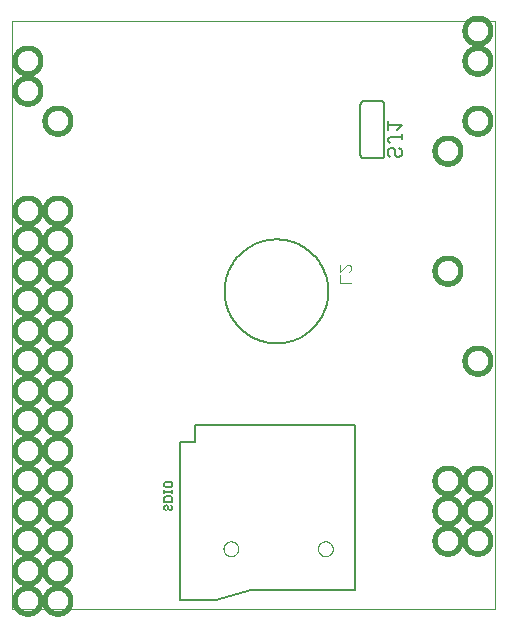
<source format=gbo>
G75*
%MOIN*%
%OFA0B0*%
%FSLAX25Y25*%
%IPPOS*%
%LPD*%
%AMOC8*
5,1,8,0,0,1.08239X$1,22.5*
%
%ADD10C,0.00000*%
%ADD11C,0.01600*%
%ADD12C,0.00500*%
%ADD13C,0.00600*%
%ADD14C,0.00300*%
D10*
X0001171Y0003194D02*
X0001171Y0199194D01*
X0162171Y0199194D01*
X0162171Y0003194D01*
X0001171Y0003194D01*
X0071506Y0023398D02*
X0071508Y0023497D01*
X0071514Y0023596D01*
X0071524Y0023695D01*
X0071538Y0023793D01*
X0071556Y0023890D01*
X0071578Y0023987D01*
X0071603Y0024083D01*
X0071633Y0024177D01*
X0071666Y0024271D01*
X0071703Y0024363D01*
X0071744Y0024453D01*
X0071788Y0024542D01*
X0071836Y0024628D01*
X0071887Y0024713D01*
X0071942Y0024796D01*
X0072000Y0024876D01*
X0072061Y0024954D01*
X0072125Y0025030D01*
X0072192Y0025103D01*
X0072262Y0025173D01*
X0072335Y0025240D01*
X0072411Y0025304D01*
X0072489Y0025365D01*
X0072569Y0025423D01*
X0072652Y0025478D01*
X0072736Y0025529D01*
X0072823Y0025577D01*
X0072912Y0025621D01*
X0073002Y0025662D01*
X0073094Y0025699D01*
X0073188Y0025732D01*
X0073282Y0025762D01*
X0073378Y0025787D01*
X0073475Y0025809D01*
X0073572Y0025827D01*
X0073670Y0025841D01*
X0073769Y0025851D01*
X0073868Y0025857D01*
X0073967Y0025859D01*
X0074066Y0025857D01*
X0074165Y0025851D01*
X0074264Y0025841D01*
X0074362Y0025827D01*
X0074459Y0025809D01*
X0074556Y0025787D01*
X0074652Y0025762D01*
X0074746Y0025732D01*
X0074840Y0025699D01*
X0074932Y0025662D01*
X0075022Y0025621D01*
X0075111Y0025577D01*
X0075197Y0025529D01*
X0075282Y0025478D01*
X0075365Y0025423D01*
X0075445Y0025365D01*
X0075523Y0025304D01*
X0075599Y0025240D01*
X0075672Y0025173D01*
X0075742Y0025103D01*
X0075809Y0025030D01*
X0075873Y0024954D01*
X0075934Y0024876D01*
X0075992Y0024796D01*
X0076047Y0024713D01*
X0076098Y0024629D01*
X0076146Y0024542D01*
X0076190Y0024453D01*
X0076231Y0024363D01*
X0076268Y0024271D01*
X0076301Y0024177D01*
X0076331Y0024083D01*
X0076356Y0023987D01*
X0076378Y0023890D01*
X0076396Y0023793D01*
X0076410Y0023695D01*
X0076420Y0023596D01*
X0076426Y0023497D01*
X0076428Y0023398D01*
X0076426Y0023299D01*
X0076420Y0023200D01*
X0076410Y0023101D01*
X0076396Y0023003D01*
X0076378Y0022906D01*
X0076356Y0022809D01*
X0076331Y0022713D01*
X0076301Y0022619D01*
X0076268Y0022525D01*
X0076231Y0022433D01*
X0076190Y0022343D01*
X0076146Y0022254D01*
X0076098Y0022168D01*
X0076047Y0022083D01*
X0075992Y0022000D01*
X0075934Y0021920D01*
X0075873Y0021842D01*
X0075809Y0021766D01*
X0075742Y0021693D01*
X0075672Y0021623D01*
X0075599Y0021556D01*
X0075523Y0021492D01*
X0075445Y0021431D01*
X0075365Y0021373D01*
X0075282Y0021318D01*
X0075198Y0021267D01*
X0075111Y0021219D01*
X0075022Y0021175D01*
X0074932Y0021134D01*
X0074840Y0021097D01*
X0074746Y0021064D01*
X0074652Y0021034D01*
X0074556Y0021009D01*
X0074459Y0020987D01*
X0074362Y0020969D01*
X0074264Y0020955D01*
X0074165Y0020945D01*
X0074066Y0020939D01*
X0073967Y0020937D01*
X0073868Y0020939D01*
X0073769Y0020945D01*
X0073670Y0020955D01*
X0073572Y0020969D01*
X0073475Y0020987D01*
X0073378Y0021009D01*
X0073282Y0021034D01*
X0073188Y0021064D01*
X0073094Y0021097D01*
X0073002Y0021134D01*
X0072912Y0021175D01*
X0072823Y0021219D01*
X0072737Y0021267D01*
X0072652Y0021318D01*
X0072569Y0021373D01*
X0072489Y0021431D01*
X0072411Y0021492D01*
X0072335Y0021556D01*
X0072262Y0021623D01*
X0072192Y0021693D01*
X0072125Y0021766D01*
X0072061Y0021842D01*
X0072000Y0021920D01*
X0071942Y0022000D01*
X0071887Y0022083D01*
X0071836Y0022167D01*
X0071788Y0022254D01*
X0071744Y0022343D01*
X0071703Y0022433D01*
X0071666Y0022525D01*
X0071633Y0022619D01*
X0071603Y0022713D01*
X0071578Y0022809D01*
X0071556Y0022906D01*
X0071538Y0023003D01*
X0071524Y0023101D01*
X0071514Y0023200D01*
X0071508Y0023299D01*
X0071506Y0023398D01*
X0103002Y0023398D02*
X0103004Y0023497D01*
X0103010Y0023596D01*
X0103020Y0023695D01*
X0103034Y0023793D01*
X0103052Y0023890D01*
X0103074Y0023987D01*
X0103099Y0024083D01*
X0103129Y0024177D01*
X0103162Y0024271D01*
X0103199Y0024363D01*
X0103240Y0024453D01*
X0103284Y0024542D01*
X0103332Y0024628D01*
X0103383Y0024713D01*
X0103438Y0024796D01*
X0103496Y0024876D01*
X0103557Y0024954D01*
X0103621Y0025030D01*
X0103688Y0025103D01*
X0103758Y0025173D01*
X0103831Y0025240D01*
X0103907Y0025304D01*
X0103985Y0025365D01*
X0104065Y0025423D01*
X0104148Y0025478D01*
X0104232Y0025529D01*
X0104319Y0025577D01*
X0104408Y0025621D01*
X0104498Y0025662D01*
X0104590Y0025699D01*
X0104684Y0025732D01*
X0104778Y0025762D01*
X0104874Y0025787D01*
X0104971Y0025809D01*
X0105068Y0025827D01*
X0105166Y0025841D01*
X0105265Y0025851D01*
X0105364Y0025857D01*
X0105463Y0025859D01*
X0105562Y0025857D01*
X0105661Y0025851D01*
X0105760Y0025841D01*
X0105858Y0025827D01*
X0105955Y0025809D01*
X0106052Y0025787D01*
X0106148Y0025762D01*
X0106242Y0025732D01*
X0106336Y0025699D01*
X0106428Y0025662D01*
X0106518Y0025621D01*
X0106607Y0025577D01*
X0106693Y0025529D01*
X0106778Y0025478D01*
X0106861Y0025423D01*
X0106941Y0025365D01*
X0107019Y0025304D01*
X0107095Y0025240D01*
X0107168Y0025173D01*
X0107238Y0025103D01*
X0107305Y0025030D01*
X0107369Y0024954D01*
X0107430Y0024876D01*
X0107488Y0024796D01*
X0107543Y0024713D01*
X0107594Y0024629D01*
X0107642Y0024542D01*
X0107686Y0024453D01*
X0107727Y0024363D01*
X0107764Y0024271D01*
X0107797Y0024177D01*
X0107827Y0024083D01*
X0107852Y0023987D01*
X0107874Y0023890D01*
X0107892Y0023793D01*
X0107906Y0023695D01*
X0107916Y0023596D01*
X0107922Y0023497D01*
X0107924Y0023398D01*
X0107922Y0023299D01*
X0107916Y0023200D01*
X0107906Y0023101D01*
X0107892Y0023003D01*
X0107874Y0022906D01*
X0107852Y0022809D01*
X0107827Y0022713D01*
X0107797Y0022619D01*
X0107764Y0022525D01*
X0107727Y0022433D01*
X0107686Y0022343D01*
X0107642Y0022254D01*
X0107594Y0022168D01*
X0107543Y0022083D01*
X0107488Y0022000D01*
X0107430Y0021920D01*
X0107369Y0021842D01*
X0107305Y0021766D01*
X0107238Y0021693D01*
X0107168Y0021623D01*
X0107095Y0021556D01*
X0107019Y0021492D01*
X0106941Y0021431D01*
X0106861Y0021373D01*
X0106778Y0021318D01*
X0106694Y0021267D01*
X0106607Y0021219D01*
X0106518Y0021175D01*
X0106428Y0021134D01*
X0106336Y0021097D01*
X0106242Y0021064D01*
X0106148Y0021034D01*
X0106052Y0021009D01*
X0105955Y0020987D01*
X0105858Y0020969D01*
X0105760Y0020955D01*
X0105661Y0020945D01*
X0105562Y0020939D01*
X0105463Y0020937D01*
X0105364Y0020939D01*
X0105265Y0020945D01*
X0105166Y0020955D01*
X0105068Y0020969D01*
X0104971Y0020987D01*
X0104874Y0021009D01*
X0104778Y0021034D01*
X0104684Y0021064D01*
X0104590Y0021097D01*
X0104498Y0021134D01*
X0104408Y0021175D01*
X0104319Y0021219D01*
X0104233Y0021267D01*
X0104148Y0021318D01*
X0104065Y0021373D01*
X0103985Y0021431D01*
X0103907Y0021492D01*
X0103831Y0021556D01*
X0103758Y0021623D01*
X0103688Y0021693D01*
X0103621Y0021766D01*
X0103557Y0021842D01*
X0103496Y0021920D01*
X0103438Y0022000D01*
X0103383Y0022083D01*
X0103332Y0022167D01*
X0103284Y0022254D01*
X0103240Y0022343D01*
X0103199Y0022433D01*
X0103162Y0022525D01*
X0103129Y0022619D01*
X0103099Y0022713D01*
X0103074Y0022809D01*
X0103052Y0022906D01*
X0103034Y0023003D01*
X0103020Y0023101D01*
X0103010Y0023200D01*
X0103004Y0023299D01*
X0103002Y0023398D01*
D11*
X0141840Y0026131D02*
X0141842Y0026262D01*
X0141848Y0026394D01*
X0141858Y0026525D01*
X0141872Y0026656D01*
X0141890Y0026786D01*
X0141912Y0026915D01*
X0141937Y0027044D01*
X0141967Y0027172D01*
X0142001Y0027299D01*
X0142038Y0027426D01*
X0142079Y0027550D01*
X0142124Y0027674D01*
X0142173Y0027796D01*
X0142225Y0027917D01*
X0142281Y0028035D01*
X0142341Y0028153D01*
X0142404Y0028268D01*
X0142471Y0028381D01*
X0142541Y0028493D01*
X0142614Y0028602D01*
X0142690Y0028708D01*
X0142770Y0028813D01*
X0142853Y0028915D01*
X0142939Y0029014D01*
X0143028Y0029111D01*
X0143120Y0029205D01*
X0143215Y0029296D01*
X0143312Y0029385D01*
X0143412Y0029470D01*
X0143515Y0029552D01*
X0143620Y0029631D01*
X0143727Y0029707D01*
X0143837Y0029779D01*
X0143949Y0029848D01*
X0144063Y0029914D01*
X0144178Y0029976D01*
X0144296Y0030035D01*
X0144415Y0030090D01*
X0144536Y0030142D01*
X0144659Y0030189D01*
X0144783Y0030233D01*
X0144908Y0030274D01*
X0145034Y0030310D01*
X0145162Y0030343D01*
X0145290Y0030371D01*
X0145419Y0030396D01*
X0145549Y0030417D01*
X0145679Y0030434D01*
X0145810Y0030447D01*
X0145941Y0030456D01*
X0146072Y0030461D01*
X0146204Y0030462D01*
X0146335Y0030459D01*
X0146467Y0030452D01*
X0146598Y0030441D01*
X0146728Y0030426D01*
X0146858Y0030407D01*
X0146988Y0030384D01*
X0147116Y0030358D01*
X0147244Y0030327D01*
X0147371Y0030292D01*
X0147497Y0030254D01*
X0147621Y0030212D01*
X0147745Y0030166D01*
X0147866Y0030116D01*
X0147986Y0030063D01*
X0148105Y0030006D01*
X0148222Y0029946D01*
X0148336Y0029882D01*
X0148449Y0029814D01*
X0148560Y0029743D01*
X0148669Y0029669D01*
X0148775Y0029592D01*
X0148879Y0029511D01*
X0148980Y0029428D01*
X0149079Y0029341D01*
X0149175Y0029251D01*
X0149268Y0029158D01*
X0149359Y0029063D01*
X0149446Y0028965D01*
X0149531Y0028864D01*
X0149612Y0028761D01*
X0149690Y0028655D01*
X0149765Y0028547D01*
X0149837Y0028437D01*
X0149905Y0028325D01*
X0149970Y0028211D01*
X0150031Y0028094D01*
X0150089Y0027976D01*
X0150143Y0027856D01*
X0150194Y0027735D01*
X0150241Y0027612D01*
X0150284Y0027488D01*
X0150323Y0027363D01*
X0150359Y0027236D01*
X0150390Y0027108D01*
X0150418Y0026980D01*
X0150442Y0026851D01*
X0150462Y0026721D01*
X0150478Y0026590D01*
X0150490Y0026459D01*
X0150498Y0026328D01*
X0150502Y0026197D01*
X0150502Y0026065D01*
X0150498Y0025934D01*
X0150490Y0025803D01*
X0150478Y0025672D01*
X0150462Y0025541D01*
X0150442Y0025411D01*
X0150418Y0025282D01*
X0150390Y0025154D01*
X0150359Y0025026D01*
X0150323Y0024899D01*
X0150284Y0024774D01*
X0150241Y0024650D01*
X0150194Y0024527D01*
X0150143Y0024406D01*
X0150089Y0024286D01*
X0150031Y0024168D01*
X0149970Y0024051D01*
X0149905Y0023937D01*
X0149837Y0023825D01*
X0149765Y0023715D01*
X0149690Y0023607D01*
X0149612Y0023501D01*
X0149531Y0023398D01*
X0149446Y0023297D01*
X0149359Y0023199D01*
X0149268Y0023104D01*
X0149175Y0023011D01*
X0149079Y0022921D01*
X0148980Y0022834D01*
X0148879Y0022751D01*
X0148775Y0022670D01*
X0148669Y0022593D01*
X0148560Y0022519D01*
X0148449Y0022448D01*
X0148337Y0022380D01*
X0148222Y0022316D01*
X0148105Y0022256D01*
X0147986Y0022199D01*
X0147866Y0022146D01*
X0147745Y0022096D01*
X0147621Y0022050D01*
X0147497Y0022008D01*
X0147371Y0021970D01*
X0147244Y0021935D01*
X0147116Y0021904D01*
X0146988Y0021878D01*
X0146858Y0021855D01*
X0146728Y0021836D01*
X0146598Y0021821D01*
X0146467Y0021810D01*
X0146335Y0021803D01*
X0146204Y0021800D01*
X0146072Y0021801D01*
X0145941Y0021806D01*
X0145810Y0021815D01*
X0145679Y0021828D01*
X0145549Y0021845D01*
X0145419Y0021866D01*
X0145290Y0021891D01*
X0145162Y0021919D01*
X0145034Y0021952D01*
X0144908Y0021988D01*
X0144783Y0022029D01*
X0144659Y0022073D01*
X0144536Y0022120D01*
X0144415Y0022172D01*
X0144296Y0022227D01*
X0144178Y0022286D01*
X0144063Y0022348D01*
X0143949Y0022414D01*
X0143837Y0022483D01*
X0143727Y0022555D01*
X0143620Y0022631D01*
X0143515Y0022710D01*
X0143412Y0022792D01*
X0143312Y0022877D01*
X0143215Y0022966D01*
X0143120Y0023057D01*
X0143028Y0023151D01*
X0142939Y0023248D01*
X0142853Y0023347D01*
X0142770Y0023449D01*
X0142690Y0023554D01*
X0142614Y0023660D01*
X0142541Y0023769D01*
X0142471Y0023881D01*
X0142404Y0023994D01*
X0142341Y0024109D01*
X0142281Y0024227D01*
X0142225Y0024345D01*
X0142173Y0024466D01*
X0142124Y0024588D01*
X0142079Y0024712D01*
X0142038Y0024836D01*
X0142001Y0024963D01*
X0141967Y0025090D01*
X0141937Y0025218D01*
X0141912Y0025347D01*
X0141890Y0025476D01*
X0141872Y0025606D01*
X0141858Y0025737D01*
X0141848Y0025868D01*
X0141842Y0026000D01*
X0141840Y0026131D01*
X0141840Y0036131D02*
X0141842Y0036262D01*
X0141848Y0036394D01*
X0141858Y0036525D01*
X0141872Y0036656D01*
X0141890Y0036786D01*
X0141912Y0036915D01*
X0141937Y0037044D01*
X0141967Y0037172D01*
X0142001Y0037299D01*
X0142038Y0037426D01*
X0142079Y0037550D01*
X0142124Y0037674D01*
X0142173Y0037796D01*
X0142225Y0037917D01*
X0142281Y0038035D01*
X0142341Y0038153D01*
X0142404Y0038268D01*
X0142471Y0038381D01*
X0142541Y0038493D01*
X0142614Y0038602D01*
X0142690Y0038708D01*
X0142770Y0038813D01*
X0142853Y0038915D01*
X0142939Y0039014D01*
X0143028Y0039111D01*
X0143120Y0039205D01*
X0143215Y0039296D01*
X0143312Y0039385D01*
X0143412Y0039470D01*
X0143515Y0039552D01*
X0143620Y0039631D01*
X0143727Y0039707D01*
X0143837Y0039779D01*
X0143949Y0039848D01*
X0144063Y0039914D01*
X0144178Y0039976D01*
X0144296Y0040035D01*
X0144415Y0040090D01*
X0144536Y0040142D01*
X0144659Y0040189D01*
X0144783Y0040233D01*
X0144908Y0040274D01*
X0145034Y0040310D01*
X0145162Y0040343D01*
X0145290Y0040371D01*
X0145419Y0040396D01*
X0145549Y0040417D01*
X0145679Y0040434D01*
X0145810Y0040447D01*
X0145941Y0040456D01*
X0146072Y0040461D01*
X0146204Y0040462D01*
X0146335Y0040459D01*
X0146467Y0040452D01*
X0146598Y0040441D01*
X0146728Y0040426D01*
X0146858Y0040407D01*
X0146988Y0040384D01*
X0147116Y0040358D01*
X0147244Y0040327D01*
X0147371Y0040292D01*
X0147497Y0040254D01*
X0147621Y0040212D01*
X0147745Y0040166D01*
X0147866Y0040116D01*
X0147986Y0040063D01*
X0148105Y0040006D01*
X0148222Y0039946D01*
X0148336Y0039882D01*
X0148449Y0039814D01*
X0148560Y0039743D01*
X0148669Y0039669D01*
X0148775Y0039592D01*
X0148879Y0039511D01*
X0148980Y0039428D01*
X0149079Y0039341D01*
X0149175Y0039251D01*
X0149268Y0039158D01*
X0149359Y0039063D01*
X0149446Y0038965D01*
X0149531Y0038864D01*
X0149612Y0038761D01*
X0149690Y0038655D01*
X0149765Y0038547D01*
X0149837Y0038437D01*
X0149905Y0038325D01*
X0149970Y0038211D01*
X0150031Y0038094D01*
X0150089Y0037976D01*
X0150143Y0037856D01*
X0150194Y0037735D01*
X0150241Y0037612D01*
X0150284Y0037488D01*
X0150323Y0037363D01*
X0150359Y0037236D01*
X0150390Y0037108D01*
X0150418Y0036980D01*
X0150442Y0036851D01*
X0150462Y0036721D01*
X0150478Y0036590D01*
X0150490Y0036459D01*
X0150498Y0036328D01*
X0150502Y0036197D01*
X0150502Y0036065D01*
X0150498Y0035934D01*
X0150490Y0035803D01*
X0150478Y0035672D01*
X0150462Y0035541D01*
X0150442Y0035411D01*
X0150418Y0035282D01*
X0150390Y0035154D01*
X0150359Y0035026D01*
X0150323Y0034899D01*
X0150284Y0034774D01*
X0150241Y0034650D01*
X0150194Y0034527D01*
X0150143Y0034406D01*
X0150089Y0034286D01*
X0150031Y0034168D01*
X0149970Y0034051D01*
X0149905Y0033937D01*
X0149837Y0033825D01*
X0149765Y0033715D01*
X0149690Y0033607D01*
X0149612Y0033501D01*
X0149531Y0033398D01*
X0149446Y0033297D01*
X0149359Y0033199D01*
X0149268Y0033104D01*
X0149175Y0033011D01*
X0149079Y0032921D01*
X0148980Y0032834D01*
X0148879Y0032751D01*
X0148775Y0032670D01*
X0148669Y0032593D01*
X0148560Y0032519D01*
X0148449Y0032448D01*
X0148337Y0032380D01*
X0148222Y0032316D01*
X0148105Y0032256D01*
X0147986Y0032199D01*
X0147866Y0032146D01*
X0147745Y0032096D01*
X0147621Y0032050D01*
X0147497Y0032008D01*
X0147371Y0031970D01*
X0147244Y0031935D01*
X0147116Y0031904D01*
X0146988Y0031878D01*
X0146858Y0031855D01*
X0146728Y0031836D01*
X0146598Y0031821D01*
X0146467Y0031810D01*
X0146335Y0031803D01*
X0146204Y0031800D01*
X0146072Y0031801D01*
X0145941Y0031806D01*
X0145810Y0031815D01*
X0145679Y0031828D01*
X0145549Y0031845D01*
X0145419Y0031866D01*
X0145290Y0031891D01*
X0145162Y0031919D01*
X0145034Y0031952D01*
X0144908Y0031988D01*
X0144783Y0032029D01*
X0144659Y0032073D01*
X0144536Y0032120D01*
X0144415Y0032172D01*
X0144296Y0032227D01*
X0144178Y0032286D01*
X0144063Y0032348D01*
X0143949Y0032414D01*
X0143837Y0032483D01*
X0143727Y0032555D01*
X0143620Y0032631D01*
X0143515Y0032710D01*
X0143412Y0032792D01*
X0143312Y0032877D01*
X0143215Y0032966D01*
X0143120Y0033057D01*
X0143028Y0033151D01*
X0142939Y0033248D01*
X0142853Y0033347D01*
X0142770Y0033449D01*
X0142690Y0033554D01*
X0142614Y0033660D01*
X0142541Y0033769D01*
X0142471Y0033881D01*
X0142404Y0033994D01*
X0142341Y0034109D01*
X0142281Y0034227D01*
X0142225Y0034345D01*
X0142173Y0034466D01*
X0142124Y0034588D01*
X0142079Y0034712D01*
X0142038Y0034836D01*
X0142001Y0034963D01*
X0141967Y0035090D01*
X0141937Y0035218D01*
X0141912Y0035347D01*
X0141890Y0035476D01*
X0141872Y0035606D01*
X0141858Y0035737D01*
X0141848Y0035868D01*
X0141842Y0036000D01*
X0141840Y0036131D01*
X0141840Y0046131D02*
X0141842Y0046262D01*
X0141848Y0046394D01*
X0141858Y0046525D01*
X0141872Y0046656D01*
X0141890Y0046786D01*
X0141912Y0046915D01*
X0141937Y0047044D01*
X0141967Y0047172D01*
X0142001Y0047299D01*
X0142038Y0047426D01*
X0142079Y0047550D01*
X0142124Y0047674D01*
X0142173Y0047796D01*
X0142225Y0047917D01*
X0142281Y0048035D01*
X0142341Y0048153D01*
X0142404Y0048268D01*
X0142471Y0048381D01*
X0142541Y0048493D01*
X0142614Y0048602D01*
X0142690Y0048708D01*
X0142770Y0048813D01*
X0142853Y0048915D01*
X0142939Y0049014D01*
X0143028Y0049111D01*
X0143120Y0049205D01*
X0143215Y0049296D01*
X0143312Y0049385D01*
X0143412Y0049470D01*
X0143515Y0049552D01*
X0143620Y0049631D01*
X0143727Y0049707D01*
X0143837Y0049779D01*
X0143949Y0049848D01*
X0144063Y0049914D01*
X0144178Y0049976D01*
X0144296Y0050035D01*
X0144415Y0050090D01*
X0144536Y0050142D01*
X0144659Y0050189D01*
X0144783Y0050233D01*
X0144908Y0050274D01*
X0145034Y0050310D01*
X0145162Y0050343D01*
X0145290Y0050371D01*
X0145419Y0050396D01*
X0145549Y0050417D01*
X0145679Y0050434D01*
X0145810Y0050447D01*
X0145941Y0050456D01*
X0146072Y0050461D01*
X0146204Y0050462D01*
X0146335Y0050459D01*
X0146467Y0050452D01*
X0146598Y0050441D01*
X0146728Y0050426D01*
X0146858Y0050407D01*
X0146988Y0050384D01*
X0147116Y0050358D01*
X0147244Y0050327D01*
X0147371Y0050292D01*
X0147497Y0050254D01*
X0147621Y0050212D01*
X0147745Y0050166D01*
X0147866Y0050116D01*
X0147986Y0050063D01*
X0148105Y0050006D01*
X0148222Y0049946D01*
X0148336Y0049882D01*
X0148449Y0049814D01*
X0148560Y0049743D01*
X0148669Y0049669D01*
X0148775Y0049592D01*
X0148879Y0049511D01*
X0148980Y0049428D01*
X0149079Y0049341D01*
X0149175Y0049251D01*
X0149268Y0049158D01*
X0149359Y0049063D01*
X0149446Y0048965D01*
X0149531Y0048864D01*
X0149612Y0048761D01*
X0149690Y0048655D01*
X0149765Y0048547D01*
X0149837Y0048437D01*
X0149905Y0048325D01*
X0149970Y0048211D01*
X0150031Y0048094D01*
X0150089Y0047976D01*
X0150143Y0047856D01*
X0150194Y0047735D01*
X0150241Y0047612D01*
X0150284Y0047488D01*
X0150323Y0047363D01*
X0150359Y0047236D01*
X0150390Y0047108D01*
X0150418Y0046980D01*
X0150442Y0046851D01*
X0150462Y0046721D01*
X0150478Y0046590D01*
X0150490Y0046459D01*
X0150498Y0046328D01*
X0150502Y0046197D01*
X0150502Y0046065D01*
X0150498Y0045934D01*
X0150490Y0045803D01*
X0150478Y0045672D01*
X0150462Y0045541D01*
X0150442Y0045411D01*
X0150418Y0045282D01*
X0150390Y0045154D01*
X0150359Y0045026D01*
X0150323Y0044899D01*
X0150284Y0044774D01*
X0150241Y0044650D01*
X0150194Y0044527D01*
X0150143Y0044406D01*
X0150089Y0044286D01*
X0150031Y0044168D01*
X0149970Y0044051D01*
X0149905Y0043937D01*
X0149837Y0043825D01*
X0149765Y0043715D01*
X0149690Y0043607D01*
X0149612Y0043501D01*
X0149531Y0043398D01*
X0149446Y0043297D01*
X0149359Y0043199D01*
X0149268Y0043104D01*
X0149175Y0043011D01*
X0149079Y0042921D01*
X0148980Y0042834D01*
X0148879Y0042751D01*
X0148775Y0042670D01*
X0148669Y0042593D01*
X0148560Y0042519D01*
X0148449Y0042448D01*
X0148337Y0042380D01*
X0148222Y0042316D01*
X0148105Y0042256D01*
X0147986Y0042199D01*
X0147866Y0042146D01*
X0147745Y0042096D01*
X0147621Y0042050D01*
X0147497Y0042008D01*
X0147371Y0041970D01*
X0147244Y0041935D01*
X0147116Y0041904D01*
X0146988Y0041878D01*
X0146858Y0041855D01*
X0146728Y0041836D01*
X0146598Y0041821D01*
X0146467Y0041810D01*
X0146335Y0041803D01*
X0146204Y0041800D01*
X0146072Y0041801D01*
X0145941Y0041806D01*
X0145810Y0041815D01*
X0145679Y0041828D01*
X0145549Y0041845D01*
X0145419Y0041866D01*
X0145290Y0041891D01*
X0145162Y0041919D01*
X0145034Y0041952D01*
X0144908Y0041988D01*
X0144783Y0042029D01*
X0144659Y0042073D01*
X0144536Y0042120D01*
X0144415Y0042172D01*
X0144296Y0042227D01*
X0144178Y0042286D01*
X0144063Y0042348D01*
X0143949Y0042414D01*
X0143837Y0042483D01*
X0143727Y0042555D01*
X0143620Y0042631D01*
X0143515Y0042710D01*
X0143412Y0042792D01*
X0143312Y0042877D01*
X0143215Y0042966D01*
X0143120Y0043057D01*
X0143028Y0043151D01*
X0142939Y0043248D01*
X0142853Y0043347D01*
X0142770Y0043449D01*
X0142690Y0043554D01*
X0142614Y0043660D01*
X0142541Y0043769D01*
X0142471Y0043881D01*
X0142404Y0043994D01*
X0142341Y0044109D01*
X0142281Y0044227D01*
X0142225Y0044345D01*
X0142173Y0044466D01*
X0142124Y0044588D01*
X0142079Y0044712D01*
X0142038Y0044836D01*
X0142001Y0044963D01*
X0141967Y0045090D01*
X0141937Y0045218D01*
X0141912Y0045347D01*
X0141890Y0045476D01*
X0141872Y0045606D01*
X0141858Y0045737D01*
X0141848Y0045868D01*
X0141842Y0046000D01*
X0141840Y0046131D01*
X0151840Y0046131D02*
X0151842Y0046262D01*
X0151848Y0046394D01*
X0151858Y0046525D01*
X0151872Y0046656D01*
X0151890Y0046786D01*
X0151912Y0046915D01*
X0151937Y0047044D01*
X0151967Y0047172D01*
X0152001Y0047299D01*
X0152038Y0047426D01*
X0152079Y0047550D01*
X0152124Y0047674D01*
X0152173Y0047796D01*
X0152225Y0047917D01*
X0152281Y0048035D01*
X0152341Y0048153D01*
X0152404Y0048268D01*
X0152471Y0048381D01*
X0152541Y0048493D01*
X0152614Y0048602D01*
X0152690Y0048708D01*
X0152770Y0048813D01*
X0152853Y0048915D01*
X0152939Y0049014D01*
X0153028Y0049111D01*
X0153120Y0049205D01*
X0153215Y0049296D01*
X0153312Y0049385D01*
X0153412Y0049470D01*
X0153515Y0049552D01*
X0153620Y0049631D01*
X0153727Y0049707D01*
X0153837Y0049779D01*
X0153949Y0049848D01*
X0154063Y0049914D01*
X0154178Y0049976D01*
X0154296Y0050035D01*
X0154415Y0050090D01*
X0154536Y0050142D01*
X0154659Y0050189D01*
X0154783Y0050233D01*
X0154908Y0050274D01*
X0155034Y0050310D01*
X0155162Y0050343D01*
X0155290Y0050371D01*
X0155419Y0050396D01*
X0155549Y0050417D01*
X0155679Y0050434D01*
X0155810Y0050447D01*
X0155941Y0050456D01*
X0156072Y0050461D01*
X0156204Y0050462D01*
X0156335Y0050459D01*
X0156467Y0050452D01*
X0156598Y0050441D01*
X0156728Y0050426D01*
X0156858Y0050407D01*
X0156988Y0050384D01*
X0157116Y0050358D01*
X0157244Y0050327D01*
X0157371Y0050292D01*
X0157497Y0050254D01*
X0157621Y0050212D01*
X0157745Y0050166D01*
X0157866Y0050116D01*
X0157986Y0050063D01*
X0158105Y0050006D01*
X0158222Y0049946D01*
X0158336Y0049882D01*
X0158449Y0049814D01*
X0158560Y0049743D01*
X0158669Y0049669D01*
X0158775Y0049592D01*
X0158879Y0049511D01*
X0158980Y0049428D01*
X0159079Y0049341D01*
X0159175Y0049251D01*
X0159268Y0049158D01*
X0159359Y0049063D01*
X0159446Y0048965D01*
X0159531Y0048864D01*
X0159612Y0048761D01*
X0159690Y0048655D01*
X0159765Y0048547D01*
X0159837Y0048437D01*
X0159905Y0048325D01*
X0159970Y0048211D01*
X0160031Y0048094D01*
X0160089Y0047976D01*
X0160143Y0047856D01*
X0160194Y0047735D01*
X0160241Y0047612D01*
X0160284Y0047488D01*
X0160323Y0047363D01*
X0160359Y0047236D01*
X0160390Y0047108D01*
X0160418Y0046980D01*
X0160442Y0046851D01*
X0160462Y0046721D01*
X0160478Y0046590D01*
X0160490Y0046459D01*
X0160498Y0046328D01*
X0160502Y0046197D01*
X0160502Y0046065D01*
X0160498Y0045934D01*
X0160490Y0045803D01*
X0160478Y0045672D01*
X0160462Y0045541D01*
X0160442Y0045411D01*
X0160418Y0045282D01*
X0160390Y0045154D01*
X0160359Y0045026D01*
X0160323Y0044899D01*
X0160284Y0044774D01*
X0160241Y0044650D01*
X0160194Y0044527D01*
X0160143Y0044406D01*
X0160089Y0044286D01*
X0160031Y0044168D01*
X0159970Y0044051D01*
X0159905Y0043937D01*
X0159837Y0043825D01*
X0159765Y0043715D01*
X0159690Y0043607D01*
X0159612Y0043501D01*
X0159531Y0043398D01*
X0159446Y0043297D01*
X0159359Y0043199D01*
X0159268Y0043104D01*
X0159175Y0043011D01*
X0159079Y0042921D01*
X0158980Y0042834D01*
X0158879Y0042751D01*
X0158775Y0042670D01*
X0158669Y0042593D01*
X0158560Y0042519D01*
X0158449Y0042448D01*
X0158337Y0042380D01*
X0158222Y0042316D01*
X0158105Y0042256D01*
X0157986Y0042199D01*
X0157866Y0042146D01*
X0157745Y0042096D01*
X0157621Y0042050D01*
X0157497Y0042008D01*
X0157371Y0041970D01*
X0157244Y0041935D01*
X0157116Y0041904D01*
X0156988Y0041878D01*
X0156858Y0041855D01*
X0156728Y0041836D01*
X0156598Y0041821D01*
X0156467Y0041810D01*
X0156335Y0041803D01*
X0156204Y0041800D01*
X0156072Y0041801D01*
X0155941Y0041806D01*
X0155810Y0041815D01*
X0155679Y0041828D01*
X0155549Y0041845D01*
X0155419Y0041866D01*
X0155290Y0041891D01*
X0155162Y0041919D01*
X0155034Y0041952D01*
X0154908Y0041988D01*
X0154783Y0042029D01*
X0154659Y0042073D01*
X0154536Y0042120D01*
X0154415Y0042172D01*
X0154296Y0042227D01*
X0154178Y0042286D01*
X0154063Y0042348D01*
X0153949Y0042414D01*
X0153837Y0042483D01*
X0153727Y0042555D01*
X0153620Y0042631D01*
X0153515Y0042710D01*
X0153412Y0042792D01*
X0153312Y0042877D01*
X0153215Y0042966D01*
X0153120Y0043057D01*
X0153028Y0043151D01*
X0152939Y0043248D01*
X0152853Y0043347D01*
X0152770Y0043449D01*
X0152690Y0043554D01*
X0152614Y0043660D01*
X0152541Y0043769D01*
X0152471Y0043881D01*
X0152404Y0043994D01*
X0152341Y0044109D01*
X0152281Y0044227D01*
X0152225Y0044345D01*
X0152173Y0044466D01*
X0152124Y0044588D01*
X0152079Y0044712D01*
X0152038Y0044836D01*
X0152001Y0044963D01*
X0151967Y0045090D01*
X0151937Y0045218D01*
X0151912Y0045347D01*
X0151890Y0045476D01*
X0151872Y0045606D01*
X0151858Y0045737D01*
X0151848Y0045868D01*
X0151842Y0046000D01*
X0151840Y0046131D01*
X0151840Y0036131D02*
X0151842Y0036262D01*
X0151848Y0036394D01*
X0151858Y0036525D01*
X0151872Y0036656D01*
X0151890Y0036786D01*
X0151912Y0036915D01*
X0151937Y0037044D01*
X0151967Y0037172D01*
X0152001Y0037299D01*
X0152038Y0037426D01*
X0152079Y0037550D01*
X0152124Y0037674D01*
X0152173Y0037796D01*
X0152225Y0037917D01*
X0152281Y0038035D01*
X0152341Y0038153D01*
X0152404Y0038268D01*
X0152471Y0038381D01*
X0152541Y0038493D01*
X0152614Y0038602D01*
X0152690Y0038708D01*
X0152770Y0038813D01*
X0152853Y0038915D01*
X0152939Y0039014D01*
X0153028Y0039111D01*
X0153120Y0039205D01*
X0153215Y0039296D01*
X0153312Y0039385D01*
X0153412Y0039470D01*
X0153515Y0039552D01*
X0153620Y0039631D01*
X0153727Y0039707D01*
X0153837Y0039779D01*
X0153949Y0039848D01*
X0154063Y0039914D01*
X0154178Y0039976D01*
X0154296Y0040035D01*
X0154415Y0040090D01*
X0154536Y0040142D01*
X0154659Y0040189D01*
X0154783Y0040233D01*
X0154908Y0040274D01*
X0155034Y0040310D01*
X0155162Y0040343D01*
X0155290Y0040371D01*
X0155419Y0040396D01*
X0155549Y0040417D01*
X0155679Y0040434D01*
X0155810Y0040447D01*
X0155941Y0040456D01*
X0156072Y0040461D01*
X0156204Y0040462D01*
X0156335Y0040459D01*
X0156467Y0040452D01*
X0156598Y0040441D01*
X0156728Y0040426D01*
X0156858Y0040407D01*
X0156988Y0040384D01*
X0157116Y0040358D01*
X0157244Y0040327D01*
X0157371Y0040292D01*
X0157497Y0040254D01*
X0157621Y0040212D01*
X0157745Y0040166D01*
X0157866Y0040116D01*
X0157986Y0040063D01*
X0158105Y0040006D01*
X0158222Y0039946D01*
X0158336Y0039882D01*
X0158449Y0039814D01*
X0158560Y0039743D01*
X0158669Y0039669D01*
X0158775Y0039592D01*
X0158879Y0039511D01*
X0158980Y0039428D01*
X0159079Y0039341D01*
X0159175Y0039251D01*
X0159268Y0039158D01*
X0159359Y0039063D01*
X0159446Y0038965D01*
X0159531Y0038864D01*
X0159612Y0038761D01*
X0159690Y0038655D01*
X0159765Y0038547D01*
X0159837Y0038437D01*
X0159905Y0038325D01*
X0159970Y0038211D01*
X0160031Y0038094D01*
X0160089Y0037976D01*
X0160143Y0037856D01*
X0160194Y0037735D01*
X0160241Y0037612D01*
X0160284Y0037488D01*
X0160323Y0037363D01*
X0160359Y0037236D01*
X0160390Y0037108D01*
X0160418Y0036980D01*
X0160442Y0036851D01*
X0160462Y0036721D01*
X0160478Y0036590D01*
X0160490Y0036459D01*
X0160498Y0036328D01*
X0160502Y0036197D01*
X0160502Y0036065D01*
X0160498Y0035934D01*
X0160490Y0035803D01*
X0160478Y0035672D01*
X0160462Y0035541D01*
X0160442Y0035411D01*
X0160418Y0035282D01*
X0160390Y0035154D01*
X0160359Y0035026D01*
X0160323Y0034899D01*
X0160284Y0034774D01*
X0160241Y0034650D01*
X0160194Y0034527D01*
X0160143Y0034406D01*
X0160089Y0034286D01*
X0160031Y0034168D01*
X0159970Y0034051D01*
X0159905Y0033937D01*
X0159837Y0033825D01*
X0159765Y0033715D01*
X0159690Y0033607D01*
X0159612Y0033501D01*
X0159531Y0033398D01*
X0159446Y0033297D01*
X0159359Y0033199D01*
X0159268Y0033104D01*
X0159175Y0033011D01*
X0159079Y0032921D01*
X0158980Y0032834D01*
X0158879Y0032751D01*
X0158775Y0032670D01*
X0158669Y0032593D01*
X0158560Y0032519D01*
X0158449Y0032448D01*
X0158337Y0032380D01*
X0158222Y0032316D01*
X0158105Y0032256D01*
X0157986Y0032199D01*
X0157866Y0032146D01*
X0157745Y0032096D01*
X0157621Y0032050D01*
X0157497Y0032008D01*
X0157371Y0031970D01*
X0157244Y0031935D01*
X0157116Y0031904D01*
X0156988Y0031878D01*
X0156858Y0031855D01*
X0156728Y0031836D01*
X0156598Y0031821D01*
X0156467Y0031810D01*
X0156335Y0031803D01*
X0156204Y0031800D01*
X0156072Y0031801D01*
X0155941Y0031806D01*
X0155810Y0031815D01*
X0155679Y0031828D01*
X0155549Y0031845D01*
X0155419Y0031866D01*
X0155290Y0031891D01*
X0155162Y0031919D01*
X0155034Y0031952D01*
X0154908Y0031988D01*
X0154783Y0032029D01*
X0154659Y0032073D01*
X0154536Y0032120D01*
X0154415Y0032172D01*
X0154296Y0032227D01*
X0154178Y0032286D01*
X0154063Y0032348D01*
X0153949Y0032414D01*
X0153837Y0032483D01*
X0153727Y0032555D01*
X0153620Y0032631D01*
X0153515Y0032710D01*
X0153412Y0032792D01*
X0153312Y0032877D01*
X0153215Y0032966D01*
X0153120Y0033057D01*
X0153028Y0033151D01*
X0152939Y0033248D01*
X0152853Y0033347D01*
X0152770Y0033449D01*
X0152690Y0033554D01*
X0152614Y0033660D01*
X0152541Y0033769D01*
X0152471Y0033881D01*
X0152404Y0033994D01*
X0152341Y0034109D01*
X0152281Y0034227D01*
X0152225Y0034345D01*
X0152173Y0034466D01*
X0152124Y0034588D01*
X0152079Y0034712D01*
X0152038Y0034836D01*
X0152001Y0034963D01*
X0151967Y0035090D01*
X0151937Y0035218D01*
X0151912Y0035347D01*
X0151890Y0035476D01*
X0151872Y0035606D01*
X0151858Y0035737D01*
X0151848Y0035868D01*
X0151842Y0036000D01*
X0151840Y0036131D01*
X0151840Y0026131D02*
X0151842Y0026262D01*
X0151848Y0026394D01*
X0151858Y0026525D01*
X0151872Y0026656D01*
X0151890Y0026786D01*
X0151912Y0026915D01*
X0151937Y0027044D01*
X0151967Y0027172D01*
X0152001Y0027299D01*
X0152038Y0027426D01*
X0152079Y0027550D01*
X0152124Y0027674D01*
X0152173Y0027796D01*
X0152225Y0027917D01*
X0152281Y0028035D01*
X0152341Y0028153D01*
X0152404Y0028268D01*
X0152471Y0028381D01*
X0152541Y0028493D01*
X0152614Y0028602D01*
X0152690Y0028708D01*
X0152770Y0028813D01*
X0152853Y0028915D01*
X0152939Y0029014D01*
X0153028Y0029111D01*
X0153120Y0029205D01*
X0153215Y0029296D01*
X0153312Y0029385D01*
X0153412Y0029470D01*
X0153515Y0029552D01*
X0153620Y0029631D01*
X0153727Y0029707D01*
X0153837Y0029779D01*
X0153949Y0029848D01*
X0154063Y0029914D01*
X0154178Y0029976D01*
X0154296Y0030035D01*
X0154415Y0030090D01*
X0154536Y0030142D01*
X0154659Y0030189D01*
X0154783Y0030233D01*
X0154908Y0030274D01*
X0155034Y0030310D01*
X0155162Y0030343D01*
X0155290Y0030371D01*
X0155419Y0030396D01*
X0155549Y0030417D01*
X0155679Y0030434D01*
X0155810Y0030447D01*
X0155941Y0030456D01*
X0156072Y0030461D01*
X0156204Y0030462D01*
X0156335Y0030459D01*
X0156467Y0030452D01*
X0156598Y0030441D01*
X0156728Y0030426D01*
X0156858Y0030407D01*
X0156988Y0030384D01*
X0157116Y0030358D01*
X0157244Y0030327D01*
X0157371Y0030292D01*
X0157497Y0030254D01*
X0157621Y0030212D01*
X0157745Y0030166D01*
X0157866Y0030116D01*
X0157986Y0030063D01*
X0158105Y0030006D01*
X0158222Y0029946D01*
X0158336Y0029882D01*
X0158449Y0029814D01*
X0158560Y0029743D01*
X0158669Y0029669D01*
X0158775Y0029592D01*
X0158879Y0029511D01*
X0158980Y0029428D01*
X0159079Y0029341D01*
X0159175Y0029251D01*
X0159268Y0029158D01*
X0159359Y0029063D01*
X0159446Y0028965D01*
X0159531Y0028864D01*
X0159612Y0028761D01*
X0159690Y0028655D01*
X0159765Y0028547D01*
X0159837Y0028437D01*
X0159905Y0028325D01*
X0159970Y0028211D01*
X0160031Y0028094D01*
X0160089Y0027976D01*
X0160143Y0027856D01*
X0160194Y0027735D01*
X0160241Y0027612D01*
X0160284Y0027488D01*
X0160323Y0027363D01*
X0160359Y0027236D01*
X0160390Y0027108D01*
X0160418Y0026980D01*
X0160442Y0026851D01*
X0160462Y0026721D01*
X0160478Y0026590D01*
X0160490Y0026459D01*
X0160498Y0026328D01*
X0160502Y0026197D01*
X0160502Y0026065D01*
X0160498Y0025934D01*
X0160490Y0025803D01*
X0160478Y0025672D01*
X0160462Y0025541D01*
X0160442Y0025411D01*
X0160418Y0025282D01*
X0160390Y0025154D01*
X0160359Y0025026D01*
X0160323Y0024899D01*
X0160284Y0024774D01*
X0160241Y0024650D01*
X0160194Y0024527D01*
X0160143Y0024406D01*
X0160089Y0024286D01*
X0160031Y0024168D01*
X0159970Y0024051D01*
X0159905Y0023937D01*
X0159837Y0023825D01*
X0159765Y0023715D01*
X0159690Y0023607D01*
X0159612Y0023501D01*
X0159531Y0023398D01*
X0159446Y0023297D01*
X0159359Y0023199D01*
X0159268Y0023104D01*
X0159175Y0023011D01*
X0159079Y0022921D01*
X0158980Y0022834D01*
X0158879Y0022751D01*
X0158775Y0022670D01*
X0158669Y0022593D01*
X0158560Y0022519D01*
X0158449Y0022448D01*
X0158337Y0022380D01*
X0158222Y0022316D01*
X0158105Y0022256D01*
X0157986Y0022199D01*
X0157866Y0022146D01*
X0157745Y0022096D01*
X0157621Y0022050D01*
X0157497Y0022008D01*
X0157371Y0021970D01*
X0157244Y0021935D01*
X0157116Y0021904D01*
X0156988Y0021878D01*
X0156858Y0021855D01*
X0156728Y0021836D01*
X0156598Y0021821D01*
X0156467Y0021810D01*
X0156335Y0021803D01*
X0156204Y0021800D01*
X0156072Y0021801D01*
X0155941Y0021806D01*
X0155810Y0021815D01*
X0155679Y0021828D01*
X0155549Y0021845D01*
X0155419Y0021866D01*
X0155290Y0021891D01*
X0155162Y0021919D01*
X0155034Y0021952D01*
X0154908Y0021988D01*
X0154783Y0022029D01*
X0154659Y0022073D01*
X0154536Y0022120D01*
X0154415Y0022172D01*
X0154296Y0022227D01*
X0154178Y0022286D01*
X0154063Y0022348D01*
X0153949Y0022414D01*
X0153837Y0022483D01*
X0153727Y0022555D01*
X0153620Y0022631D01*
X0153515Y0022710D01*
X0153412Y0022792D01*
X0153312Y0022877D01*
X0153215Y0022966D01*
X0153120Y0023057D01*
X0153028Y0023151D01*
X0152939Y0023248D01*
X0152853Y0023347D01*
X0152770Y0023449D01*
X0152690Y0023554D01*
X0152614Y0023660D01*
X0152541Y0023769D01*
X0152471Y0023881D01*
X0152404Y0023994D01*
X0152341Y0024109D01*
X0152281Y0024227D01*
X0152225Y0024345D01*
X0152173Y0024466D01*
X0152124Y0024588D01*
X0152079Y0024712D01*
X0152038Y0024836D01*
X0152001Y0024963D01*
X0151967Y0025090D01*
X0151937Y0025218D01*
X0151912Y0025347D01*
X0151890Y0025476D01*
X0151872Y0025606D01*
X0151858Y0025737D01*
X0151848Y0025868D01*
X0151842Y0026000D01*
X0151840Y0026131D01*
X0151840Y0086131D02*
X0151842Y0086262D01*
X0151848Y0086394D01*
X0151858Y0086525D01*
X0151872Y0086656D01*
X0151890Y0086786D01*
X0151912Y0086915D01*
X0151937Y0087044D01*
X0151967Y0087172D01*
X0152001Y0087299D01*
X0152038Y0087426D01*
X0152079Y0087550D01*
X0152124Y0087674D01*
X0152173Y0087796D01*
X0152225Y0087917D01*
X0152281Y0088035D01*
X0152341Y0088153D01*
X0152404Y0088268D01*
X0152471Y0088381D01*
X0152541Y0088493D01*
X0152614Y0088602D01*
X0152690Y0088708D01*
X0152770Y0088813D01*
X0152853Y0088915D01*
X0152939Y0089014D01*
X0153028Y0089111D01*
X0153120Y0089205D01*
X0153215Y0089296D01*
X0153312Y0089385D01*
X0153412Y0089470D01*
X0153515Y0089552D01*
X0153620Y0089631D01*
X0153727Y0089707D01*
X0153837Y0089779D01*
X0153949Y0089848D01*
X0154063Y0089914D01*
X0154178Y0089976D01*
X0154296Y0090035D01*
X0154415Y0090090D01*
X0154536Y0090142D01*
X0154659Y0090189D01*
X0154783Y0090233D01*
X0154908Y0090274D01*
X0155034Y0090310D01*
X0155162Y0090343D01*
X0155290Y0090371D01*
X0155419Y0090396D01*
X0155549Y0090417D01*
X0155679Y0090434D01*
X0155810Y0090447D01*
X0155941Y0090456D01*
X0156072Y0090461D01*
X0156204Y0090462D01*
X0156335Y0090459D01*
X0156467Y0090452D01*
X0156598Y0090441D01*
X0156728Y0090426D01*
X0156858Y0090407D01*
X0156988Y0090384D01*
X0157116Y0090358D01*
X0157244Y0090327D01*
X0157371Y0090292D01*
X0157497Y0090254D01*
X0157621Y0090212D01*
X0157745Y0090166D01*
X0157866Y0090116D01*
X0157986Y0090063D01*
X0158105Y0090006D01*
X0158222Y0089946D01*
X0158336Y0089882D01*
X0158449Y0089814D01*
X0158560Y0089743D01*
X0158669Y0089669D01*
X0158775Y0089592D01*
X0158879Y0089511D01*
X0158980Y0089428D01*
X0159079Y0089341D01*
X0159175Y0089251D01*
X0159268Y0089158D01*
X0159359Y0089063D01*
X0159446Y0088965D01*
X0159531Y0088864D01*
X0159612Y0088761D01*
X0159690Y0088655D01*
X0159765Y0088547D01*
X0159837Y0088437D01*
X0159905Y0088325D01*
X0159970Y0088211D01*
X0160031Y0088094D01*
X0160089Y0087976D01*
X0160143Y0087856D01*
X0160194Y0087735D01*
X0160241Y0087612D01*
X0160284Y0087488D01*
X0160323Y0087363D01*
X0160359Y0087236D01*
X0160390Y0087108D01*
X0160418Y0086980D01*
X0160442Y0086851D01*
X0160462Y0086721D01*
X0160478Y0086590D01*
X0160490Y0086459D01*
X0160498Y0086328D01*
X0160502Y0086197D01*
X0160502Y0086065D01*
X0160498Y0085934D01*
X0160490Y0085803D01*
X0160478Y0085672D01*
X0160462Y0085541D01*
X0160442Y0085411D01*
X0160418Y0085282D01*
X0160390Y0085154D01*
X0160359Y0085026D01*
X0160323Y0084899D01*
X0160284Y0084774D01*
X0160241Y0084650D01*
X0160194Y0084527D01*
X0160143Y0084406D01*
X0160089Y0084286D01*
X0160031Y0084168D01*
X0159970Y0084051D01*
X0159905Y0083937D01*
X0159837Y0083825D01*
X0159765Y0083715D01*
X0159690Y0083607D01*
X0159612Y0083501D01*
X0159531Y0083398D01*
X0159446Y0083297D01*
X0159359Y0083199D01*
X0159268Y0083104D01*
X0159175Y0083011D01*
X0159079Y0082921D01*
X0158980Y0082834D01*
X0158879Y0082751D01*
X0158775Y0082670D01*
X0158669Y0082593D01*
X0158560Y0082519D01*
X0158449Y0082448D01*
X0158337Y0082380D01*
X0158222Y0082316D01*
X0158105Y0082256D01*
X0157986Y0082199D01*
X0157866Y0082146D01*
X0157745Y0082096D01*
X0157621Y0082050D01*
X0157497Y0082008D01*
X0157371Y0081970D01*
X0157244Y0081935D01*
X0157116Y0081904D01*
X0156988Y0081878D01*
X0156858Y0081855D01*
X0156728Y0081836D01*
X0156598Y0081821D01*
X0156467Y0081810D01*
X0156335Y0081803D01*
X0156204Y0081800D01*
X0156072Y0081801D01*
X0155941Y0081806D01*
X0155810Y0081815D01*
X0155679Y0081828D01*
X0155549Y0081845D01*
X0155419Y0081866D01*
X0155290Y0081891D01*
X0155162Y0081919D01*
X0155034Y0081952D01*
X0154908Y0081988D01*
X0154783Y0082029D01*
X0154659Y0082073D01*
X0154536Y0082120D01*
X0154415Y0082172D01*
X0154296Y0082227D01*
X0154178Y0082286D01*
X0154063Y0082348D01*
X0153949Y0082414D01*
X0153837Y0082483D01*
X0153727Y0082555D01*
X0153620Y0082631D01*
X0153515Y0082710D01*
X0153412Y0082792D01*
X0153312Y0082877D01*
X0153215Y0082966D01*
X0153120Y0083057D01*
X0153028Y0083151D01*
X0152939Y0083248D01*
X0152853Y0083347D01*
X0152770Y0083449D01*
X0152690Y0083554D01*
X0152614Y0083660D01*
X0152541Y0083769D01*
X0152471Y0083881D01*
X0152404Y0083994D01*
X0152341Y0084109D01*
X0152281Y0084227D01*
X0152225Y0084345D01*
X0152173Y0084466D01*
X0152124Y0084588D01*
X0152079Y0084712D01*
X0152038Y0084836D01*
X0152001Y0084963D01*
X0151967Y0085090D01*
X0151937Y0085218D01*
X0151912Y0085347D01*
X0151890Y0085476D01*
X0151872Y0085606D01*
X0151858Y0085737D01*
X0151848Y0085868D01*
X0151842Y0086000D01*
X0151840Y0086131D01*
X0141840Y0116131D02*
X0141842Y0116262D01*
X0141848Y0116394D01*
X0141858Y0116525D01*
X0141872Y0116656D01*
X0141890Y0116786D01*
X0141912Y0116915D01*
X0141937Y0117044D01*
X0141967Y0117172D01*
X0142001Y0117299D01*
X0142038Y0117426D01*
X0142079Y0117550D01*
X0142124Y0117674D01*
X0142173Y0117796D01*
X0142225Y0117917D01*
X0142281Y0118035D01*
X0142341Y0118153D01*
X0142404Y0118268D01*
X0142471Y0118381D01*
X0142541Y0118493D01*
X0142614Y0118602D01*
X0142690Y0118708D01*
X0142770Y0118813D01*
X0142853Y0118915D01*
X0142939Y0119014D01*
X0143028Y0119111D01*
X0143120Y0119205D01*
X0143215Y0119296D01*
X0143312Y0119385D01*
X0143412Y0119470D01*
X0143515Y0119552D01*
X0143620Y0119631D01*
X0143727Y0119707D01*
X0143837Y0119779D01*
X0143949Y0119848D01*
X0144063Y0119914D01*
X0144178Y0119976D01*
X0144296Y0120035D01*
X0144415Y0120090D01*
X0144536Y0120142D01*
X0144659Y0120189D01*
X0144783Y0120233D01*
X0144908Y0120274D01*
X0145034Y0120310D01*
X0145162Y0120343D01*
X0145290Y0120371D01*
X0145419Y0120396D01*
X0145549Y0120417D01*
X0145679Y0120434D01*
X0145810Y0120447D01*
X0145941Y0120456D01*
X0146072Y0120461D01*
X0146204Y0120462D01*
X0146335Y0120459D01*
X0146467Y0120452D01*
X0146598Y0120441D01*
X0146728Y0120426D01*
X0146858Y0120407D01*
X0146988Y0120384D01*
X0147116Y0120358D01*
X0147244Y0120327D01*
X0147371Y0120292D01*
X0147497Y0120254D01*
X0147621Y0120212D01*
X0147745Y0120166D01*
X0147866Y0120116D01*
X0147986Y0120063D01*
X0148105Y0120006D01*
X0148222Y0119946D01*
X0148336Y0119882D01*
X0148449Y0119814D01*
X0148560Y0119743D01*
X0148669Y0119669D01*
X0148775Y0119592D01*
X0148879Y0119511D01*
X0148980Y0119428D01*
X0149079Y0119341D01*
X0149175Y0119251D01*
X0149268Y0119158D01*
X0149359Y0119063D01*
X0149446Y0118965D01*
X0149531Y0118864D01*
X0149612Y0118761D01*
X0149690Y0118655D01*
X0149765Y0118547D01*
X0149837Y0118437D01*
X0149905Y0118325D01*
X0149970Y0118211D01*
X0150031Y0118094D01*
X0150089Y0117976D01*
X0150143Y0117856D01*
X0150194Y0117735D01*
X0150241Y0117612D01*
X0150284Y0117488D01*
X0150323Y0117363D01*
X0150359Y0117236D01*
X0150390Y0117108D01*
X0150418Y0116980D01*
X0150442Y0116851D01*
X0150462Y0116721D01*
X0150478Y0116590D01*
X0150490Y0116459D01*
X0150498Y0116328D01*
X0150502Y0116197D01*
X0150502Y0116065D01*
X0150498Y0115934D01*
X0150490Y0115803D01*
X0150478Y0115672D01*
X0150462Y0115541D01*
X0150442Y0115411D01*
X0150418Y0115282D01*
X0150390Y0115154D01*
X0150359Y0115026D01*
X0150323Y0114899D01*
X0150284Y0114774D01*
X0150241Y0114650D01*
X0150194Y0114527D01*
X0150143Y0114406D01*
X0150089Y0114286D01*
X0150031Y0114168D01*
X0149970Y0114051D01*
X0149905Y0113937D01*
X0149837Y0113825D01*
X0149765Y0113715D01*
X0149690Y0113607D01*
X0149612Y0113501D01*
X0149531Y0113398D01*
X0149446Y0113297D01*
X0149359Y0113199D01*
X0149268Y0113104D01*
X0149175Y0113011D01*
X0149079Y0112921D01*
X0148980Y0112834D01*
X0148879Y0112751D01*
X0148775Y0112670D01*
X0148669Y0112593D01*
X0148560Y0112519D01*
X0148449Y0112448D01*
X0148337Y0112380D01*
X0148222Y0112316D01*
X0148105Y0112256D01*
X0147986Y0112199D01*
X0147866Y0112146D01*
X0147745Y0112096D01*
X0147621Y0112050D01*
X0147497Y0112008D01*
X0147371Y0111970D01*
X0147244Y0111935D01*
X0147116Y0111904D01*
X0146988Y0111878D01*
X0146858Y0111855D01*
X0146728Y0111836D01*
X0146598Y0111821D01*
X0146467Y0111810D01*
X0146335Y0111803D01*
X0146204Y0111800D01*
X0146072Y0111801D01*
X0145941Y0111806D01*
X0145810Y0111815D01*
X0145679Y0111828D01*
X0145549Y0111845D01*
X0145419Y0111866D01*
X0145290Y0111891D01*
X0145162Y0111919D01*
X0145034Y0111952D01*
X0144908Y0111988D01*
X0144783Y0112029D01*
X0144659Y0112073D01*
X0144536Y0112120D01*
X0144415Y0112172D01*
X0144296Y0112227D01*
X0144178Y0112286D01*
X0144063Y0112348D01*
X0143949Y0112414D01*
X0143837Y0112483D01*
X0143727Y0112555D01*
X0143620Y0112631D01*
X0143515Y0112710D01*
X0143412Y0112792D01*
X0143312Y0112877D01*
X0143215Y0112966D01*
X0143120Y0113057D01*
X0143028Y0113151D01*
X0142939Y0113248D01*
X0142853Y0113347D01*
X0142770Y0113449D01*
X0142690Y0113554D01*
X0142614Y0113660D01*
X0142541Y0113769D01*
X0142471Y0113881D01*
X0142404Y0113994D01*
X0142341Y0114109D01*
X0142281Y0114227D01*
X0142225Y0114345D01*
X0142173Y0114466D01*
X0142124Y0114588D01*
X0142079Y0114712D01*
X0142038Y0114836D01*
X0142001Y0114963D01*
X0141967Y0115090D01*
X0141937Y0115218D01*
X0141912Y0115347D01*
X0141890Y0115476D01*
X0141872Y0115606D01*
X0141858Y0115737D01*
X0141848Y0115868D01*
X0141842Y0116000D01*
X0141840Y0116131D01*
X0141840Y0156131D02*
X0141842Y0156262D01*
X0141848Y0156394D01*
X0141858Y0156525D01*
X0141872Y0156656D01*
X0141890Y0156786D01*
X0141912Y0156915D01*
X0141937Y0157044D01*
X0141967Y0157172D01*
X0142001Y0157299D01*
X0142038Y0157426D01*
X0142079Y0157550D01*
X0142124Y0157674D01*
X0142173Y0157796D01*
X0142225Y0157917D01*
X0142281Y0158035D01*
X0142341Y0158153D01*
X0142404Y0158268D01*
X0142471Y0158381D01*
X0142541Y0158493D01*
X0142614Y0158602D01*
X0142690Y0158708D01*
X0142770Y0158813D01*
X0142853Y0158915D01*
X0142939Y0159014D01*
X0143028Y0159111D01*
X0143120Y0159205D01*
X0143215Y0159296D01*
X0143312Y0159385D01*
X0143412Y0159470D01*
X0143515Y0159552D01*
X0143620Y0159631D01*
X0143727Y0159707D01*
X0143837Y0159779D01*
X0143949Y0159848D01*
X0144063Y0159914D01*
X0144178Y0159976D01*
X0144296Y0160035D01*
X0144415Y0160090D01*
X0144536Y0160142D01*
X0144659Y0160189D01*
X0144783Y0160233D01*
X0144908Y0160274D01*
X0145034Y0160310D01*
X0145162Y0160343D01*
X0145290Y0160371D01*
X0145419Y0160396D01*
X0145549Y0160417D01*
X0145679Y0160434D01*
X0145810Y0160447D01*
X0145941Y0160456D01*
X0146072Y0160461D01*
X0146204Y0160462D01*
X0146335Y0160459D01*
X0146467Y0160452D01*
X0146598Y0160441D01*
X0146728Y0160426D01*
X0146858Y0160407D01*
X0146988Y0160384D01*
X0147116Y0160358D01*
X0147244Y0160327D01*
X0147371Y0160292D01*
X0147497Y0160254D01*
X0147621Y0160212D01*
X0147745Y0160166D01*
X0147866Y0160116D01*
X0147986Y0160063D01*
X0148105Y0160006D01*
X0148222Y0159946D01*
X0148336Y0159882D01*
X0148449Y0159814D01*
X0148560Y0159743D01*
X0148669Y0159669D01*
X0148775Y0159592D01*
X0148879Y0159511D01*
X0148980Y0159428D01*
X0149079Y0159341D01*
X0149175Y0159251D01*
X0149268Y0159158D01*
X0149359Y0159063D01*
X0149446Y0158965D01*
X0149531Y0158864D01*
X0149612Y0158761D01*
X0149690Y0158655D01*
X0149765Y0158547D01*
X0149837Y0158437D01*
X0149905Y0158325D01*
X0149970Y0158211D01*
X0150031Y0158094D01*
X0150089Y0157976D01*
X0150143Y0157856D01*
X0150194Y0157735D01*
X0150241Y0157612D01*
X0150284Y0157488D01*
X0150323Y0157363D01*
X0150359Y0157236D01*
X0150390Y0157108D01*
X0150418Y0156980D01*
X0150442Y0156851D01*
X0150462Y0156721D01*
X0150478Y0156590D01*
X0150490Y0156459D01*
X0150498Y0156328D01*
X0150502Y0156197D01*
X0150502Y0156065D01*
X0150498Y0155934D01*
X0150490Y0155803D01*
X0150478Y0155672D01*
X0150462Y0155541D01*
X0150442Y0155411D01*
X0150418Y0155282D01*
X0150390Y0155154D01*
X0150359Y0155026D01*
X0150323Y0154899D01*
X0150284Y0154774D01*
X0150241Y0154650D01*
X0150194Y0154527D01*
X0150143Y0154406D01*
X0150089Y0154286D01*
X0150031Y0154168D01*
X0149970Y0154051D01*
X0149905Y0153937D01*
X0149837Y0153825D01*
X0149765Y0153715D01*
X0149690Y0153607D01*
X0149612Y0153501D01*
X0149531Y0153398D01*
X0149446Y0153297D01*
X0149359Y0153199D01*
X0149268Y0153104D01*
X0149175Y0153011D01*
X0149079Y0152921D01*
X0148980Y0152834D01*
X0148879Y0152751D01*
X0148775Y0152670D01*
X0148669Y0152593D01*
X0148560Y0152519D01*
X0148449Y0152448D01*
X0148337Y0152380D01*
X0148222Y0152316D01*
X0148105Y0152256D01*
X0147986Y0152199D01*
X0147866Y0152146D01*
X0147745Y0152096D01*
X0147621Y0152050D01*
X0147497Y0152008D01*
X0147371Y0151970D01*
X0147244Y0151935D01*
X0147116Y0151904D01*
X0146988Y0151878D01*
X0146858Y0151855D01*
X0146728Y0151836D01*
X0146598Y0151821D01*
X0146467Y0151810D01*
X0146335Y0151803D01*
X0146204Y0151800D01*
X0146072Y0151801D01*
X0145941Y0151806D01*
X0145810Y0151815D01*
X0145679Y0151828D01*
X0145549Y0151845D01*
X0145419Y0151866D01*
X0145290Y0151891D01*
X0145162Y0151919D01*
X0145034Y0151952D01*
X0144908Y0151988D01*
X0144783Y0152029D01*
X0144659Y0152073D01*
X0144536Y0152120D01*
X0144415Y0152172D01*
X0144296Y0152227D01*
X0144178Y0152286D01*
X0144063Y0152348D01*
X0143949Y0152414D01*
X0143837Y0152483D01*
X0143727Y0152555D01*
X0143620Y0152631D01*
X0143515Y0152710D01*
X0143412Y0152792D01*
X0143312Y0152877D01*
X0143215Y0152966D01*
X0143120Y0153057D01*
X0143028Y0153151D01*
X0142939Y0153248D01*
X0142853Y0153347D01*
X0142770Y0153449D01*
X0142690Y0153554D01*
X0142614Y0153660D01*
X0142541Y0153769D01*
X0142471Y0153881D01*
X0142404Y0153994D01*
X0142341Y0154109D01*
X0142281Y0154227D01*
X0142225Y0154345D01*
X0142173Y0154466D01*
X0142124Y0154588D01*
X0142079Y0154712D01*
X0142038Y0154836D01*
X0142001Y0154963D01*
X0141967Y0155090D01*
X0141937Y0155218D01*
X0141912Y0155347D01*
X0141890Y0155476D01*
X0141872Y0155606D01*
X0141858Y0155737D01*
X0141848Y0155868D01*
X0141842Y0156000D01*
X0141840Y0156131D01*
X0151840Y0166131D02*
X0151842Y0166262D01*
X0151848Y0166394D01*
X0151858Y0166525D01*
X0151872Y0166656D01*
X0151890Y0166786D01*
X0151912Y0166915D01*
X0151937Y0167044D01*
X0151967Y0167172D01*
X0152001Y0167299D01*
X0152038Y0167426D01*
X0152079Y0167550D01*
X0152124Y0167674D01*
X0152173Y0167796D01*
X0152225Y0167917D01*
X0152281Y0168035D01*
X0152341Y0168153D01*
X0152404Y0168268D01*
X0152471Y0168381D01*
X0152541Y0168493D01*
X0152614Y0168602D01*
X0152690Y0168708D01*
X0152770Y0168813D01*
X0152853Y0168915D01*
X0152939Y0169014D01*
X0153028Y0169111D01*
X0153120Y0169205D01*
X0153215Y0169296D01*
X0153312Y0169385D01*
X0153412Y0169470D01*
X0153515Y0169552D01*
X0153620Y0169631D01*
X0153727Y0169707D01*
X0153837Y0169779D01*
X0153949Y0169848D01*
X0154063Y0169914D01*
X0154178Y0169976D01*
X0154296Y0170035D01*
X0154415Y0170090D01*
X0154536Y0170142D01*
X0154659Y0170189D01*
X0154783Y0170233D01*
X0154908Y0170274D01*
X0155034Y0170310D01*
X0155162Y0170343D01*
X0155290Y0170371D01*
X0155419Y0170396D01*
X0155549Y0170417D01*
X0155679Y0170434D01*
X0155810Y0170447D01*
X0155941Y0170456D01*
X0156072Y0170461D01*
X0156204Y0170462D01*
X0156335Y0170459D01*
X0156467Y0170452D01*
X0156598Y0170441D01*
X0156728Y0170426D01*
X0156858Y0170407D01*
X0156988Y0170384D01*
X0157116Y0170358D01*
X0157244Y0170327D01*
X0157371Y0170292D01*
X0157497Y0170254D01*
X0157621Y0170212D01*
X0157745Y0170166D01*
X0157866Y0170116D01*
X0157986Y0170063D01*
X0158105Y0170006D01*
X0158222Y0169946D01*
X0158336Y0169882D01*
X0158449Y0169814D01*
X0158560Y0169743D01*
X0158669Y0169669D01*
X0158775Y0169592D01*
X0158879Y0169511D01*
X0158980Y0169428D01*
X0159079Y0169341D01*
X0159175Y0169251D01*
X0159268Y0169158D01*
X0159359Y0169063D01*
X0159446Y0168965D01*
X0159531Y0168864D01*
X0159612Y0168761D01*
X0159690Y0168655D01*
X0159765Y0168547D01*
X0159837Y0168437D01*
X0159905Y0168325D01*
X0159970Y0168211D01*
X0160031Y0168094D01*
X0160089Y0167976D01*
X0160143Y0167856D01*
X0160194Y0167735D01*
X0160241Y0167612D01*
X0160284Y0167488D01*
X0160323Y0167363D01*
X0160359Y0167236D01*
X0160390Y0167108D01*
X0160418Y0166980D01*
X0160442Y0166851D01*
X0160462Y0166721D01*
X0160478Y0166590D01*
X0160490Y0166459D01*
X0160498Y0166328D01*
X0160502Y0166197D01*
X0160502Y0166065D01*
X0160498Y0165934D01*
X0160490Y0165803D01*
X0160478Y0165672D01*
X0160462Y0165541D01*
X0160442Y0165411D01*
X0160418Y0165282D01*
X0160390Y0165154D01*
X0160359Y0165026D01*
X0160323Y0164899D01*
X0160284Y0164774D01*
X0160241Y0164650D01*
X0160194Y0164527D01*
X0160143Y0164406D01*
X0160089Y0164286D01*
X0160031Y0164168D01*
X0159970Y0164051D01*
X0159905Y0163937D01*
X0159837Y0163825D01*
X0159765Y0163715D01*
X0159690Y0163607D01*
X0159612Y0163501D01*
X0159531Y0163398D01*
X0159446Y0163297D01*
X0159359Y0163199D01*
X0159268Y0163104D01*
X0159175Y0163011D01*
X0159079Y0162921D01*
X0158980Y0162834D01*
X0158879Y0162751D01*
X0158775Y0162670D01*
X0158669Y0162593D01*
X0158560Y0162519D01*
X0158449Y0162448D01*
X0158337Y0162380D01*
X0158222Y0162316D01*
X0158105Y0162256D01*
X0157986Y0162199D01*
X0157866Y0162146D01*
X0157745Y0162096D01*
X0157621Y0162050D01*
X0157497Y0162008D01*
X0157371Y0161970D01*
X0157244Y0161935D01*
X0157116Y0161904D01*
X0156988Y0161878D01*
X0156858Y0161855D01*
X0156728Y0161836D01*
X0156598Y0161821D01*
X0156467Y0161810D01*
X0156335Y0161803D01*
X0156204Y0161800D01*
X0156072Y0161801D01*
X0155941Y0161806D01*
X0155810Y0161815D01*
X0155679Y0161828D01*
X0155549Y0161845D01*
X0155419Y0161866D01*
X0155290Y0161891D01*
X0155162Y0161919D01*
X0155034Y0161952D01*
X0154908Y0161988D01*
X0154783Y0162029D01*
X0154659Y0162073D01*
X0154536Y0162120D01*
X0154415Y0162172D01*
X0154296Y0162227D01*
X0154178Y0162286D01*
X0154063Y0162348D01*
X0153949Y0162414D01*
X0153837Y0162483D01*
X0153727Y0162555D01*
X0153620Y0162631D01*
X0153515Y0162710D01*
X0153412Y0162792D01*
X0153312Y0162877D01*
X0153215Y0162966D01*
X0153120Y0163057D01*
X0153028Y0163151D01*
X0152939Y0163248D01*
X0152853Y0163347D01*
X0152770Y0163449D01*
X0152690Y0163554D01*
X0152614Y0163660D01*
X0152541Y0163769D01*
X0152471Y0163881D01*
X0152404Y0163994D01*
X0152341Y0164109D01*
X0152281Y0164227D01*
X0152225Y0164345D01*
X0152173Y0164466D01*
X0152124Y0164588D01*
X0152079Y0164712D01*
X0152038Y0164836D01*
X0152001Y0164963D01*
X0151967Y0165090D01*
X0151937Y0165218D01*
X0151912Y0165347D01*
X0151890Y0165476D01*
X0151872Y0165606D01*
X0151858Y0165737D01*
X0151848Y0165868D01*
X0151842Y0166000D01*
X0151840Y0166131D01*
X0151840Y0186131D02*
X0151842Y0186262D01*
X0151848Y0186394D01*
X0151858Y0186525D01*
X0151872Y0186656D01*
X0151890Y0186786D01*
X0151912Y0186915D01*
X0151937Y0187044D01*
X0151967Y0187172D01*
X0152001Y0187299D01*
X0152038Y0187426D01*
X0152079Y0187550D01*
X0152124Y0187674D01*
X0152173Y0187796D01*
X0152225Y0187917D01*
X0152281Y0188035D01*
X0152341Y0188153D01*
X0152404Y0188268D01*
X0152471Y0188381D01*
X0152541Y0188493D01*
X0152614Y0188602D01*
X0152690Y0188708D01*
X0152770Y0188813D01*
X0152853Y0188915D01*
X0152939Y0189014D01*
X0153028Y0189111D01*
X0153120Y0189205D01*
X0153215Y0189296D01*
X0153312Y0189385D01*
X0153412Y0189470D01*
X0153515Y0189552D01*
X0153620Y0189631D01*
X0153727Y0189707D01*
X0153837Y0189779D01*
X0153949Y0189848D01*
X0154063Y0189914D01*
X0154178Y0189976D01*
X0154296Y0190035D01*
X0154415Y0190090D01*
X0154536Y0190142D01*
X0154659Y0190189D01*
X0154783Y0190233D01*
X0154908Y0190274D01*
X0155034Y0190310D01*
X0155162Y0190343D01*
X0155290Y0190371D01*
X0155419Y0190396D01*
X0155549Y0190417D01*
X0155679Y0190434D01*
X0155810Y0190447D01*
X0155941Y0190456D01*
X0156072Y0190461D01*
X0156204Y0190462D01*
X0156335Y0190459D01*
X0156467Y0190452D01*
X0156598Y0190441D01*
X0156728Y0190426D01*
X0156858Y0190407D01*
X0156988Y0190384D01*
X0157116Y0190358D01*
X0157244Y0190327D01*
X0157371Y0190292D01*
X0157497Y0190254D01*
X0157621Y0190212D01*
X0157745Y0190166D01*
X0157866Y0190116D01*
X0157986Y0190063D01*
X0158105Y0190006D01*
X0158222Y0189946D01*
X0158336Y0189882D01*
X0158449Y0189814D01*
X0158560Y0189743D01*
X0158669Y0189669D01*
X0158775Y0189592D01*
X0158879Y0189511D01*
X0158980Y0189428D01*
X0159079Y0189341D01*
X0159175Y0189251D01*
X0159268Y0189158D01*
X0159359Y0189063D01*
X0159446Y0188965D01*
X0159531Y0188864D01*
X0159612Y0188761D01*
X0159690Y0188655D01*
X0159765Y0188547D01*
X0159837Y0188437D01*
X0159905Y0188325D01*
X0159970Y0188211D01*
X0160031Y0188094D01*
X0160089Y0187976D01*
X0160143Y0187856D01*
X0160194Y0187735D01*
X0160241Y0187612D01*
X0160284Y0187488D01*
X0160323Y0187363D01*
X0160359Y0187236D01*
X0160390Y0187108D01*
X0160418Y0186980D01*
X0160442Y0186851D01*
X0160462Y0186721D01*
X0160478Y0186590D01*
X0160490Y0186459D01*
X0160498Y0186328D01*
X0160502Y0186197D01*
X0160502Y0186065D01*
X0160498Y0185934D01*
X0160490Y0185803D01*
X0160478Y0185672D01*
X0160462Y0185541D01*
X0160442Y0185411D01*
X0160418Y0185282D01*
X0160390Y0185154D01*
X0160359Y0185026D01*
X0160323Y0184899D01*
X0160284Y0184774D01*
X0160241Y0184650D01*
X0160194Y0184527D01*
X0160143Y0184406D01*
X0160089Y0184286D01*
X0160031Y0184168D01*
X0159970Y0184051D01*
X0159905Y0183937D01*
X0159837Y0183825D01*
X0159765Y0183715D01*
X0159690Y0183607D01*
X0159612Y0183501D01*
X0159531Y0183398D01*
X0159446Y0183297D01*
X0159359Y0183199D01*
X0159268Y0183104D01*
X0159175Y0183011D01*
X0159079Y0182921D01*
X0158980Y0182834D01*
X0158879Y0182751D01*
X0158775Y0182670D01*
X0158669Y0182593D01*
X0158560Y0182519D01*
X0158449Y0182448D01*
X0158337Y0182380D01*
X0158222Y0182316D01*
X0158105Y0182256D01*
X0157986Y0182199D01*
X0157866Y0182146D01*
X0157745Y0182096D01*
X0157621Y0182050D01*
X0157497Y0182008D01*
X0157371Y0181970D01*
X0157244Y0181935D01*
X0157116Y0181904D01*
X0156988Y0181878D01*
X0156858Y0181855D01*
X0156728Y0181836D01*
X0156598Y0181821D01*
X0156467Y0181810D01*
X0156335Y0181803D01*
X0156204Y0181800D01*
X0156072Y0181801D01*
X0155941Y0181806D01*
X0155810Y0181815D01*
X0155679Y0181828D01*
X0155549Y0181845D01*
X0155419Y0181866D01*
X0155290Y0181891D01*
X0155162Y0181919D01*
X0155034Y0181952D01*
X0154908Y0181988D01*
X0154783Y0182029D01*
X0154659Y0182073D01*
X0154536Y0182120D01*
X0154415Y0182172D01*
X0154296Y0182227D01*
X0154178Y0182286D01*
X0154063Y0182348D01*
X0153949Y0182414D01*
X0153837Y0182483D01*
X0153727Y0182555D01*
X0153620Y0182631D01*
X0153515Y0182710D01*
X0153412Y0182792D01*
X0153312Y0182877D01*
X0153215Y0182966D01*
X0153120Y0183057D01*
X0153028Y0183151D01*
X0152939Y0183248D01*
X0152853Y0183347D01*
X0152770Y0183449D01*
X0152690Y0183554D01*
X0152614Y0183660D01*
X0152541Y0183769D01*
X0152471Y0183881D01*
X0152404Y0183994D01*
X0152341Y0184109D01*
X0152281Y0184227D01*
X0152225Y0184345D01*
X0152173Y0184466D01*
X0152124Y0184588D01*
X0152079Y0184712D01*
X0152038Y0184836D01*
X0152001Y0184963D01*
X0151967Y0185090D01*
X0151937Y0185218D01*
X0151912Y0185347D01*
X0151890Y0185476D01*
X0151872Y0185606D01*
X0151858Y0185737D01*
X0151848Y0185868D01*
X0151842Y0186000D01*
X0151840Y0186131D01*
X0151840Y0196131D02*
X0151842Y0196262D01*
X0151848Y0196394D01*
X0151858Y0196525D01*
X0151872Y0196656D01*
X0151890Y0196786D01*
X0151912Y0196915D01*
X0151937Y0197044D01*
X0151967Y0197172D01*
X0152001Y0197299D01*
X0152038Y0197426D01*
X0152079Y0197550D01*
X0152124Y0197674D01*
X0152173Y0197796D01*
X0152225Y0197917D01*
X0152281Y0198035D01*
X0152341Y0198153D01*
X0152404Y0198268D01*
X0152471Y0198381D01*
X0152541Y0198493D01*
X0152614Y0198602D01*
X0152690Y0198708D01*
X0152770Y0198813D01*
X0152853Y0198915D01*
X0152939Y0199014D01*
X0153028Y0199111D01*
X0153120Y0199205D01*
X0153215Y0199296D01*
X0153312Y0199385D01*
X0153412Y0199470D01*
X0153515Y0199552D01*
X0153620Y0199631D01*
X0153727Y0199707D01*
X0153837Y0199779D01*
X0153949Y0199848D01*
X0154063Y0199914D01*
X0154178Y0199976D01*
X0154296Y0200035D01*
X0154415Y0200090D01*
X0154536Y0200142D01*
X0154659Y0200189D01*
X0154783Y0200233D01*
X0154908Y0200274D01*
X0155034Y0200310D01*
X0155162Y0200343D01*
X0155290Y0200371D01*
X0155419Y0200396D01*
X0155549Y0200417D01*
X0155679Y0200434D01*
X0155810Y0200447D01*
X0155941Y0200456D01*
X0156072Y0200461D01*
X0156204Y0200462D01*
X0156335Y0200459D01*
X0156467Y0200452D01*
X0156598Y0200441D01*
X0156728Y0200426D01*
X0156858Y0200407D01*
X0156988Y0200384D01*
X0157116Y0200358D01*
X0157244Y0200327D01*
X0157371Y0200292D01*
X0157497Y0200254D01*
X0157621Y0200212D01*
X0157745Y0200166D01*
X0157866Y0200116D01*
X0157986Y0200063D01*
X0158105Y0200006D01*
X0158222Y0199946D01*
X0158336Y0199882D01*
X0158449Y0199814D01*
X0158560Y0199743D01*
X0158669Y0199669D01*
X0158775Y0199592D01*
X0158879Y0199511D01*
X0158980Y0199428D01*
X0159079Y0199341D01*
X0159175Y0199251D01*
X0159268Y0199158D01*
X0159359Y0199063D01*
X0159446Y0198965D01*
X0159531Y0198864D01*
X0159612Y0198761D01*
X0159690Y0198655D01*
X0159765Y0198547D01*
X0159837Y0198437D01*
X0159905Y0198325D01*
X0159970Y0198211D01*
X0160031Y0198094D01*
X0160089Y0197976D01*
X0160143Y0197856D01*
X0160194Y0197735D01*
X0160241Y0197612D01*
X0160284Y0197488D01*
X0160323Y0197363D01*
X0160359Y0197236D01*
X0160390Y0197108D01*
X0160418Y0196980D01*
X0160442Y0196851D01*
X0160462Y0196721D01*
X0160478Y0196590D01*
X0160490Y0196459D01*
X0160498Y0196328D01*
X0160502Y0196197D01*
X0160502Y0196065D01*
X0160498Y0195934D01*
X0160490Y0195803D01*
X0160478Y0195672D01*
X0160462Y0195541D01*
X0160442Y0195411D01*
X0160418Y0195282D01*
X0160390Y0195154D01*
X0160359Y0195026D01*
X0160323Y0194899D01*
X0160284Y0194774D01*
X0160241Y0194650D01*
X0160194Y0194527D01*
X0160143Y0194406D01*
X0160089Y0194286D01*
X0160031Y0194168D01*
X0159970Y0194051D01*
X0159905Y0193937D01*
X0159837Y0193825D01*
X0159765Y0193715D01*
X0159690Y0193607D01*
X0159612Y0193501D01*
X0159531Y0193398D01*
X0159446Y0193297D01*
X0159359Y0193199D01*
X0159268Y0193104D01*
X0159175Y0193011D01*
X0159079Y0192921D01*
X0158980Y0192834D01*
X0158879Y0192751D01*
X0158775Y0192670D01*
X0158669Y0192593D01*
X0158560Y0192519D01*
X0158449Y0192448D01*
X0158337Y0192380D01*
X0158222Y0192316D01*
X0158105Y0192256D01*
X0157986Y0192199D01*
X0157866Y0192146D01*
X0157745Y0192096D01*
X0157621Y0192050D01*
X0157497Y0192008D01*
X0157371Y0191970D01*
X0157244Y0191935D01*
X0157116Y0191904D01*
X0156988Y0191878D01*
X0156858Y0191855D01*
X0156728Y0191836D01*
X0156598Y0191821D01*
X0156467Y0191810D01*
X0156335Y0191803D01*
X0156204Y0191800D01*
X0156072Y0191801D01*
X0155941Y0191806D01*
X0155810Y0191815D01*
X0155679Y0191828D01*
X0155549Y0191845D01*
X0155419Y0191866D01*
X0155290Y0191891D01*
X0155162Y0191919D01*
X0155034Y0191952D01*
X0154908Y0191988D01*
X0154783Y0192029D01*
X0154659Y0192073D01*
X0154536Y0192120D01*
X0154415Y0192172D01*
X0154296Y0192227D01*
X0154178Y0192286D01*
X0154063Y0192348D01*
X0153949Y0192414D01*
X0153837Y0192483D01*
X0153727Y0192555D01*
X0153620Y0192631D01*
X0153515Y0192710D01*
X0153412Y0192792D01*
X0153312Y0192877D01*
X0153215Y0192966D01*
X0153120Y0193057D01*
X0153028Y0193151D01*
X0152939Y0193248D01*
X0152853Y0193347D01*
X0152770Y0193449D01*
X0152690Y0193554D01*
X0152614Y0193660D01*
X0152541Y0193769D01*
X0152471Y0193881D01*
X0152404Y0193994D01*
X0152341Y0194109D01*
X0152281Y0194227D01*
X0152225Y0194345D01*
X0152173Y0194466D01*
X0152124Y0194588D01*
X0152079Y0194712D01*
X0152038Y0194836D01*
X0152001Y0194963D01*
X0151967Y0195090D01*
X0151937Y0195218D01*
X0151912Y0195347D01*
X0151890Y0195476D01*
X0151872Y0195606D01*
X0151858Y0195737D01*
X0151848Y0195868D01*
X0151842Y0196000D01*
X0151840Y0196131D01*
X0011840Y0166131D02*
X0011842Y0166262D01*
X0011848Y0166394D01*
X0011858Y0166525D01*
X0011872Y0166656D01*
X0011890Y0166786D01*
X0011912Y0166915D01*
X0011937Y0167044D01*
X0011967Y0167172D01*
X0012001Y0167299D01*
X0012038Y0167426D01*
X0012079Y0167550D01*
X0012124Y0167674D01*
X0012173Y0167796D01*
X0012225Y0167917D01*
X0012281Y0168035D01*
X0012341Y0168153D01*
X0012404Y0168268D01*
X0012471Y0168381D01*
X0012541Y0168493D01*
X0012614Y0168602D01*
X0012690Y0168708D01*
X0012770Y0168813D01*
X0012853Y0168915D01*
X0012939Y0169014D01*
X0013028Y0169111D01*
X0013120Y0169205D01*
X0013215Y0169296D01*
X0013312Y0169385D01*
X0013412Y0169470D01*
X0013515Y0169552D01*
X0013620Y0169631D01*
X0013727Y0169707D01*
X0013837Y0169779D01*
X0013949Y0169848D01*
X0014063Y0169914D01*
X0014178Y0169976D01*
X0014296Y0170035D01*
X0014415Y0170090D01*
X0014536Y0170142D01*
X0014659Y0170189D01*
X0014783Y0170233D01*
X0014908Y0170274D01*
X0015034Y0170310D01*
X0015162Y0170343D01*
X0015290Y0170371D01*
X0015419Y0170396D01*
X0015549Y0170417D01*
X0015679Y0170434D01*
X0015810Y0170447D01*
X0015941Y0170456D01*
X0016072Y0170461D01*
X0016204Y0170462D01*
X0016335Y0170459D01*
X0016467Y0170452D01*
X0016598Y0170441D01*
X0016728Y0170426D01*
X0016858Y0170407D01*
X0016988Y0170384D01*
X0017116Y0170358D01*
X0017244Y0170327D01*
X0017371Y0170292D01*
X0017497Y0170254D01*
X0017621Y0170212D01*
X0017745Y0170166D01*
X0017866Y0170116D01*
X0017986Y0170063D01*
X0018105Y0170006D01*
X0018222Y0169946D01*
X0018336Y0169882D01*
X0018449Y0169814D01*
X0018560Y0169743D01*
X0018669Y0169669D01*
X0018775Y0169592D01*
X0018879Y0169511D01*
X0018980Y0169428D01*
X0019079Y0169341D01*
X0019175Y0169251D01*
X0019268Y0169158D01*
X0019359Y0169063D01*
X0019446Y0168965D01*
X0019531Y0168864D01*
X0019612Y0168761D01*
X0019690Y0168655D01*
X0019765Y0168547D01*
X0019837Y0168437D01*
X0019905Y0168325D01*
X0019970Y0168211D01*
X0020031Y0168094D01*
X0020089Y0167976D01*
X0020143Y0167856D01*
X0020194Y0167735D01*
X0020241Y0167612D01*
X0020284Y0167488D01*
X0020323Y0167363D01*
X0020359Y0167236D01*
X0020390Y0167108D01*
X0020418Y0166980D01*
X0020442Y0166851D01*
X0020462Y0166721D01*
X0020478Y0166590D01*
X0020490Y0166459D01*
X0020498Y0166328D01*
X0020502Y0166197D01*
X0020502Y0166065D01*
X0020498Y0165934D01*
X0020490Y0165803D01*
X0020478Y0165672D01*
X0020462Y0165541D01*
X0020442Y0165411D01*
X0020418Y0165282D01*
X0020390Y0165154D01*
X0020359Y0165026D01*
X0020323Y0164899D01*
X0020284Y0164774D01*
X0020241Y0164650D01*
X0020194Y0164527D01*
X0020143Y0164406D01*
X0020089Y0164286D01*
X0020031Y0164168D01*
X0019970Y0164051D01*
X0019905Y0163937D01*
X0019837Y0163825D01*
X0019765Y0163715D01*
X0019690Y0163607D01*
X0019612Y0163501D01*
X0019531Y0163398D01*
X0019446Y0163297D01*
X0019359Y0163199D01*
X0019268Y0163104D01*
X0019175Y0163011D01*
X0019079Y0162921D01*
X0018980Y0162834D01*
X0018879Y0162751D01*
X0018775Y0162670D01*
X0018669Y0162593D01*
X0018560Y0162519D01*
X0018449Y0162448D01*
X0018337Y0162380D01*
X0018222Y0162316D01*
X0018105Y0162256D01*
X0017986Y0162199D01*
X0017866Y0162146D01*
X0017745Y0162096D01*
X0017621Y0162050D01*
X0017497Y0162008D01*
X0017371Y0161970D01*
X0017244Y0161935D01*
X0017116Y0161904D01*
X0016988Y0161878D01*
X0016858Y0161855D01*
X0016728Y0161836D01*
X0016598Y0161821D01*
X0016467Y0161810D01*
X0016335Y0161803D01*
X0016204Y0161800D01*
X0016072Y0161801D01*
X0015941Y0161806D01*
X0015810Y0161815D01*
X0015679Y0161828D01*
X0015549Y0161845D01*
X0015419Y0161866D01*
X0015290Y0161891D01*
X0015162Y0161919D01*
X0015034Y0161952D01*
X0014908Y0161988D01*
X0014783Y0162029D01*
X0014659Y0162073D01*
X0014536Y0162120D01*
X0014415Y0162172D01*
X0014296Y0162227D01*
X0014178Y0162286D01*
X0014063Y0162348D01*
X0013949Y0162414D01*
X0013837Y0162483D01*
X0013727Y0162555D01*
X0013620Y0162631D01*
X0013515Y0162710D01*
X0013412Y0162792D01*
X0013312Y0162877D01*
X0013215Y0162966D01*
X0013120Y0163057D01*
X0013028Y0163151D01*
X0012939Y0163248D01*
X0012853Y0163347D01*
X0012770Y0163449D01*
X0012690Y0163554D01*
X0012614Y0163660D01*
X0012541Y0163769D01*
X0012471Y0163881D01*
X0012404Y0163994D01*
X0012341Y0164109D01*
X0012281Y0164227D01*
X0012225Y0164345D01*
X0012173Y0164466D01*
X0012124Y0164588D01*
X0012079Y0164712D01*
X0012038Y0164836D01*
X0012001Y0164963D01*
X0011967Y0165090D01*
X0011937Y0165218D01*
X0011912Y0165347D01*
X0011890Y0165476D01*
X0011872Y0165606D01*
X0011858Y0165737D01*
X0011848Y0165868D01*
X0011842Y0166000D01*
X0011840Y0166131D01*
X0001840Y0176131D02*
X0001842Y0176262D01*
X0001848Y0176394D01*
X0001858Y0176525D01*
X0001872Y0176656D01*
X0001890Y0176786D01*
X0001912Y0176915D01*
X0001937Y0177044D01*
X0001967Y0177172D01*
X0002001Y0177299D01*
X0002038Y0177426D01*
X0002079Y0177550D01*
X0002124Y0177674D01*
X0002173Y0177796D01*
X0002225Y0177917D01*
X0002281Y0178035D01*
X0002341Y0178153D01*
X0002404Y0178268D01*
X0002471Y0178381D01*
X0002541Y0178493D01*
X0002614Y0178602D01*
X0002690Y0178708D01*
X0002770Y0178813D01*
X0002853Y0178915D01*
X0002939Y0179014D01*
X0003028Y0179111D01*
X0003120Y0179205D01*
X0003215Y0179296D01*
X0003312Y0179385D01*
X0003412Y0179470D01*
X0003515Y0179552D01*
X0003620Y0179631D01*
X0003727Y0179707D01*
X0003837Y0179779D01*
X0003949Y0179848D01*
X0004063Y0179914D01*
X0004178Y0179976D01*
X0004296Y0180035D01*
X0004415Y0180090D01*
X0004536Y0180142D01*
X0004659Y0180189D01*
X0004783Y0180233D01*
X0004908Y0180274D01*
X0005034Y0180310D01*
X0005162Y0180343D01*
X0005290Y0180371D01*
X0005419Y0180396D01*
X0005549Y0180417D01*
X0005679Y0180434D01*
X0005810Y0180447D01*
X0005941Y0180456D01*
X0006072Y0180461D01*
X0006204Y0180462D01*
X0006335Y0180459D01*
X0006467Y0180452D01*
X0006598Y0180441D01*
X0006728Y0180426D01*
X0006858Y0180407D01*
X0006988Y0180384D01*
X0007116Y0180358D01*
X0007244Y0180327D01*
X0007371Y0180292D01*
X0007497Y0180254D01*
X0007621Y0180212D01*
X0007745Y0180166D01*
X0007866Y0180116D01*
X0007986Y0180063D01*
X0008105Y0180006D01*
X0008222Y0179946D01*
X0008336Y0179882D01*
X0008449Y0179814D01*
X0008560Y0179743D01*
X0008669Y0179669D01*
X0008775Y0179592D01*
X0008879Y0179511D01*
X0008980Y0179428D01*
X0009079Y0179341D01*
X0009175Y0179251D01*
X0009268Y0179158D01*
X0009359Y0179063D01*
X0009446Y0178965D01*
X0009531Y0178864D01*
X0009612Y0178761D01*
X0009690Y0178655D01*
X0009765Y0178547D01*
X0009837Y0178437D01*
X0009905Y0178325D01*
X0009970Y0178211D01*
X0010031Y0178094D01*
X0010089Y0177976D01*
X0010143Y0177856D01*
X0010194Y0177735D01*
X0010241Y0177612D01*
X0010284Y0177488D01*
X0010323Y0177363D01*
X0010359Y0177236D01*
X0010390Y0177108D01*
X0010418Y0176980D01*
X0010442Y0176851D01*
X0010462Y0176721D01*
X0010478Y0176590D01*
X0010490Y0176459D01*
X0010498Y0176328D01*
X0010502Y0176197D01*
X0010502Y0176065D01*
X0010498Y0175934D01*
X0010490Y0175803D01*
X0010478Y0175672D01*
X0010462Y0175541D01*
X0010442Y0175411D01*
X0010418Y0175282D01*
X0010390Y0175154D01*
X0010359Y0175026D01*
X0010323Y0174899D01*
X0010284Y0174774D01*
X0010241Y0174650D01*
X0010194Y0174527D01*
X0010143Y0174406D01*
X0010089Y0174286D01*
X0010031Y0174168D01*
X0009970Y0174051D01*
X0009905Y0173937D01*
X0009837Y0173825D01*
X0009765Y0173715D01*
X0009690Y0173607D01*
X0009612Y0173501D01*
X0009531Y0173398D01*
X0009446Y0173297D01*
X0009359Y0173199D01*
X0009268Y0173104D01*
X0009175Y0173011D01*
X0009079Y0172921D01*
X0008980Y0172834D01*
X0008879Y0172751D01*
X0008775Y0172670D01*
X0008669Y0172593D01*
X0008560Y0172519D01*
X0008449Y0172448D01*
X0008337Y0172380D01*
X0008222Y0172316D01*
X0008105Y0172256D01*
X0007986Y0172199D01*
X0007866Y0172146D01*
X0007745Y0172096D01*
X0007621Y0172050D01*
X0007497Y0172008D01*
X0007371Y0171970D01*
X0007244Y0171935D01*
X0007116Y0171904D01*
X0006988Y0171878D01*
X0006858Y0171855D01*
X0006728Y0171836D01*
X0006598Y0171821D01*
X0006467Y0171810D01*
X0006335Y0171803D01*
X0006204Y0171800D01*
X0006072Y0171801D01*
X0005941Y0171806D01*
X0005810Y0171815D01*
X0005679Y0171828D01*
X0005549Y0171845D01*
X0005419Y0171866D01*
X0005290Y0171891D01*
X0005162Y0171919D01*
X0005034Y0171952D01*
X0004908Y0171988D01*
X0004783Y0172029D01*
X0004659Y0172073D01*
X0004536Y0172120D01*
X0004415Y0172172D01*
X0004296Y0172227D01*
X0004178Y0172286D01*
X0004063Y0172348D01*
X0003949Y0172414D01*
X0003837Y0172483D01*
X0003727Y0172555D01*
X0003620Y0172631D01*
X0003515Y0172710D01*
X0003412Y0172792D01*
X0003312Y0172877D01*
X0003215Y0172966D01*
X0003120Y0173057D01*
X0003028Y0173151D01*
X0002939Y0173248D01*
X0002853Y0173347D01*
X0002770Y0173449D01*
X0002690Y0173554D01*
X0002614Y0173660D01*
X0002541Y0173769D01*
X0002471Y0173881D01*
X0002404Y0173994D01*
X0002341Y0174109D01*
X0002281Y0174227D01*
X0002225Y0174345D01*
X0002173Y0174466D01*
X0002124Y0174588D01*
X0002079Y0174712D01*
X0002038Y0174836D01*
X0002001Y0174963D01*
X0001967Y0175090D01*
X0001937Y0175218D01*
X0001912Y0175347D01*
X0001890Y0175476D01*
X0001872Y0175606D01*
X0001858Y0175737D01*
X0001848Y0175868D01*
X0001842Y0176000D01*
X0001840Y0176131D01*
X0001840Y0186131D02*
X0001842Y0186262D01*
X0001848Y0186394D01*
X0001858Y0186525D01*
X0001872Y0186656D01*
X0001890Y0186786D01*
X0001912Y0186915D01*
X0001937Y0187044D01*
X0001967Y0187172D01*
X0002001Y0187299D01*
X0002038Y0187426D01*
X0002079Y0187550D01*
X0002124Y0187674D01*
X0002173Y0187796D01*
X0002225Y0187917D01*
X0002281Y0188035D01*
X0002341Y0188153D01*
X0002404Y0188268D01*
X0002471Y0188381D01*
X0002541Y0188493D01*
X0002614Y0188602D01*
X0002690Y0188708D01*
X0002770Y0188813D01*
X0002853Y0188915D01*
X0002939Y0189014D01*
X0003028Y0189111D01*
X0003120Y0189205D01*
X0003215Y0189296D01*
X0003312Y0189385D01*
X0003412Y0189470D01*
X0003515Y0189552D01*
X0003620Y0189631D01*
X0003727Y0189707D01*
X0003837Y0189779D01*
X0003949Y0189848D01*
X0004063Y0189914D01*
X0004178Y0189976D01*
X0004296Y0190035D01*
X0004415Y0190090D01*
X0004536Y0190142D01*
X0004659Y0190189D01*
X0004783Y0190233D01*
X0004908Y0190274D01*
X0005034Y0190310D01*
X0005162Y0190343D01*
X0005290Y0190371D01*
X0005419Y0190396D01*
X0005549Y0190417D01*
X0005679Y0190434D01*
X0005810Y0190447D01*
X0005941Y0190456D01*
X0006072Y0190461D01*
X0006204Y0190462D01*
X0006335Y0190459D01*
X0006467Y0190452D01*
X0006598Y0190441D01*
X0006728Y0190426D01*
X0006858Y0190407D01*
X0006988Y0190384D01*
X0007116Y0190358D01*
X0007244Y0190327D01*
X0007371Y0190292D01*
X0007497Y0190254D01*
X0007621Y0190212D01*
X0007745Y0190166D01*
X0007866Y0190116D01*
X0007986Y0190063D01*
X0008105Y0190006D01*
X0008222Y0189946D01*
X0008336Y0189882D01*
X0008449Y0189814D01*
X0008560Y0189743D01*
X0008669Y0189669D01*
X0008775Y0189592D01*
X0008879Y0189511D01*
X0008980Y0189428D01*
X0009079Y0189341D01*
X0009175Y0189251D01*
X0009268Y0189158D01*
X0009359Y0189063D01*
X0009446Y0188965D01*
X0009531Y0188864D01*
X0009612Y0188761D01*
X0009690Y0188655D01*
X0009765Y0188547D01*
X0009837Y0188437D01*
X0009905Y0188325D01*
X0009970Y0188211D01*
X0010031Y0188094D01*
X0010089Y0187976D01*
X0010143Y0187856D01*
X0010194Y0187735D01*
X0010241Y0187612D01*
X0010284Y0187488D01*
X0010323Y0187363D01*
X0010359Y0187236D01*
X0010390Y0187108D01*
X0010418Y0186980D01*
X0010442Y0186851D01*
X0010462Y0186721D01*
X0010478Y0186590D01*
X0010490Y0186459D01*
X0010498Y0186328D01*
X0010502Y0186197D01*
X0010502Y0186065D01*
X0010498Y0185934D01*
X0010490Y0185803D01*
X0010478Y0185672D01*
X0010462Y0185541D01*
X0010442Y0185411D01*
X0010418Y0185282D01*
X0010390Y0185154D01*
X0010359Y0185026D01*
X0010323Y0184899D01*
X0010284Y0184774D01*
X0010241Y0184650D01*
X0010194Y0184527D01*
X0010143Y0184406D01*
X0010089Y0184286D01*
X0010031Y0184168D01*
X0009970Y0184051D01*
X0009905Y0183937D01*
X0009837Y0183825D01*
X0009765Y0183715D01*
X0009690Y0183607D01*
X0009612Y0183501D01*
X0009531Y0183398D01*
X0009446Y0183297D01*
X0009359Y0183199D01*
X0009268Y0183104D01*
X0009175Y0183011D01*
X0009079Y0182921D01*
X0008980Y0182834D01*
X0008879Y0182751D01*
X0008775Y0182670D01*
X0008669Y0182593D01*
X0008560Y0182519D01*
X0008449Y0182448D01*
X0008337Y0182380D01*
X0008222Y0182316D01*
X0008105Y0182256D01*
X0007986Y0182199D01*
X0007866Y0182146D01*
X0007745Y0182096D01*
X0007621Y0182050D01*
X0007497Y0182008D01*
X0007371Y0181970D01*
X0007244Y0181935D01*
X0007116Y0181904D01*
X0006988Y0181878D01*
X0006858Y0181855D01*
X0006728Y0181836D01*
X0006598Y0181821D01*
X0006467Y0181810D01*
X0006335Y0181803D01*
X0006204Y0181800D01*
X0006072Y0181801D01*
X0005941Y0181806D01*
X0005810Y0181815D01*
X0005679Y0181828D01*
X0005549Y0181845D01*
X0005419Y0181866D01*
X0005290Y0181891D01*
X0005162Y0181919D01*
X0005034Y0181952D01*
X0004908Y0181988D01*
X0004783Y0182029D01*
X0004659Y0182073D01*
X0004536Y0182120D01*
X0004415Y0182172D01*
X0004296Y0182227D01*
X0004178Y0182286D01*
X0004063Y0182348D01*
X0003949Y0182414D01*
X0003837Y0182483D01*
X0003727Y0182555D01*
X0003620Y0182631D01*
X0003515Y0182710D01*
X0003412Y0182792D01*
X0003312Y0182877D01*
X0003215Y0182966D01*
X0003120Y0183057D01*
X0003028Y0183151D01*
X0002939Y0183248D01*
X0002853Y0183347D01*
X0002770Y0183449D01*
X0002690Y0183554D01*
X0002614Y0183660D01*
X0002541Y0183769D01*
X0002471Y0183881D01*
X0002404Y0183994D01*
X0002341Y0184109D01*
X0002281Y0184227D01*
X0002225Y0184345D01*
X0002173Y0184466D01*
X0002124Y0184588D01*
X0002079Y0184712D01*
X0002038Y0184836D01*
X0002001Y0184963D01*
X0001967Y0185090D01*
X0001937Y0185218D01*
X0001912Y0185347D01*
X0001890Y0185476D01*
X0001872Y0185606D01*
X0001858Y0185737D01*
X0001848Y0185868D01*
X0001842Y0186000D01*
X0001840Y0186131D01*
X0001840Y0136131D02*
X0001842Y0136262D01*
X0001848Y0136394D01*
X0001858Y0136525D01*
X0001872Y0136656D01*
X0001890Y0136786D01*
X0001912Y0136915D01*
X0001937Y0137044D01*
X0001967Y0137172D01*
X0002001Y0137299D01*
X0002038Y0137426D01*
X0002079Y0137550D01*
X0002124Y0137674D01*
X0002173Y0137796D01*
X0002225Y0137917D01*
X0002281Y0138035D01*
X0002341Y0138153D01*
X0002404Y0138268D01*
X0002471Y0138381D01*
X0002541Y0138493D01*
X0002614Y0138602D01*
X0002690Y0138708D01*
X0002770Y0138813D01*
X0002853Y0138915D01*
X0002939Y0139014D01*
X0003028Y0139111D01*
X0003120Y0139205D01*
X0003215Y0139296D01*
X0003312Y0139385D01*
X0003412Y0139470D01*
X0003515Y0139552D01*
X0003620Y0139631D01*
X0003727Y0139707D01*
X0003837Y0139779D01*
X0003949Y0139848D01*
X0004063Y0139914D01*
X0004178Y0139976D01*
X0004296Y0140035D01*
X0004415Y0140090D01*
X0004536Y0140142D01*
X0004659Y0140189D01*
X0004783Y0140233D01*
X0004908Y0140274D01*
X0005034Y0140310D01*
X0005162Y0140343D01*
X0005290Y0140371D01*
X0005419Y0140396D01*
X0005549Y0140417D01*
X0005679Y0140434D01*
X0005810Y0140447D01*
X0005941Y0140456D01*
X0006072Y0140461D01*
X0006204Y0140462D01*
X0006335Y0140459D01*
X0006467Y0140452D01*
X0006598Y0140441D01*
X0006728Y0140426D01*
X0006858Y0140407D01*
X0006988Y0140384D01*
X0007116Y0140358D01*
X0007244Y0140327D01*
X0007371Y0140292D01*
X0007497Y0140254D01*
X0007621Y0140212D01*
X0007745Y0140166D01*
X0007866Y0140116D01*
X0007986Y0140063D01*
X0008105Y0140006D01*
X0008222Y0139946D01*
X0008336Y0139882D01*
X0008449Y0139814D01*
X0008560Y0139743D01*
X0008669Y0139669D01*
X0008775Y0139592D01*
X0008879Y0139511D01*
X0008980Y0139428D01*
X0009079Y0139341D01*
X0009175Y0139251D01*
X0009268Y0139158D01*
X0009359Y0139063D01*
X0009446Y0138965D01*
X0009531Y0138864D01*
X0009612Y0138761D01*
X0009690Y0138655D01*
X0009765Y0138547D01*
X0009837Y0138437D01*
X0009905Y0138325D01*
X0009970Y0138211D01*
X0010031Y0138094D01*
X0010089Y0137976D01*
X0010143Y0137856D01*
X0010194Y0137735D01*
X0010241Y0137612D01*
X0010284Y0137488D01*
X0010323Y0137363D01*
X0010359Y0137236D01*
X0010390Y0137108D01*
X0010418Y0136980D01*
X0010442Y0136851D01*
X0010462Y0136721D01*
X0010478Y0136590D01*
X0010490Y0136459D01*
X0010498Y0136328D01*
X0010502Y0136197D01*
X0010502Y0136065D01*
X0010498Y0135934D01*
X0010490Y0135803D01*
X0010478Y0135672D01*
X0010462Y0135541D01*
X0010442Y0135411D01*
X0010418Y0135282D01*
X0010390Y0135154D01*
X0010359Y0135026D01*
X0010323Y0134899D01*
X0010284Y0134774D01*
X0010241Y0134650D01*
X0010194Y0134527D01*
X0010143Y0134406D01*
X0010089Y0134286D01*
X0010031Y0134168D01*
X0009970Y0134051D01*
X0009905Y0133937D01*
X0009837Y0133825D01*
X0009765Y0133715D01*
X0009690Y0133607D01*
X0009612Y0133501D01*
X0009531Y0133398D01*
X0009446Y0133297D01*
X0009359Y0133199D01*
X0009268Y0133104D01*
X0009175Y0133011D01*
X0009079Y0132921D01*
X0008980Y0132834D01*
X0008879Y0132751D01*
X0008775Y0132670D01*
X0008669Y0132593D01*
X0008560Y0132519D01*
X0008449Y0132448D01*
X0008337Y0132380D01*
X0008222Y0132316D01*
X0008105Y0132256D01*
X0007986Y0132199D01*
X0007866Y0132146D01*
X0007745Y0132096D01*
X0007621Y0132050D01*
X0007497Y0132008D01*
X0007371Y0131970D01*
X0007244Y0131935D01*
X0007116Y0131904D01*
X0006988Y0131878D01*
X0006858Y0131855D01*
X0006728Y0131836D01*
X0006598Y0131821D01*
X0006467Y0131810D01*
X0006335Y0131803D01*
X0006204Y0131800D01*
X0006072Y0131801D01*
X0005941Y0131806D01*
X0005810Y0131815D01*
X0005679Y0131828D01*
X0005549Y0131845D01*
X0005419Y0131866D01*
X0005290Y0131891D01*
X0005162Y0131919D01*
X0005034Y0131952D01*
X0004908Y0131988D01*
X0004783Y0132029D01*
X0004659Y0132073D01*
X0004536Y0132120D01*
X0004415Y0132172D01*
X0004296Y0132227D01*
X0004178Y0132286D01*
X0004063Y0132348D01*
X0003949Y0132414D01*
X0003837Y0132483D01*
X0003727Y0132555D01*
X0003620Y0132631D01*
X0003515Y0132710D01*
X0003412Y0132792D01*
X0003312Y0132877D01*
X0003215Y0132966D01*
X0003120Y0133057D01*
X0003028Y0133151D01*
X0002939Y0133248D01*
X0002853Y0133347D01*
X0002770Y0133449D01*
X0002690Y0133554D01*
X0002614Y0133660D01*
X0002541Y0133769D01*
X0002471Y0133881D01*
X0002404Y0133994D01*
X0002341Y0134109D01*
X0002281Y0134227D01*
X0002225Y0134345D01*
X0002173Y0134466D01*
X0002124Y0134588D01*
X0002079Y0134712D01*
X0002038Y0134836D01*
X0002001Y0134963D01*
X0001967Y0135090D01*
X0001937Y0135218D01*
X0001912Y0135347D01*
X0001890Y0135476D01*
X0001872Y0135606D01*
X0001858Y0135737D01*
X0001848Y0135868D01*
X0001842Y0136000D01*
X0001840Y0136131D01*
X0001840Y0126131D02*
X0001842Y0126262D01*
X0001848Y0126394D01*
X0001858Y0126525D01*
X0001872Y0126656D01*
X0001890Y0126786D01*
X0001912Y0126915D01*
X0001937Y0127044D01*
X0001967Y0127172D01*
X0002001Y0127299D01*
X0002038Y0127426D01*
X0002079Y0127550D01*
X0002124Y0127674D01*
X0002173Y0127796D01*
X0002225Y0127917D01*
X0002281Y0128035D01*
X0002341Y0128153D01*
X0002404Y0128268D01*
X0002471Y0128381D01*
X0002541Y0128493D01*
X0002614Y0128602D01*
X0002690Y0128708D01*
X0002770Y0128813D01*
X0002853Y0128915D01*
X0002939Y0129014D01*
X0003028Y0129111D01*
X0003120Y0129205D01*
X0003215Y0129296D01*
X0003312Y0129385D01*
X0003412Y0129470D01*
X0003515Y0129552D01*
X0003620Y0129631D01*
X0003727Y0129707D01*
X0003837Y0129779D01*
X0003949Y0129848D01*
X0004063Y0129914D01*
X0004178Y0129976D01*
X0004296Y0130035D01*
X0004415Y0130090D01*
X0004536Y0130142D01*
X0004659Y0130189D01*
X0004783Y0130233D01*
X0004908Y0130274D01*
X0005034Y0130310D01*
X0005162Y0130343D01*
X0005290Y0130371D01*
X0005419Y0130396D01*
X0005549Y0130417D01*
X0005679Y0130434D01*
X0005810Y0130447D01*
X0005941Y0130456D01*
X0006072Y0130461D01*
X0006204Y0130462D01*
X0006335Y0130459D01*
X0006467Y0130452D01*
X0006598Y0130441D01*
X0006728Y0130426D01*
X0006858Y0130407D01*
X0006988Y0130384D01*
X0007116Y0130358D01*
X0007244Y0130327D01*
X0007371Y0130292D01*
X0007497Y0130254D01*
X0007621Y0130212D01*
X0007745Y0130166D01*
X0007866Y0130116D01*
X0007986Y0130063D01*
X0008105Y0130006D01*
X0008222Y0129946D01*
X0008336Y0129882D01*
X0008449Y0129814D01*
X0008560Y0129743D01*
X0008669Y0129669D01*
X0008775Y0129592D01*
X0008879Y0129511D01*
X0008980Y0129428D01*
X0009079Y0129341D01*
X0009175Y0129251D01*
X0009268Y0129158D01*
X0009359Y0129063D01*
X0009446Y0128965D01*
X0009531Y0128864D01*
X0009612Y0128761D01*
X0009690Y0128655D01*
X0009765Y0128547D01*
X0009837Y0128437D01*
X0009905Y0128325D01*
X0009970Y0128211D01*
X0010031Y0128094D01*
X0010089Y0127976D01*
X0010143Y0127856D01*
X0010194Y0127735D01*
X0010241Y0127612D01*
X0010284Y0127488D01*
X0010323Y0127363D01*
X0010359Y0127236D01*
X0010390Y0127108D01*
X0010418Y0126980D01*
X0010442Y0126851D01*
X0010462Y0126721D01*
X0010478Y0126590D01*
X0010490Y0126459D01*
X0010498Y0126328D01*
X0010502Y0126197D01*
X0010502Y0126065D01*
X0010498Y0125934D01*
X0010490Y0125803D01*
X0010478Y0125672D01*
X0010462Y0125541D01*
X0010442Y0125411D01*
X0010418Y0125282D01*
X0010390Y0125154D01*
X0010359Y0125026D01*
X0010323Y0124899D01*
X0010284Y0124774D01*
X0010241Y0124650D01*
X0010194Y0124527D01*
X0010143Y0124406D01*
X0010089Y0124286D01*
X0010031Y0124168D01*
X0009970Y0124051D01*
X0009905Y0123937D01*
X0009837Y0123825D01*
X0009765Y0123715D01*
X0009690Y0123607D01*
X0009612Y0123501D01*
X0009531Y0123398D01*
X0009446Y0123297D01*
X0009359Y0123199D01*
X0009268Y0123104D01*
X0009175Y0123011D01*
X0009079Y0122921D01*
X0008980Y0122834D01*
X0008879Y0122751D01*
X0008775Y0122670D01*
X0008669Y0122593D01*
X0008560Y0122519D01*
X0008449Y0122448D01*
X0008337Y0122380D01*
X0008222Y0122316D01*
X0008105Y0122256D01*
X0007986Y0122199D01*
X0007866Y0122146D01*
X0007745Y0122096D01*
X0007621Y0122050D01*
X0007497Y0122008D01*
X0007371Y0121970D01*
X0007244Y0121935D01*
X0007116Y0121904D01*
X0006988Y0121878D01*
X0006858Y0121855D01*
X0006728Y0121836D01*
X0006598Y0121821D01*
X0006467Y0121810D01*
X0006335Y0121803D01*
X0006204Y0121800D01*
X0006072Y0121801D01*
X0005941Y0121806D01*
X0005810Y0121815D01*
X0005679Y0121828D01*
X0005549Y0121845D01*
X0005419Y0121866D01*
X0005290Y0121891D01*
X0005162Y0121919D01*
X0005034Y0121952D01*
X0004908Y0121988D01*
X0004783Y0122029D01*
X0004659Y0122073D01*
X0004536Y0122120D01*
X0004415Y0122172D01*
X0004296Y0122227D01*
X0004178Y0122286D01*
X0004063Y0122348D01*
X0003949Y0122414D01*
X0003837Y0122483D01*
X0003727Y0122555D01*
X0003620Y0122631D01*
X0003515Y0122710D01*
X0003412Y0122792D01*
X0003312Y0122877D01*
X0003215Y0122966D01*
X0003120Y0123057D01*
X0003028Y0123151D01*
X0002939Y0123248D01*
X0002853Y0123347D01*
X0002770Y0123449D01*
X0002690Y0123554D01*
X0002614Y0123660D01*
X0002541Y0123769D01*
X0002471Y0123881D01*
X0002404Y0123994D01*
X0002341Y0124109D01*
X0002281Y0124227D01*
X0002225Y0124345D01*
X0002173Y0124466D01*
X0002124Y0124588D01*
X0002079Y0124712D01*
X0002038Y0124836D01*
X0002001Y0124963D01*
X0001967Y0125090D01*
X0001937Y0125218D01*
X0001912Y0125347D01*
X0001890Y0125476D01*
X0001872Y0125606D01*
X0001858Y0125737D01*
X0001848Y0125868D01*
X0001842Y0126000D01*
X0001840Y0126131D01*
X0001840Y0116131D02*
X0001842Y0116262D01*
X0001848Y0116394D01*
X0001858Y0116525D01*
X0001872Y0116656D01*
X0001890Y0116786D01*
X0001912Y0116915D01*
X0001937Y0117044D01*
X0001967Y0117172D01*
X0002001Y0117299D01*
X0002038Y0117426D01*
X0002079Y0117550D01*
X0002124Y0117674D01*
X0002173Y0117796D01*
X0002225Y0117917D01*
X0002281Y0118035D01*
X0002341Y0118153D01*
X0002404Y0118268D01*
X0002471Y0118381D01*
X0002541Y0118493D01*
X0002614Y0118602D01*
X0002690Y0118708D01*
X0002770Y0118813D01*
X0002853Y0118915D01*
X0002939Y0119014D01*
X0003028Y0119111D01*
X0003120Y0119205D01*
X0003215Y0119296D01*
X0003312Y0119385D01*
X0003412Y0119470D01*
X0003515Y0119552D01*
X0003620Y0119631D01*
X0003727Y0119707D01*
X0003837Y0119779D01*
X0003949Y0119848D01*
X0004063Y0119914D01*
X0004178Y0119976D01*
X0004296Y0120035D01*
X0004415Y0120090D01*
X0004536Y0120142D01*
X0004659Y0120189D01*
X0004783Y0120233D01*
X0004908Y0120274D01*
X0005034Y0120310D01*
X0005162Y0120343D01*
X0005290Y0120371D01*
X0005419Y0120396D01*
X0005549Y0120417D01*
X0005679Y0120434D01*
X0005810Y0120447D01*
X0005941Y0120456D01*
X0006072Y0120461D01*
X0006204Y0120462D01*
X0006335Y0120459D01*
X0006467Y0120452D01*
X0006598Y0120441D01*
X0006728Y0120426D01*
X0006858Y0120407D01*
X0006988Y0120384D01*
X0007116Y0120358D01*
X0007244Y0120327D01*
X0007371Y0120292D01*
X0007497Y0120254D01*
X0007621Y0120212D01*
X0007745Y0120166D01*
X0007866Y0120116D01*
X0007986Y0120063D01*
X0008105Y0120006D01*
X0008222Y0119946D01*
X0008336Y0119882D01*
X0008449Y0119814D01*
X0008560Y0119743D01*
X0008669Y0119669D01*
X0008775Y0119592D01*
X0008879Y0119511D01*
X0008980Y0119428D01*
X0009079Y0119341D01*
X0009175Y0119251D01*
X0009268Y0119158D01*
X0009359Y0119063D01*
X0009446Y0118965D01*
X0009531Y0118864D01*
X0009612Y0118761D01*
X0009690Y0118655D01*
X0009765Y0118547D01*
X0009837Y0118437D01*
X0009905Y0118325D01*
X0009970Y0118211D01*
X0010031Y0118094D01*
X0010089Y0117976D01*
X0010143Y0117856D01*
X0010194Y0117735D01*
X0010241Y0117612D01*
X0010284Y0117488D01*
X0010323Y0117363D01*
X0010359Y0117236D01*
X0010390Y0117108D01*
X0010418Y0116980D01*
X0010442Y0116851D01*
X0010462Y0116721D01*
X0010478Y0116590D01*
X0010490Y0116459D01*
X0010498Y0116328D01*
X0010502Y0116197D01*
X0010502Y0116065D01*
X0010498Y0115934D01*
X0010490Y0115803D01*
X0010478Y0115672D01*
X0010462Y0115541D01*
X0010442Y0115411D01*
X0010418Y0115282D01*
X0010390Y0115154D01*
X0010359Y0115026D01*
X0010323Y0114899D01*
X0010284Y0114774D01*
X0010241Y0114650D01*
X0010194Y0114527D01*
X0010143Y0114406D01*
X0010089Y0114286D01*
X0010031Y0114168D01*
X0009970Y0114051D01*
X0009905Y0113937D01*
X0009837Y0113825D01*
X0009765Y0113715D01*
X0009690Y0113607D01*
X0009612Y0113501D01*
X0009531Y0113398D01*
X0009446Y0113297D01*
X0009359Y0113199D01*
X0009268Y0113104D01*
X0009175Y0113011D01*
X0009079Y0112921D01*
X0008980Y0112834D01*
X0008879Y0112751D01*
X0008775Y0112670D01*
X0008669Y0112593D01*
X0008560Y0112519D01*
X0008449Y0112448D01*
X0008337Y0112380D01*
X0008222Y0112316D01*
X0008105Y0112256D01*
X0007986Y0112199D01*
X0007866Y0112146D01*
X0007745Y0112096D01*
X0007621Y0112050D01*
X0007497Y0112008D01*
X0007371Y0111970D01*
X0007244Y0111935D01*
X0007116Y0111904D01*
X0006988Y0111878D01*
X0006858Y0111855D01*
X0006728Y0111836D01*
X0006598Y0111821D01*
X0006467Y0111810D01*
X0006335Y0111803D01*
X0006204Y0111800D01*
X0006072Y0111801D01*
X0005941Y0111806D01*
X0005810Y0111815D01*
X0005679Y0111828D01*
X0005549Y0111845D01*
X0005419Y0111866D01*
X0005290Y0111891D01*
X0005162Y0111919D01*
X0005034Y0111952D01*
X0004908Y0111988D01*
X0004783Y0112029D01*
X0004659Y0112073D01*
X0004536Y0112120D01*
X0004415Y0112172D01*
X0004296Y0112227D01*
X0004178Y0112286D01*
X0004063Y0112348D01*
X0003949Y0112414D01*
X0003837Y0112483D01*
X0003727Y0112555D01*
X0003620Y0112631D01*
X0003515Y0112710D01*
X0003412Y0112792D01*
X0003312Y0112877D01*
X0003215Y0112966D01*
X0003120Y0113057D01*
X0003028Y0113151D01*
X0002939Y0113248D01*
X0002853Y0113347D01*
X0002770Y0113449D01*
X0002690Y0113554D01*
X0002614Y0113660D01*
X0002541Y0113769D01*
X0002471Y0113881D01*
X0002404Y0113994D01*
X0002341Y0114109D01*
X0002281Y0114227D01*
X0002225Y0114345D01*
X0002173Y0114466D01*
X0002124Y0114588D01*
X0002079Y0114712D01*
X0002038Y0114836D01*
X0002001Y0114963D01*
X0001967Y0115090D01*
X0001937Y0115218D01*
X0001912Y0115347D01*
X0001890Y0115476D01*
X0001872Y0115606D01*
X0001858Y0115737D01*
X0001848Y0115868D01*
X0001842Y0116000D01*
X0001840Y0116131D01*
X0001840Y0106131D02*
X0001842Y0106262D01*
X0001848Y0106394D01*
X0001858Y0106525D01*
X0001872Y0106656D01*
X0001890Y0106786D01*
X0001912Y0106915D01*
X0001937Y0107044D01*
X0001967Y0107172D01*
X0002001Y0107299D01*
X0002038Y0107426D01*
X0002079Y0107550D01*
X0002124Y0107674D01*
X0002173Y0107796D01*
X0002225Y0107917D01*
X0002281Y0108035D01*
X0002341Y0108153D01*
X0002404Y0108268D01*
X0002471Y0108381D01*
X0002541Y0108493D01*
X0002614Y0108602D01*
X0002690Y0108708D01*
X0002770Y0108813D01*
X0002853Y0108915D01*
X0002939Y0109014D01*
X0003028Y0109111D01*
X0003120Y0109205D01*
X0003215Y0109296D01*
X0003312Y0109385D01*
X0003412Y0109470D01*
X0003515Y0109552D01*
X0003620Y0109631D01*
X0003727Y0109707D01*
X0003837Y0109779D01*
X0003949Y0109848D01*
X0004063Y0109914D01*
X0004178Y0109976D01*
X0004296Y0110035D01*
X0004415Y0110090D01*
X0004536Y0110142D01*
X0004659Y0110189D01*
X0004783Y0110233D01*
X0004908Y0110274D01*
X0005034Y0110310D01*
X0005162Y0110343D01*
X0005290Y0110371D01*
X0005419Y0110396D01*
X0005549Y0110417D01*
X0005679Y0110434D01*
X0005810Y0110447D01*
X0005941Y0110456D01*
X0006072Y0110461D01*
X0006204Y0110462D01*
X0006335Y0110459D01*
X0006467Y0110452D01*
X0006598Y0110441D01*
X0006728Y0110426D01*
X0006858Y0110407D01*
X0006988Y0110384D01*
X0007116Y0110358D01*
X0007244Y0110327D01*
X0007371Y0110292D01*
X0007497Y0110254D01*
X0007621Y0110212D01*
X0007745Y0110166D01*
X0007866Y0110116D01*
X0007986Y0110063D01*
X0008105Y0110006D01*
X0008222Y0109946D01*
X0008336Y0109882D01*
X0008449Y0109814D01*
X0008560Y0109743D01*
X0008669Y0109669D01*
X0008775Y0109592D01*
X0008879Y0109511D01*
X0008980Y0109428D01*
X0009079Y0109341D01*
X0009175Y0109251D01*
X0009268Y0109158D01*
X0009359Y0109063D01*
X0009446Y0108965D01*
X0009531Y0108864D01*
X0009612Y0108761D01*
X0009690Y0108655D01*
X0009765Y0108547D01*
X0009837Y0108437D01*
X0009905Y0108325D01*
X0009970Y0108211D01*
X0010031Y0108094D01*
X0010089Y0107976D01*
X0010143Y0107856D01*
X0010194Y0107735D01*
X0010241Y0107612D01*
X0010284Y0107488D01*
X0010323Y0107363D01*
X0010359Y0107236D01*
X0010390Y0107108D01*
X0010418Y0106980D01*
X0010442Y0106851D01*
X0010462Y0106721D01*
X0010478Y0106590D01*
X0010490Y0106459D01*
X0010498Y0106328D01*
X0010502Y0106197D01*
X0010502Y0106065D01*
X0010498Y0105934D01*
X0010490Y0105803D01*
X0010478Y0105672D01*
X0010462Y0105541D01*
X0010442Y0105411D01*
X0010418Y0105282D01*
X0010390Y0105154D01*
X0010359Y0105026D01*
X0010323Y0104899D01*
X0010284Y0104774D01*
X0010241Y0104650D01*
X0010194Y0104527D01*
X0010143Y0104406D01*
X0010089Y0104286D01*
X0010031Y0104168D01*
X0009970Y0104051D01*
X0009905Y0103937D01*
X0009837Y0103825D01*
X0009765Y0103715D01*
X0009690Y0103607D01*
X0009612Y0103501D01*
X0009531Y0103398D01*
X0009446Y0103297D01*
X0009359Y0103199D01*
X0009268Y0103104D01*
X0009175Y0103011D01*
X0009079Y0102921D01*
X0008980Y0102834D01*
X0008879Y0102751D01*
X0008775Y0102670D01*
X0008669Y0102593D01*
X0008560Y0102519D01*
X0008449Y0102448D01*
X0008337Y0102380D01*
X0008222Y0102316D01*
X0008105Y0102256D01*
X0007986Y0102199D01*
X0007866Y0102146D01*
X0007745Y0102096D01*
X0007621Y0102050D01*
X0007497Y0102008D01*
X0007371Y0101970D01*
X0007244Y0101935D01*
X0007116Y0101904D01*
X0006988Y0101878D01*
X0006858Y0101855D01*
X0006728Y0101836D01*
X0006598Y0101821D01*
X0006467Y0101810D01*
X0006335Y0101803D01*
X0006204Y0101800D01*
X0006072Y0101801D01*
X0005941Y0101806D01*
X0005810Y0101815D01*
X0005679Y0101828D01*
X0005549Y0101845D01*
X0005419Y0101866D01*
X0005290Y0101891D01*
X0005162Y0101919D01*
X0005034Y0101952D01*
X0004908Y0101988D01*
X0004783Y0102029D01*
X0004659Y0102073D01*
X0004536Y0102120D01*
X0004415Y0102172D01*
X0004296Y0102227D01*
X0004178Y0102286D01*
X0004063Y0102348D01*
X0003949Y0102414D01*
X0003837Y0102483D01*
X0003727Y0102555D01*
X0003620Y0102631D01*
X0003515Y0102710D01*
X0003412Y0102792D01*
X0003312Y0102877D01*
X0003215Y0102966D01*
X0003120Y0103057D01*
X0003028Y0103151D01*
X0002939Y0103248D01*
X0002853Y0103347D01*
X0002770Y0103449D01*
X0002690Y0103554D01*
X0002614Y0103660D01*
X0002541Y0103769D01*
X0002471Y0103881D01*
X0002404Y0103994D01*
X0002341Y0104109D01*
X0002281Y0104227D01*
X0002225Y0104345D01*
X0002173Y0104466D01*
X0002124Y0104588D01*
X0002079Y0104712D01*
X0002038Y0104836D01*
X0002001Y0104963D01*
X0001967Y0105090D01*
X0001937Y0105218D01*
X0001912Y0105347D01*
X0001890Y0105476D01*
X0001872Y0105606D01*
X0001858Y0105737D01*
X0001848Y0105868D01*
X0001842Y0106000D01*
X0001840Y0106131D01*
X0001840Y0096131D02*
X0001842Y0096262D01*
X0001848Y0096394D01*
X0001858Y0096525D01*
X0001872Y0096656D01*
X0001890Y0096786D01*
X0001912Y0096915D01*
X0001937Y0097044D01*
X0001967Y0097172D01*
X0002001Y0097299D01*
X0002038Y0097426D01*
X0002079Y0097550D01*
X0002124Y0097674D01*
X0002173Y0097796D01*
X0002225Y0097917D01*
X0002281Y0098035D01*
X0002341Y0098153D01*
X0002404Y0098268D01*
X0002471Y0098381D01*
X0002541Y0098493D01*
X0002614Y0098602D01*
X0002690Y0098708D01*
X0002770Y0098813D01*
X0002853Y0098915D01*
X0002939Y0099014D01*
X0003028Y0099111D01*
X0003120Y0099205D01*
X0003215Y0099296D01*
X0003312Y0099385D01*
X0003412Y0099470D01*
X0003515Y0099552D01*
X0003620Y0099631D01*
X0003727Y0099707D01*
X0003837Y0099779D01*
X0003949Y0099848D01*
X0004063Y0099914D01*
X0004178Y0099976D01*
X0004296Y0100035D01*
X0004415Y0100090D01*
X0004536Y0100142D01*
X0004659Y0100189D01*
X0004783Y0100233D01*
X0004908Y0100274D01*
X0005034Y0100310D01*
X0005162Y0100343D01*
X0005290Y0100371D01*
X0005419Y0100396D01*
X0005549Y0100417D01*
X0005679Y0100434D01*
X0005810Y0100447D01*
X0005941Y0100456D01*
X0006072Y0100461D01*
X0006204Y0100462D01*
X0006335Y0100459D01*
X0006467Y0100452D01*
X0006598Y0100441D01*
X0006728Y0100426D01*
X0006858Y0100407D01*
X0006988Y0100384D01*
X0007116Y0100358D01*
X0007244Y0100327D01*
X0007371Y0100292D01*
X0007497Y0100254D01*
X0007621Y0100212D01*
X0007745Y0100166D01*
X0007866Y0100116D01*
X0007986Y0100063D01*
X0008105Y0100006D01*
X0008222Y0099946D01*
X0008336Y0099882D01*
X0008449Y0099814D01*
X0008560Y0099743D01*
X0008669Y0099669D01*
X0008775Y0099592D01*
X0008879Y0099511D01*
X0008980Y0099428D01*
X0009079Y0099341D01*
X0009175Y0099251D01*
X0009268Y0099158D01*
X0009359Y0099063D01*
X0009446Y0098965D01*
X0009531Y0098864D01*
X0009612Y0098761D01*
X0009690Y0098655D01*
X0009765Y0098547D01*
X0009837Y0098437D01*
X0009905Y0098325D01*
X0009970Y0098211D01*
X0010031Y0098094D01*
X0010089Y0097976D01*
X0010143Y0097856D01*
X0010194Y0097735D01*
X0010241Y0097612D01*
X0010284Y0097488D01*
X0010323Y0097363D01*
X0010359Y0097236D01*
X0010390Y0097108D01*
X0010418Y0096980D01*
X0010442Y0096851D01*
X0010462Y0096721D01*
X0010478Y0096590D01*
X0010490Y0096459D01*
X0010498Y0096328D01*
X0010502Y0096197D01*
X0010502Y0096065D01*
X0010498Y0095934D01*
X0010490Y0095803D01*
X0010478Y0095672D01*
X0010462Y0095541D01*
X0010442Y0095411D01*
X0010418Y0095282D01*
X0010390Y0095154D01*
X0010359Y0095026D01*
X0010323Y0094899D01*
X0010284Y0094774D01*
X0010241Y0094650D01*
X0010194Y0094527D01*
X0010143Y0094406D01*
X0010089Y0094286D01*
X0010031Y0094168D01*
X0009970Y0094051D01*
X0009905Y0093937D01*
X0009837Y0093825D01*
X0009765Y0093715D01*
X0009690Y0093607D01*
X0009612Y0093501D01*
X0009531Y0093398D01*
X0009446Y0093297D01*
X0009359Y0093199D01*
X0009268Y0093104D01*
X0009175Y0093011D01*
X0009079Y0092921D01*
X0008980Y0092834D01*
X0008879Y0092751D01*
X0008775Y0092670D01*
X0008669Y0092593D01*
X0008560Y0092519D01*
X0008449Y0092448D01*
X0008337Y0092380D01*
X0008222Y0092316D01*
X0008105Y0092256D01*
X0007986Y0092199D01*
X0007866Y0092146D01*
X0007745Y0092096D01*
X0007621Y0092050D01*
X0007497Y0092008D01*
X0007371Y0091970D01*
X0007244Y0091935D01*
X0007116Y0091904D01*
X0006988Y0091878D01*
X0006858Y0091855D01*
X0006728Y0091836D01*
X0006598Y0091821D01*
X0006467Y0091810D01*
X0006335Y0091803D01*
X0006204Y0091800D01*
X0006072Y0091801D01*
X0005941Y0091806D01*
X0005810Y0091815D01*
X0005679Y0091828D01*
X0005549Y0091845D01*
X0005419Y0091866D01*
X0005290Y0091891D01*
X0005162Y0091919D01*
X0005034Y0091952D01*
X0004908Y0091988D01*
X0004783Y0092029D01*
X0004659Y0092073D01*
X0004536Y0092120D01*
X0004415Y0092172D01*
X0004296Y0092227D01*
X0004178Y0092286D01*
X0004063Y0092348D01*
X0003949Y0092414D01*
X0003837Y0092483D01*
X0003727Y0092555D01*
X0003620Y0092631D01*
X0003515Y0092710D01*
X0003412Y0092792D01*
X0003312Y0092877D01*
X0003215Y0092966D01*
X0003120Y0093057D01*
X0003028Y0093151D01*
X0002939Y0093248D01*
X0002853Y0093347D01*
X0002770Y0093449D01*
X0002690Y0093554D01*
X0002614Y0093660D01*
X0002541Y0093769D01*
X0002471Y0093881D01*
X0002404Y0093994D01*
X0002341Y0094109D01*
X0002281Y0094227D01*
X0002225Y0094345D01*
X0002173Y0094466D01*
X0002124Y0094588D01*
X0002079Y0094712D01*
X0002038Y0094836D01*
X0002001Y0094963D01*
X0001967Y0095090D01*
X0001937Y0095218D01*
X0001912Y0095347D01*
X0001890Y0095476D01*
X0001872Y0095606D01*
X0001858Y0095737D01*
X0001848Y0095868D01*
X0001842Y0096000D01*
X0001840Y0096131D01*
X0001840Y0086131D02*
X0001842Y0086262D01*
X0001848Y0086394D01*
X0001858Y0086525D01*
X0001872Y0086656D01*
X0001890Y0086786D01*
X0001912Y0086915D01*
X0001937Y0087044D01*
X0001967Y0087172D01*
X0002001Y0087299D01*
X0002038Y0087426D01*
X0002079Y0087550D01*
X0002124Y0087674D01*
X0002173Y0087796D01*
X0002225Y0087917D01*
X0002281Y0088035D01*
X0002341Y0088153D01*
X0002404Y0088268D01*
X0002471Y0088381D01*
X0002541Y0088493D01*
X0002614Y0088602D01*
X0002690Y0088708D01*
X0002770Y0088813D01*
X0002853Y0088915D01*
X0002939Y0089014D01*
X0003028Y0089111D01*
X0003120Y0089205D01*
X0003215Y0089296D01*
X0003312Y0089385D01*
X0003412Y0089470D01*
X0003515Y0089552D01*
X0003620Y0089631D01*
X0003727Y0089707D01*
X0003837Y0089779D01*
X0003949Y0089848D01*
X0004063Y0089914D01*
X0004178Y0089976D01*
X0004296Y0090035D01*
X0004415Y0090090D01*
X0004536Y0090142D01*
X0004659Y0090189D01*
X0004783Y0090233D01*
X0004908Y0090274D01*
X0005034Y0090310D01*
X0005162Y0090343D01*
X0005290Y0090371D01*
X0005419Y0090396D01*
X0005549Y0090417D01*
X0005679Y0090434D01*
X0005810Y0090447D01*
X0005941Y0090456D01*
X0006072Y0090461D01*
X0006204Y0090462D01*
X0006335Y0090459D01*
X0006467Y0090452D01*
X0006598Y0090441D01*
X0006728Y0090426D01*
X0006858Y0090407D01*
X0006988Y0090384D01*
X0007116Y0090358D01*
X0007244Y0090327D01*
X0007371Y0090292D01*
X0007497Y0090254D01*
X0007621Y0090212D01*
X0007745Y0090166D01*
X0007866Y0090116D01*
X0007986Y0090063D01*
X0008105Y0090006D01*
X0008222Y0089946D01*
X0008336Y0089882D01*
X0008449Y0089814D01*
X0008560Y0089743D01*
X0008669Y0089669D01*
X0008775Y0089592D01*
X0008879Y0089511D01*
X0008980Y0089428D01*
X0009079Y0089341D01*
X0009175Y0089251D01*
X0009268Y0089158D01*
X0009359Y0089063D01*
X0009446Y0088965D01*
X0009531Y0088864D01*
X0009612Y0088761D01*
X0009690Y0088655D01*
X0009765Y0088547D01*
X0009837Y0088437D01*
X0009905Y0088325D01*
X0009970Y0088211D01*
X0010031Y0088094D01*
X0010089Y0087976D01*
X0010143Y0087856D01*
X0010194Y0087735D01*
X0010241Y0087612D01*
X0010284Y0087488D01*
X0010323Y0087363D01*
X0010359Y0087236D01*
X0010390Y0087108D01*
X0010418Y0086980D01*
X0010442Y0086851D01*
X0010462Y0086721D01*
X0010478Y0086590D01*
X0010490Y0086459D01*
X0010498Y0086328D01*
X0010502Y0086197D01*
X0010502Y0086065D01*
X0010498Y0085934D01*
X0010490Y0085803D01*
X0010478Y0085672D01*
X0010462Y0085541D01*
X0010442Y0085411D01*
X0010418Y0085282D01*
X0010390Y0085154D01*
X0010359Y0085026D01*
X0010323Y0084899D01*
X0010284Y0084774D01*
X0010241Y0084650D01*
X0010194Y0084527D01*
X0010143Y0084406D01*
X0010089Y0084286D01*
X0010031Y0084168D01*
X0009970Y0084051D01*
X0009905Y0083937D01*
X0009837Y0083825D01*
X0009765Y0083715D01*
X0009690Y0083607D01*
X0009612Y0083501D01*
X0009531Y0083398D01*
X0009446Y0083297D01*
X0009359Y0083199D01*
X0009268Y0083104D01*
X0009175Y0083011D01*
X0009079Y0082921D01*
X0008980Y0082834D01*
X0008879Y0082751D01*
X0008775Y0082670D01*
X0008669Y0082593D01*
X0008560Y0082519D01*
X0008449Y0082448D01*
X0008337Y0082380D01*
X0008222Y0082316D01*
X0008105Y0082256D01*
X0007986Y0082199D01*
X0007866Y0082146D01*
X0007745Y0082096D01*
X0007621Y0082050D01*
X0007497Y0082008D01*
X0007371Y0081970D01*
X0007244Y0081935D01*
X0007116Y0081904D01*
X0006988Y0081878D01*
X0006858Y0081855D01*
X0006728Y0081836D01*
X0006598Y0081821D01*
X0006467Y0081810D01*
X0006335Y0081803D01*
X0006204Y0081800D01*
X0006072Y0081801D01*
X0005941Y0081806D01*
X0005810Y0081815D01*
X0005679Y0081828D01*
X0005549Y0081845D01*
X0005419Y0081866D01*
X0005290Y0081891D01*
X0005162Y0081919D01*
X0005034Y0081952D01*
X0004908Y0081988D01*
X0004783Y0082029D01*
X0004659Y0082073D01*
X0004536Y0082120D01*
X0004415Y0082172D01*
X0004296Y0082227D01*
X0004178Y0082286D01*
X0004063Y0082348D01*
X0003949Y0082414D01*
X0003837Y0082483D01*
X0003727Y0082555D01*
X0003620Y0082631D01*
X0003515Y0082710D01*
X0003412Y0082792D01*
X0003312Y0082877D01*
X0003215Y0082966D01*
X0003120Y0083057D01*
X0003028Y0083151D01*
X0002939Y0083248D01*
X0002853Y0083347D01*
X0002770Y0083449D01*
X0002690Y0083554D01*
X0002614Y0083660D01*
X0002541Y0083769D01*
X0002471Y0083881D01*
X0002404Y0083994D01*
X0002341Y0084109D01*
X0002281Y0084227D01*
X0002225Y0084345D01*
X0002173Y0084466D01*
X0002124Y0084588D01*
X0002079Y0084712D01*
X0002038Y0084836D01*
X0002001Y0084963D01*
X0001967Y0085090D01*
X0001937Y0085218D01*
X0001912Y0085347D01*
X0001890Y0085476D01*
X0001872Y0085606D01*
X0001858Y0085737D01*
X0001848Y0085868D01*
X0001842Y0086000D01*
X0001840Y0086131D01*
X0001840Y0076131D02*
X0001842Y0076262D01*
X0001848Y0076394D01*
X0001858Y0076525D01*
X0001872Y0076656D01*
X0001890Y0076786D01*
X0001912Y0076915D01*
X0001937Y0077044D01*
X0001967Y0077172D01*
X0002001Y0077299D01*
X0002038Y0077426D01*
X0002079Y0077550D01*
X0002124Y0077674D01*
X0002173Y0077796D01*
X0002225Y0077917D01*
X0002281Y0078035D01*
X0002341Y0078153D01*
X0002404Y0078268D01*
X0002471Y0078381D01*
X0002541Y0078493D01*
X0002614Y0078602D01*
X0002690Y0078708D01*
X0002770Y0078813D01*
X0002853Y0078915D01*
X0002939Y0079014D01*
X0003028Y0079111D01*
X0003120Y0079205D01*
X0003215Y0079296D01*
X0003312Y0079385D01*
X0003412Y0079470D01*
X0003515Y0079552D01*
X0003620Y0079631D01*
X0003727Y0079707D01*
X0003837Y0079779D01*
X0003949Y0079848D01*
X0004063Y0079914D01*
X0004178Y0079976D01*
X0004296Y0080035D01*
X0004415Y0080090D01*
X0004536Y0080142D01*
X0004659Y0080189D01*
X0004783Y0080233D01*
X0004908Y0080274D01*
X0005034Y0080310D01*
X0005162Y0080343D01*
X0005290Y0080371D01*
X0005419Y0080396D01*
X0005549Y0080417D01*
X0005679Y0080434D01*
X0005810Y0080447D01*
X0005941Y0080456D01*
X0006072Y0080461D01*
X0006204Y0080462D01*
X0006335Y0080459D01*
X0006467Y0080452D01*
X0006598Y0080441D01*
X0006728Y0080426D01*
X0006858Y0080407D01*
X0006988Y0080384D01*
X0007116Y0080358D01*
X0007244Y0080327D01*
X0007371Y0080292D01*
X0007497Y0080254D01*
X0007621Y0080212D01*
X0007745Y0080166D01*
X0007866Y0080116D01*
X0007986Y0080063D01*
X0008105Y0080006D01*
X0008222Y0079946D01*
X0008336Y0079882D01*
X0008449Y0079814D01*
X0008560Y0079743D01*
X0008669Y0079669D01*
X0008775Y0079592D01*
X0008879Y0079511D01*
X0008980Y0079428D01*
X0009079Y0079341D01*
X0009175Y0079251D01*
X0009268Y0079158D01*
X0009359Y0079063D01*
X0009446Y0078965D01*
X0009531Y0078864D01*
X0009612Y0078761D01*
X0009690Y0078655D01*
X0009765Y0078547D01*
X0009837Y0078437D01*
X0009905Y0078325D01*
X0009970Y0078211D01*
X0010031Y0078094D01*
X0010089Y0077976D01*
X0010143Y0077856D01*
X0010194Y0077735D01*
X0010241Y0077612D01*
X0010284Y0077488D01*
X0010323Y0077363D01*
X0010359Y0077236D01*
X0010390Y0077108D01*
X0010418Y0076980D01*
X0010442Y0076851D01*
X0010462Y0076721D01*
X0010478Y0076590D01*
X0010490Y0076459D01*
X0010498Y0076328D01*
X0010502Y0076197D01*
X0010502Y0076065D01*
X0010498Y0075934D01*
X0010490Y0075803D01*
X0010478Y0075672D01*
X0010462Y0075541D01*
X0010442Y0075411D01*
X0010418Y0075282D01*
X0010390Y0075154D01*
X0010359Y0075026D01*
X0010323Y0074899D01*
X0010284Y0074774D01*
X0010241Y0074650D01*
X0010194Y0074527D01*
X0010143Y0074406D01*
X0010089Y0074286D01*
X0010031Y0074168D01*
X0009970Y0074051D01*
X0009905Y0073937D01*
X0009837Y0073825D01*
X0009765Y0073715D01*
X0009690Y0073607D01*
X0009612Y0073501D01*
X0009531Y0073398D01*
X0009446Y0073297D01*
X0009359Y0073199D01*
X0009268Y0073104D01*
X0009175Y0073011D01*
X0009079Y0072921D01*
X0008980Y0072834D01*
X0008879Y0072751D01*
X0008775Y0072670D01*
X0008669Y0072593D01*
X0008560Y0072519D01*
X0008449Y0072448D01*
X0008337Y0072380D01*
X0008222Y0072316D01*
X0008105Y0072256D01*
X0007986Y0072199D01*
X0007866Y0072146D01*
X0007745Y0072096D01*
X0007621Y0072050D01*
X0007497Y0072008D01*
X0007371Y0071970D01*
X0007244Y0071935D01*
X0007116Y0071904D01*
X0006988Y0071878D01*
X0006858Y0071855D01*
X0006728Y0071836D01*
X0006598Y0071821D01*
X0006467Y0071810D01*
X0006335Y0071803D01*
X0006204Y0071800D01*
X0006072Y0071801D01*
X0005941Y0071806D01*
X0005810Y0071815D01*
X0005679Y0071828D01*
X0005549Y0071845D01*
X0005419Y0071866D01*
X0005290Y0071891D01*
X0005162Y0071919D01*
X0005034Y0071952D01*
X0004908Y0071988D01*
X0004783Y0072029D01*
X0004659Y0072073D01*
X0004536Y0072120D01*
X0004415Y0072172D01*
X0004296Y0072227D01*
X0004178Y0072286D01*
X0004063Y0072348D01*
X0003949Y0072414D01*
X0003837Y0072483D01*
X0003727Y0072555D01*
X0003620Y0072631D01*
X0003515Y0072710D01*
X0003412Y0072792D01*
X0003312Y0072877D01*
X0003215Y0072966D01*
X0003120Y0073057D01*
X0003028Y0073151D01*
X0002939Y0073248D01*
X0002853Y0073347D01*
X0002770Y0073449D01*
X0002690Y0073554D01*
X0002614Y0073660D01*
X0002541Y0073769D01*
X0002471Y0073881D01*
X0002404Y0073994D01*
X0002341Y0074109D01*
X0002281Y0074227D01*
X0002225Y0074345D01*
X0002173Y0074466D01*
X0002124Y0074588D01*
X0002079Y0074712D01*
X0002038Y0074836D01*
X0002001Y0074963D01*
X0001967Y0075090D01*
X0001937Y0075218D01*
X0001912Y0075347D01*
X0001890Y0075476D01*
X0001872Y0075606D01*
X0001858Y0075737D01*
X0001848Y0075868D01*
X0001842Y0076000D01*
X0001840Y0076131D01*
X0001840Y0066131D02*
X0001842Y0066262D01*
X0001848Y0066394D01*
X0001858Y0066525D01*
X0001872Y0066656D01*
X0001890Y0066786D01*
X0001912Y0066915D01*
X0001937Y0067044D01*
X0001967Y0067172D01*
X0002001Y0067299D01*
X0002038Y0067426D01*
X0002079Y0067550D01*
X0002124Y0067674D01*
X0002173Y0067796D01*
X0002225Y0067917D01*
X0002281Y0068035D01*
X0002341Y0068153D01*
X0002404Y0068268D01*
X0002471Y0068381D01*
X0002541Y0068493D01*
X0002614Y0068602D01*
X0002690Y0068708D01*
X0002770Y0068813D01*
X0002853Y0068915D01*
X0002939Y0069014D01*
X0003028Y0069111D01*
X0003120Y0069205D01*
X0003215Y0069296D01*
X0003312Y0069385D01*
X0003412Y0069470D01*
X0003515Y0069552D01*
X0003620Y0069631D01*
X0003727Y0069707D01*
X0003837Y0069779D01*
X0003949Y0069848D01*
X0004063Y0069914D01*
X0004178Y0069976D01*
X0004296Y0070035D01*
X0004415Y0070090D01*
X0004536Y0070142D01*
X0004659Y0070189D01*
X0004783Y0070233D01*
X0004908Y0070274D01*
X0005034Y0070310D01*
X0005162Y0070343D01*
X0005290Y0070371D01*
X0005419Y0070396D01*
X0005549Y0070417D01*
X0005679Y0070434D01*
X0005810Y0070447D01*
X0005941Y0070456D01*
X0006072Y0070461D01*
X0006204Y0070462D01*
X0006335Y0070459D01*
X0006467Y0070452D01*
X0006598Y0070441D01*
X0006728Y0070426D01*
X0006858Y0070407D01*
X0006988Y0070384D01*
X0007116Y0070358D01*
X0007244Y0070327D01*
X0007371Y0070292D01*
X0007497Y0070254D01*
X0007621Y0070212D01*
X0007745Y0070166D01*
X0007866Y0070116D01*
X0007986Y0070063D01*
X0008105Y0070006D01*
X0008222Y0069946D01*
X0008336Y0069882D01*
X0008449Y0069814D01*
X0008560Y0069743D01*
X0008669Y0069669D01*
X0008775Y0069592D01*
X0008879Y0069511D01*
X0008980Y0069428D01*
X0009079Y0069341D01*
X0009175Y0069251D01*
X0009268Y0069158D01*
X0009359Y0069063D01*
X0009446Y0068965D01*
X0009531Y0068864D01*
X0009612Y0068761D01*
X0009690Y0068655D01*
X0009765Y0068547D01*
X0009837Y0068437D01*
X0009905Y0068325D01*
X0009970Y0068211D01*
X0010031Y0068094D01*
X0010089Y0067976D01*
X0010143Y0067856D01*
X0010194Y0067735D01*
X0010241Y0067612D01*
X0010284Y0067488D01*
X0010323Y0067363D01*
X0010359Y0067236D01*
X0010390Y0067108D01*
X0010418Y0066980D01*
X0010442Y0066851D01*
X0010462Y0066721D01*
X0010478Y0066590D01*
X0010490Y0066459D01*
X0010498Y0066328D01*
X0010502Y0066197D01*
X0010502Y0066065D01*
X0010498Y0065934D01*
X0010490Y0065803D01*
X0010478Y0065672D01*
X0010462Y0065541D01*
X0010442Y0065411D01*
X0010418Y0065282D01*
X0010390Y0065154D01*
X0010359Y0065026D01*
X0010323Y0064899D01*
X0010284Y0064774D01*
X0010241Y0064650D01*
X0010194Y0064527D01*
X0010143Y0064406D01*
X0010089Y0064286D01*
X0010031Y0064168D01*
X0009970Y0064051D01*
X0009905Y0063937D01*
X0009837Y0063825D01*
X0009765Y0063715D01*
X0009690Y0063607D01*
X0009612Y0063501D01*
X0009531Y0063398D01*
X0009446Y0063297D01*
X0009359Y0063199D01*
X0009268Y0063104D01*
X0009175Y0063011D01*
X0009079Y0062921D01*
X0008980Y0062834D01*
X0008879Y0062751D01*
X0008775Y0062670D01*
X0008669Y0062593D01*
X0008560Y0062519D01*
X0008449Y0062448D01*
X0008337Y0062380D01*
X0008222Y0062316D01*
X0008105Y0062256D01*
X0007986Y0062199D01*
X0007866Y0062146D01*
X0007745Y0062096D01*
X0007621Y0062050D01*
X0007497Y0062008D01*
X0007371Y0061970D01*
X0007244Y0061935D01*
X0007116Y0061904D01*
X0006988Y0061878D01*
X0006858Y0061855D01*
X0006728Y0061836D01*
X0006598Y0061821D01*
X0006467Y0061810D01*
X0006335Y0061803D01*
X0006204Y0061800D01*
X0006072Y0061801D01*
X0005941Y0061806D01*
X0005810Y0061815D01*
X0005679Y0061828D01*
X0005549Y0061845D01*
X0005419Y0061866D01*
X0005290Y0061891D01*
X0005162Y0061919D01*
X0005034Y0061952D01*
X0004908Y0061988D01*
X0004783Y0062029D01*
X0004659Y0062073D01*
X0004536Y0062120D01*
X0004415Y0062172D01*
X0004296Y0062227D01*
X0004178Y0062286D01*
X0004063Y0062348D01*
X0003949Y0062414D01*
X0003837Y0062483D01*
X0003727Y0062555D01*
X0003620Y0062631D01*
X0003515Y0062710D01*
X0003412Y0062792D01*
X0003312Y0062877D01*
X0003215Y0062966D01*
X0003120Y0063057D01*
X0003028Y0063151D01*
X0002939Y0063248D01*
X0002853Y0063347D01*
X0002770Y0063449D01*
X0002690Y0063554D01*
X0002614Y0063660D01*
X0002541Y0063769D01*
X0002471Y0063881D01*
X0002404Y0063994D01*
X0002341Y0064109D01*
X0002281Y0064227D01*
X0002225Y0064345D01*
X0002173Y0064466D01*
X0002124Y0064588D01*
X0002079Y0064712D01*
X0002038Y0064836D01*
X0002001Y0064963D01*
X0001967Y0065090D01*
X0001937Y0065218D01*
X0001912Y0065347D01*
X0001890Y0065476D01*
X0001872Y0065606D01*
X0001858Y0065737D01*
X0001848Y0065868D01*
X0001842Y0066000D01*
X0001840Y0066131D01*
X0001840Y0056131D02*
X0001842Y0056262D01*
X0001848Y0056394D01*
X0001858Y0056525D01*
X0001872Y0056656D01*
X0001890Y0056786D01*
X0001912Y0056915D01*
X0001937Y0057044D01*
X0001967Y0057172D01*
X0002001Y0057299D01*
X0002038Y0057426D01*
X0002079Y0057550D01*
X0002124Y0057674D01*
X0002173Y0057796D01*
X0002225Y0057917D01*
X0002281Y0058035D01*
X0002341Y0058153D01*
X0002404Y0058268D01*
X0002471Y0058381D01*
X0002541Y0058493D01*
X0002614Y0058602D01*
X0002690Y0058708D01*
X0002770Y0058813D01*
X0002853Y0058915D01*
X0002939Y0059014D01*
X0003028Y0059111D01*
X0003120Y0059205D01*
X0003215Y0059296D01*
X0003312Y0059385D01*
X0003412Y0059470D01*
X0003515Y0059552D01*
X0003620Y0059631D01*
X0003727Y0059707D01*
X0003837Y0059779D01*
X0003949Y0059848D01*
X0004063Y0059914D01*
X0004178Y0059976D01*
X0004296Y0060035D01*
X0004415Y0060090D01*
X0004536Y0060142D01*
X0004659Y0060189D01*
X0004783Y0060233D01*
X0004908Y0060274D01*
X0005034Y0060310D01*
X0005162Y0060343D01*
X0005290Y0060371D01*
X0005419Y0060396D01*
X0005549Y0060417D01*
X0005679Y0060434D01*
X0005810Y0060447D01*
X0005941Y0060456D01*
X0006072Y0060461D01*
X0006204Y0060462D01*
X0006335Y0060459D01*
X0006467Y0060452D01*
X0006598Y0060441D01*
X0006728Y0060426D01*
X0006858Y0060407D01*
X0006988Y0060384D01*
X0007116Y0060358D01*
X0007244Y0060327D01*
X0007371Y0060292D01*
X0007497Y0060254D01*
X0007621Y0060212D01*
X0007745Y0060166D01*
X0007866Y0060116D01*
X0007986Y0060063D01*
X0008105Y0060006D01*
X0008222Y0059946D01*
X0008336Y0059882D01*
X0008449Y0059814D01*
X0008560Y0059743D01*
X0008669Y0059669D01*
X0008775Y0059592D01*
X0008879Y0059511D01*
X0008980Y0059428D01*
X0009079Y0059341D01*
X0009175Y0059251D01*
X0009268Y0059158D01*
X0009359Y0059063D01*
X0009446Y0058965D01*
X0009531Y0058864D01*
X0009612Y0058761D01*
X0009690Y0058655D01*
X0009765Y0058547D01*
X0009837Y0058437D01*
X0009905Y0058325D01*
X0009970Y0058211D01*
X0010031Y0058094D01*
X0010089Y0057976D01*
X0010143Y0057856D01*
X0010194Y0057735D01*
X0010241Y0057612D01*
X0010284Y0057488D01*
X0010323Y0057363D01*
X0010359Y0057236D01*
X0010390Y0057108D01*
X0010418Y0056980D01*
X0010442Y0056851D01*
X0010462Y0056721D01*
X0010478Y0056590D01*
X0010490Y0056459D01*
X0010498Y0056328D01*
X0010502Y0056197D01*
X0010502Y0056065D01*
X0010498Y0055934D01*
X0010490Y0055803D01*
X0010478Y0055672D01*
X0010462Y0055541D01*
X0010442Y0055411D01*
X0010418Y0055282D01*
X0010390Y0055154D01*
X0010359Y0055026D01*
X0010323Y0054899D01*
X0010284Y0054774D01*
X0010241Y0054650D01*
X0010194Y0054527D01*
X0010143Y0054406D01*
X0010089Y0054286D01*
X0010031Y0054168D01*
X0009970Y0054051D01*
X0009905Y0053937D01*
X0009837Y0053825D01*
X0009765Y0053715D01*
X0009690Y0053607D01*
X0009612Y0053501D01*
X0009531Y0053398D01*
X0009446Y0053297D01*
X0009359Y0053199D01*
X0009268Y0053104D01*
X0009175Y0053011D01*
X0009079Y0052921D01*
X0008980Y0052834D01*
X0008879Y0052751D01*
X0008775Y0052670D01*
X0008669Y0052593D01*
X0008560Y0052519D01*
X0008449Y0052448D01*
X0008337Y0052380D01*
X0008222Y0052316D01*
X0008105Y0052256D01*
X0007986Y0052199D01*
X0007866Y0052146D01*
X0007745Y0052096D01*
X0007621Y0052050D01*
X0007497Y0052008D01*
X0007371Y0051970D01*
X0007244Y0051935D01*
X0007116Y0051904D01*
X0006988Y0051878D01*
X0006858Y0051855D01*
X0006728Y0051836D01*
X0006598Y0051821D01*
X0006467Y0051810D01*
X0006335Y0051803D01*
X0006204Y0051800D01*
X0006072Y0051801D01*
X0005941Y0051806D01*
X0005810Y0051815D01*
X0005679Y0051828D01*
X0005549Y0051845D01*
X0005419Y0051866D01*
X0005290Y0051891D01*
X0005162Y0051919D01*
X0005034Y0051952D01*
X0004908Y0051988D01*
X0004783Y0052029D01*
X0004659Y0052073D01*
X0004536Y0052120D01*
X0004415Y0052172D01*
X0004296Y0052227D01*
X0004178Y0052286D01*
X0004063Y0052348D01*
X0003949Y0052414D01*
X0003837Y0052483D01*
X0003727Y0052555D01*
X0003620Y0052631D01*
X0003515Y0052710D01*
X0003412Y0052792D01*
X0003312Y0052877D01*
X0003215Y0052966D01*
X0003120Y0053057D01*
X0003028Y0053151D01*
X0002939Y0053248D01*
X0002853Y0053347D01*
X0002770Y0053449D01*
X0002690Y0053554D01*
X0002614Y0053660D01*
X0002541Y0053769D01*
X0002471Y0053881D01*
X0002404Y0053994D01*
X0002341Y0054109D01*
X0002281Y0054227D01*
X0002225Y0054345D01*
X0002173Y0054466D01*
X0002124Y0054588D01*
X0002079Y0054712D01*
X0002038Y0054836D01*
X0002001Y0054963D01*
X0001967Y0055090D01*
X0001937Y0055218D01*
X0001912Y0055347D01*
X0001890Y0055476D01*
X0001872Y0055606D01*
X0001858Y0055737D01*
X0001848Y0055868D01*
X0001842Y0056000D01*
X0001840Y0056131D01*
X0001840Y0046131D02*
X0001842Y0046262D01*
X0001848Y0046394D01*
X0001858Y0046525D01*
X0001872Y0046656D01*
X0001890Y0046786D01*
X0001912Y0046915D01*
X0001937Y0047044D01*
X0001967Y0047172D01*
X0002001Y0047299D01*
X0002038Y0047426D01*
X0002079Y0047550D01*
X0002124Y0047674D01*
X0002173Y0047796D01*
X0002225Y0047917D01*
X0002281Y0048035D01*
X0002341Y0048153D01*
X0002404Y0048268D01*
X0002471Y0048381D01*
X0002541Y0048493D01*
X0002614Y0048602D01*
X0002690Y0048708D01*
X0002770Y0048813D01*
X0002853Y0048915D01*
X0002939Y0049014D01*
X0003028Y0049111D01*
X0003120Y0049205D01*
X0003215Y0049296D01*
X0003312Y0049385D01*
X0003412Y0049470D01*
X0003515Y0049552D01*
X0003620Y0049631D01*
X0003727Y0049707D01*
X0003837Y0049779D01*
X0003949Y0049848D01*
X0004063Y0049914D01*
X0004178Y0049976D01*
X0004296Y0050035D01*
X0004415Y0050090D01*
X0004536Y0050142D01*
X0004659Y0050189D01*
X0004783Y0050233D01*
X0004908Y0050274D01*
X0005034Y0050310D01*
X0005162Y0050343D01*
X0005290Y0050371D01*
X0005419Y0050396D01*
X0005549Y0050417D01*
X0005679Y0050434D01*
X0005810Y0050447D01*
X0005941Y0050456D01*
X0006072Y0050461D01*
X0006204Y0050462D01*
X0006335Y0050459D01*
X0006467Y0050452D01*
X0006598Y0050441D01*
X0006728Y0050426D01*
X0006858Y0050407D01*
X0006988Y0050384D01*
X0007116Y0050358D01*
X0007244Y0050327D01*
X0007371Y0050292D01*
X0007497Y0050254D01*
X0007621Y0050212D01*
X0007745Y0050166D01*
X0007866Y0050116D01*
X0007986Y0050063D01*
X0008105Y0050006D01*
X0008222Y0049946D01*
X0008336Y0049882D01*
X0008449Y0049814D01*
X0008560Y0049743D01*
X0008669Y0049669D01*
X0008775Y0049592D01*
X0008879Y0049511D01*
X0008980Y0049428D01*
X0009079Y0049341D01*
X0009175Y0049251D01*
X0009268Y0049158D01*
X0009359Y0049063D01*
X0009446Y0048965D01*
X0009531Y0048864D01*
X0009612Y0048761D01*
X0009690Y0048655D01*
X0009765Y0048547D01*
X0009837Y0048437D01*
X0009905Y0048325D01*
X0009970Y0048211D01*
X0010031Y0048094D01*
X0010089Y0047976D01*
X0010143Y0047856D01*
X0010194Y0047735D01*
X0010241Y0047612D01*
X0010284Y0047488D01*
X0010323Y0047363D01*
X0010359Y0047236D01*
X0010390Y0047108D01*
X0010418Y0046980D01*
X0010442Y0046851D01*
X0010462Y0046721D01*
X0010478Y0046590D01*
X0010490Y0046459D01*
X0010498Y0046328D01*
X0010502Y0046197D01*
X0010502Y0046065D01*
X0010498Y0045934D01*
X0010490Y0045803D01*
X0010478Y0045672D01*
X0010462Y0045541D01*
X0010442Y0045411D01*
X0010418Y0045282D01*
X0010390Y0045154D01*
X0010359Y0045026D01*
X0010323Y0044899D01*
X0010284Y0044774D01*
X0010241Y0044650D01*
X0010194Y0044527D01*
X0010143Y0044406D01*
X0010089Y0044286D01*
X0010031Y0044168D01*
X0009970Y0044051D01*
X0009905Y0043937D01*
X0009837Y0043825D01*
X0009765Y0043715D01*
X0009690Y0043607D01*
X0009612Y0043501D01*
X0009531Y0043398D01*
X0009446Y0043297D01*
X0009359Y0043199D01*
X0009268Y0043104D01*
X0009175Y0043011D01*
X0009079Y0042921D01*
X0008980Y0042834D01*
X0008879Y0042751D01*
X0008775Y0042670D01*
X0008669Y0042593D01*
X0008560Y0042519D01*
X0008449Y0042448D01*
X0008337Y0042380D01*
X0008222Y0042316D01*
X0008105Y0042256D01*
X0007986Y0042199D01*
X0007866Y0042146D01*
X0007745Y0042096D01*
X0007621Y0042050D01*
X0007497Y0042008D01*
X0007371Y0041970D01*
X0007244Y0041935D01*
X0007116Y0041904D01*
X0006988Y0041878D01*
X0006858Y0041855D01*
X0006728Y0041836D01*
X0006598Y0041821D01*
X0006467Y0041810D01*
X0006335Y0041803D01*
X0006204Y0041800D01*
X0006072Y0041801D01*
X0005941Y0041806D01*
X0005810Y0041815D01*
X0005679Y0041828D01*
X0005549Y0041845D01*
X0005419Y0041866D01*
X0005290Y0041891D01*
X0005162Y0041919D01*
X0005034Y0041952D01*
X0004908Y0041988D01*
X0004783Y0042029D01*
X0004659Y0042073D01*
X0004536Y0042120D01*
X0004415Y0042172D01*
X0004296Y0042227D01*
X0004178Y0042286D01*
X0004063Y0042348D01*
X0003949Y0042414D01*
X0003837Y0042483D01*
X0003727Y0042555D01*
X0003620Y0042631D01*
X0003515Y0042710D01*
X0003412Y0042792D01*
X0003312Y0042877D01*
X0003215Y0042966D01*
X0003120Y0043057D01*
X0003028Y0043151D01*
X0002939Y0043248D01*
X0002853Y0043347D01*
X0002770Y0043449D01*
X0002690Y0043554D01*
X0002614Y0043660D01*
X0002541Y0043769D01*
X0002471Y0043881D01*
X0002404Y0043994D01*
X0002341Y0044109D01*
X0002281Y0044227D01*
X0002225Y0044345D01*
X0002173Y0044466D01*
X0002124Y0044588D01*
X0002079Y0044712D01*
X0002038Y0044836D01*
X0002001Y0044963D01*
X0001967Y0045090D01*
X0001937Y0045218D01*
X0001912Y0045347D01*
X0001890Y0045476D01*
X0001872Y0045606D01*
X0001858Y0045737D01*
X0001848Y0045868D01*
X0001842Y0046000D01*
X0001840Y0046131D01*
X0001840Y0036131D02*
X0001842Y0036262D01*
X0001848Y0036394D01*
X0001858Y0036525D01*
X0001872Y0036656D01*
X0001890Y0036786D01*
X0001912Y0036915D01*
X0001937Y0037044D01*
X0001967Y0037172D01*
X0002001Y0037299D01*
X0002038Y0037426D01*
X0002079Y0037550D01*
X0002124Y0037674D01*
X0002173Y0037796D01*
X0002225Y0037917D01*
X0002281Y0038035D01*
X0002341Y0038153D01*
X0002404Y0038268D01*
X0002471Y0038381D01*
X0002541Y0038493D01*
X0002614Y0038602D01*
X0002690Y0038708D01*
X0002770Y0038813D01*
X0002853Y0038915D01*
X0002939Y0039014D01*
X0003028Y0039111D01*
X0003120Y0039205D01*
X0003215Y0039296D01*
X0003312Y0039385D01*
X0003412Y0039470D01*
X0003515Y0039552D01*
X0003620Y0039631D01*
X0003727Y0039707D01*
X0003837Y0039779D01*
X0003949Y0039848D01*
X0004063Y0039914D01*
X0004178Y0039976D01*
X0004296Y0040035D01*
X0004415Y0040090D01*
X0004536Y0040142D01*
X0004659Y0040189D01*
X0004783Y0040233D01*
X0004908Y0040274D01*
X0005034Y0040310D01*
X0005162Y0040343D01*
X0005290Y0040371D01*
X0005419Y0040396D01*
X0005549Y0040417D01*
X0005679Y0040434D01*
X0005810Y0040447D01*
X0005941Y0040456D01*
X0006072Y0040461D01*
X0006204Y0040462D01*
X0006335Y0040459D01*
X0006467Y0040452D01*
X0006598Y0040441D01*
X0006728Y0040426D01*
X0006858Y0040407D01*
X0006988Y0040384D01*
X0007116Y0040358D01*
X0007244Y0040327D01*
X0007371Y0040292D01*
X0007497Y0040254D01*
X0007621Y0040212D01*
X0007745Y0040166D01*
X0007866Y0040116D01*
X0007986Y0040063D01*
X0008105Y0040006D01*
X0008222Y0039946D01*
X0008336Y0039882D01*
X0008449Y0039814D01*
X0008560Y0039743D01*
X0008669Y0039669D01*
X0008775Y0039592D01*
X0008879Y0039511D01*
X0008980Y0039428D01*
X0009079Y0039341D01*
X0009175Y0039251D01*
X0009268Y0039158D01*
X0009359Y0039063D01*
X0009446Y0038965D01*
X0009531Y0038864D01*
X0009612Y0038761D01*
X0009690Y0038655D01*
X0009765Y0038547D01*
X0009837Y0038437D01*
X0009905Y0038325D01*
X0009970Y0038211D01*
X0010031Y0038094D01*
X0010089Y0037976D01*
X0010143Y0037856D01*
X0010194Y0037735D01*
X0010241Y0037612D01*
X0010284Y0037488D01*
X0010323Y0037363D01*
X0010359Y0037236D01*
X0010390Y0037108D01*
X0010418Y0036980D01*
X0010442Y0036851D01*
X0010462Y0036721D01*
X0010478Y0036590D01*
X0010490Y0036459D01*
X0010498Y0036328D01*
X0010502Y0036197D01*
X0010502Y0036065D01*
X0010498Y0035934D01*
X0010490Y0035803D01*
X0010478Y0035672D01*
X0010462Y0035541D01*
X0010442Y0035411D01*
X0010418Y0035282D01*
X0010390Y0035154D01*
X0010359Y0035026D01*
X0010323Y0034899D01*
X0010284Y0034774D01*
X0010241Y0034650D01*
X0010194Y0034527D01*
X0010143Y0034406D01*
X0010089Y0034286D01*
X0010031Y0034168D01*
X0009970Y0034051D01*
X0009905Y0033937D01*
X0009837Y0033825D01*
X0009765Y0033715D01*
X0009690Y0033607D01*
X0009612Y0033501D01*
X0009531Y0033398D01*
X0009446Y0033297D01*
X0009359Y0033199D01*
X0009268Y0033104D01*
X0009175Y0033011D01*
X0009079Y0032921D01*
X0008980Y0032834D01*
X0008879Y0032751D01*
X0008775Y0032670D01*
X0008669Y0032593D01*
X0008560Y0032519D01*
X0008449Y0032448D01*
X0008337Y0032380D01*
X0008222Y0032316D01*
X0008105Y0032256D01*
X0007986Y0032199D01*
X0007866Y0032146D01*
X0007745Y0032096D01*
X0007621Y0032050D01*
X0007497Y0032008D01*
X0007371Y0031970D01*
X0007244Y0031935D01*
X0007116Y0031904D01*
X0006988Y0031878D01*
X0006858Y0031855D01*
X0006728Y0031836D01*
X0006598Y0031821D01*
X0006467Y0031810D01*
X0006335Y0031803D01*
X0006204Y0031800D01*
X0006072Y0031801D01*
X0005941Y0031806D01*
X0005810Y0031815D01*
X0005679Y0031828D01*
X0005549Y0031845D01*
X0005419Y0031866D01*
X0005290Y0031891D01*
X0005162Y0031919D01*
X0005034Y0031952D01*
X0004908Y0031988D01*
X0004783Y0032029D01*
X0004659Y0032073D01*
X0004536Y0032120D01*
X0004415Y0032172D01*
X0004296Y0032227D01*
X0004178Y0032286D01*
X0004063Y0032348D01*
X0003949Y0032414D01*
X0003837Y0032483D01*
X0003727Y0032555D01*
X0003620Y0032631D01*
X0003515Y0032710D01*
X0003412Y0032792D01*
X0003312Y0032877D01*
X0003215Y0032966D01*
X0003120Y0033057D01*
X0003028Y0033151D01*
X0002939Y0033248D01*
X0002853Y0033347D01*
X0002770Y0033449D01*
X0002690Y0033554D01*
X0002614Y0033660D01*
X0002541Y0033769D01*
X0002471Y0033881D01*
X0002404Y0033994D01*
X0002341Y0034109D01*
X0002281Y0034227D01*
X0002225Y0034345D01*
X0002173Y0034466D01*
X0002124Y0034588D01*
X0002079Y0034712D01*
X0002038Y0034836D01*
X0002001Y0034963D01*
X0001967Y0035090D01*
X0001937Y0035218D01*
X0001912Y0035347D01*
X0001890Y0035476D01*
X0001872Y0035606D01*
X0001858Y0035737D01*
X0001848Y0035868D01*
X0001842Y0036000D01*
X0001840Y0036131D01*
X0001840Y0026131D02*
X0001842Y0026262D01*
X0001848Y0026394D01*
X0001858Y0026525D01*
X0001872Y0026656D01*
X0001890Y0026786D01*
X0001912Y0026915D01*
X0001937Y0027044D01*
X0001967Y0027172D01*
X0002001Y0027299D01*
X0002038Y0027426D01*
X0002079Y0027550D01*
X0002124Y0027674D01*
X0002173Y0027796D01*
X0002225Y0027917D01*
X0002281Y0028035D01*
X0002341Y0028153D01*
X0002404Y0028268D01*
X0002471Y0028381D01*
X0002541Y0028493D01*
X0002614Y0028602D01*
X0002690Y0028708D01*
X0002770Y0028813D01*
X0002853Y0028915D01*
X0002939Y0029014D01*
X0003028Y0029111D01*
X0003120Y0029205D01*
X0003215Y0029296D01*
X0003312Y0029385D01*
X0003412Y0029470D01*
X0003515Y0029552D01*
X0003620Y0029631D01*
X0003727Y0029707D01*
X0003837Y0029779D01*
X0003949Y0029848D01*
X0004063Y0029914D01*
X0004178Y0029976D01*
X0004296Y0030035D01*
X0004415Y0030090D01*
X0004536Y0030142D01*
X0004659Y0030189D01*
X0004783Y0030233D01*
X0004908Y0030274D01*
X0005034Y0030310D01*
X0005162Y0030343D01*
X0005290Y0030371D01*
X0005419Y0030396D01*
X0005549Y0030417D01*
X0005679Y0030434D01*
X0005810Y0030447D01*
X0005941Y0030456D01*
X0006072Y0030461D01*
X0006204Y0030462D01*
X0006335Y0030459D01*
X0006467Y0030452D01*
X0006598Y0030441D01*
X0006728Y0030426D01*
X0006858Y0030407D01*
X0006988Y0030384D01*
X0007116Y0030358D01*
X0007244Y0030327D01*
X0007371Y0030292D01*
X0007497Y0030254D01*
X0007621Y0030212D01*
X0007745Y0030166D01*
X0007866Y0030116D01*
X0007986Y0030063D01*
X0008105Y0030006D01*
X0008222Y0029946D01*
X0008336Y0029882D01*
X0008449Y0029814D01*
X0008560Y0029743D01*
X0008669Y0029669D01*
X0008775Y0029592D01*
X0008879Y0029511D01*
X0008980Y0029428D01*
X0009079Y0029341D01*
X0009175Y0029251D01*
X0009268Y0029158D01*
X0009359Y0029063D01*
X0009446Y0028965D01*
X0009531Y0028864D01*
X0009612Y0028761D01*
X0009690Y0028655D01*
X0009765Y0028547D01*
X0009837Y0028437D01*
X0009905Y0028325D01*
X0009970Y0028211D01*
X0010031Y0028094D01*
X0010089Y0027976D01*
X0010143Y0027856D01*
X0010194Y0027735D01*
X0010241Y0027612D01*
X0010284Y0027488D01*
X0010323Y0027363D01*
X0010359Y0027236D01*
X0010390Y0027108D01*
X0010418Y0026980D01*
X0010442Y0026851D01*
X0010462Y0026721D01*
X0010478Y0026590D01*
X0010490Y0026459D01*
X0010498Y0026328D01*
X0010502Y0026197D01*
X0010502Y0026065D01*
X0010498Y0025934D01*
X0010490Y0025803D01*
X0010478Y0025672D01*
X0010462Y0025541D01*
X0010442Y0025411D01*
X0010418Y0025282D01*
X0010390Y0025154D01*
X0010359Y0025026D01*
X0010323Y0024899D01*
X0010284Y0024774D01*
X0010241Y0024650D01*
X0010194Y0024527D01*
X0010143Y0024406D01*
X0010089Y0024286D01*
X0010031Y0024168D01*
X0009970Y0024051D01*
X0009905Y0023937D01*
X0009837Y0023825D01*
X0009765Y0023715D01*
X0009690Y0023607D01*
X0009612Y0023501D01*
X0009531Y0023398D01*
X0009446Y0023297D01*
X0009359Y0023199D01*
X0009268Y0023104D01*
X0009175Y0023011D01*
X0009079Y0022921D01*
X0008980Y0022834D01*
X0008879Y0022751D01*
X0008775Y0022670D01*
X0008669Y0022593D01*
X0008560Y0022519D01*
X0008449Y0022448D01*
X0008337Y0022380D01*
X0008222Y0022316D01*
X0008105Y0022256D01*
X0007986Y0022199D01*
X0007866Y0022146D01*
X0007745Y0022096D01*
X0007621Y0022050D01*
X0007497Y0022008D01*
X0007371Y0021970D01*
X0007244Y0021935D01*
X0007116Y0021904D01*
X0006988Y0021878D01*
X0006858Y0021855D01*
X0006728Y0021836D01*
X0006598Y0021821D01*
X0006467Y0021810D01*
X0006335Y0021803D01*
X0006204Y0021800D01*
X0006072Y0021801D01*
X0005941Y0021806D01*
X0005810Y0021815D01*
X0005679Y0021828D01*
X0005549Y0021845D01*
X0005419Y0021866D01*
X0005290Y0021891D01*
X0005162Y0021919D01*
X0005034Y0021952D01*
X0004908Y0021988D01*
X0004783Y0022029D01*
X0004659Y0022073D01*
X0004536Y0022120D01*
X0004415Y0022172D01*
X0004296Y0022227D01*
X0004178Y0022286D01*
X0004063Y0022348D01*
X0003949Y0022414D01*
X0003837Y0022483D01*
X0003727Y0022555D01*
X0003620Y0022631D01*
X0003515Y0022710D01*
X0003412Y0022792D01*
X0003312Y0022877D01*
X0003215Y0022966D01*
X0003120Y0023057D01*
X0003028Y0023151D01*
X0002939Y0023248D01*
X0002853Y0023347D01*
X0002770Y0023449D01*
X0002690Y0023554D01*
X0002614Y0023660D01*
X0002541Y0023769D01*
X0002471Y0023881D01*
X0002404Y0023994D01*
X0002341Y0024109D01*
X0002281Y0024227D01*
X0002225Y0024345D01*
X0002173Y0024466D01*
X0002124Y0024588D01*
X0002079Y0024712D01*
X0002038Y0024836D01*
X0002001Y0024963D01*
X0001967Y0025090D01*
X0001937Y0025218D01*
X0001912Y0025347D01*
X0001890Y0025476D01*
X0001872Y0025606D01*
X0001858Y0025737D01*
X0001848Y0025868D01*
X0001842Y0026000D01*
X0001840Y0026131D01*
X0001840Y0016131D02*
X0001842Y0016262D01*
X0001848Y0016394D01*
X0001858Y0016525D01*
X0001872Y0016656D01*
X0001890Y0016786D01*
X0001912Y0016915D01*
X0001937Y0017044D01*
X0001967Y0017172D01*
X0002001Y0017299D01*
X0002038Y0017426D01*
X0002079Y0017550D01*
X0002124Y0017674D01*
X0002173Y0017796D01*
X0002225Y0017917D01*
X0002281Y0018035D01*
X0002341Y0018153D01*
X0002404Y0018268D01*
X0002471Y0018381D01*
X0002541Y0018493D01*
X0002614Y0018602D01*
X0002690Y0018708D01*
X0002770Y0018813D01*
X0002853Y0018915D01*
X0002939Y0019014D01*
X0003028Y0019111D01*
X0003120Y0019205D01*
X0003215Y0019296D01*
X0003312Y0019385D01*
X0003412Y0019470D01*
X0003515Y0019552D01*
X0003620Y0019631D01*
X0003727Y0019707D01*
X0003837Y0019779D01*
X0003949Y0019848D01*
X0004063Y0019914D01*
X0004178Y0019976D01*
X0004296Y0020035D01*
X0004415Y0020090D01*
X0004536Y0020142D01*
X0004659Y0020189D01*
X0004783Y0020233D01*
X0004908Y0020274D01*
X0005034Y0020310D01*
X0005162Y0020343D01*
X0005290Y0020371D01*
X0005419Y0020396D01*
X0005549Y0020417D01*
X0005679Y0020434D01*
X0005810Y0020447D01*
X0005941Y0020456D01*
X0006072Y0020461D01*
X0006204Y0020462D01*
X0006335Y0020459D01*
X0006467Y0020452D01*
X0006598Y0020441D01*
X0006728Y0020426D01*
X0006858Y0020407D01*
X0006988Y0020384D01*
X0007116Y0020358D01*
X0007244Y0020327D01*
X0007371Y0020292D01*
X0007497Y0020254D01*
X0007621Y0020212D01*
X0007745Y0020166D01*
X0007866Y0020116D01*
X0007986Y0020063D01*
X0008105Y0020006D01*
X0008222Y0019946D01*
X0008336Y0019882D01*
X0008449Y0019814D01*
X0008560Y0019743D01*
X0008669Y0019669D01*
X0008775Y0019592D01*
X0008879Y0019511D01*
X0008980Y0019428D01*
X0009079Y0019341D01*
X0009175Y0019251D01*
X0009268Y0019158D01*
X0009359Y0019063D01*
X0009446Y0018965D01*
X0009531Y0018864D01*
X0009612Y0018761D01*
X0009690Y0018655D01*
X0009765Y0018547D01*
X0009837Y0018437D01*
X0009905Y0018325D01*
X0009970Y0018211D01*
X0010031Y0018094D01*
X0010089Y0017976D01*
X0010143Y0017856D01*
X0010194Y0017735D01*
X0010241Y0017612D01*
X0010284Y0017488D01*
X0010323Y0017363D01*
X0010359Y0017236D01*
X0010390Y0017108D01*
X0010418Y0016980D01*
X0010442Y0016851D01*
X0010462Y0016721D01*
X0010478Y0016590D01*
X0010490Y0016459D01*
X0010498Y0016328D01*
X0010502Y0016197D01*
X0010502Y0016065D01*
X0010498Y0015934D01*
X0010490Y0015803D01*
X0010478Y0015672D01*
X0010462Y0015541D01*
X0010442Y0015411D01*
X0010418Y0015282D01*
X0010390Y0015154D01*
X0010359Y0015026D01*
X0010323Y0014899D01*
X0010284Y0014774D01*
X0010241Y0014650D01*
X0010194Y0014527D01*
X0010143Y0014406D01*
X0010089Y0014286D01*
X0010031Y0014168D01*
X0009970Y0014051D01*
X0009905Y0013937D01*
X0009837Y0013825D01*
X0009765Y0013715D01*
X0009690Y0013607D01*
X0009612Y0013501D01*
X0009531Y0013398D01*
X0009446Y0013297D01*
X0009359Y0013199D01*
X0009268Y0013104D01*
X0009175Y0013011D01*
X0009079Y0012921D01*
X0008980Y0012834D01*
X0008879Y0012751D01*
X0008775Y0012670D01*
X0008669Y0012593D01*
X0008560Y0012519D01*
X0008449Y0012448D01*
X0008337Y0012380D01*
X0008222Y0012316D01*
X0008105Y0012256D01*
X0007986Y0012199D01*
X0007866Y0012146D01*
X0007745Y0012096D01*
X0007621Y0012050D01*
X0007497Y0012008D01*
X0007371Y0011970D01*
X0007244Y0011935D01*
X0007116Y0011904D01*
X0006988Y0011878D01*
X0006858Y0011855D01*
X0006728Y0011836D01*
X0006598Y0011821D01*
X0006467Y0011810D01*
X0006335Y0011803D01*
X0006204Y0011800D01*
X0006072Y0011801D01*
X0005941Y0011806D01*
X0005810Y0011815D01*
X0005679Y0011828D01*
X0005549Y0011845D01*
X0005419Y0011866D01*
X0005290Y0011891D01*
X0005162Y0011919D01*
X0005034Y0011952D01*
X0004908Y0011988D01*
X0004783Y0012029D01*
X0004659Y0012073D01*
X0004536Y0012120D01*
X0004415Y0012172D01*
X0004296Y0012227D01*
X0004178Y0012286D01*
X0004063Y0012348D01*
X0003949Y0012414D01*
X0003837Y0012483D01*
X0003727Y0012555D01*
X0003620Y0012631D01*
X0003515Y0012710D01*
X0003412Y0012792D01*
X0003312Y0012877D01*
X0003215Y0012966D01*
X0003120Y0013057D01*
X0003028Y0013151D01*
X0002939Y0013248D01*
X0002853Y0013347D01*
X0002770Y0013449D01*
X0002690Y0013554D01*
X0002614Y0013660D01*
X0002541Y0013769D01*
X0002471Y0013881D01*
X0002404Y0013994D01*
X0002341Y0014109D01*
X0002281Y0014227D01*
X0002225Y0014345D01*
X0002173Y0014466D01*
X0002124Y0014588D01*
X0002079Y0014712D01*
X0002038Y0014836D01*
X0002001Y0014963D01*
X0001967Y0015090D01*
X0001937Y0015218D01*
X0001912Y0015347D01*
X0001890Y0015476D01*
X0001872Y0015606D01*
X0001858Y0015737D01*
X0001848Y0015868D01*
X0001842Y0016000D01*
X0001840Y0016131D01*
X0001840Y0006131D02*
X0001842Y0006262D01*
X0001848Y0006394D01*
X0001858Y0006525D01*
X0001872Y0006656D01*
X0001890Y0006786D01*
X0001912Y0006915D01*
X0001937Y0007044D01*
X0001967Y0007172D01*
X0002001Y0007299D01*
X0002038Y0007426D01*
X0002079Y0007550D01*
X0002124Y0007674D01*
X0002173Y0007796D01*
X0002225Y0007917D01*
X0002281Y0008035D01*
X0002341Y0008153D01*
X0002404Y0008268D01*
X0002471Y0008381D01*
X0002541Y0008493D01*
X0002614Y0008602D01*
X0002690Y0008708D01*
X0002770Y0008813D01*
X0002853Y0008915D01*
X0002939Y0009014D01*
X0003028Y0009111D01*
X0003120Y0009205D01*
X0003215Y0009296D01*
X0003312Y0009385D01*
X0003412Y0009470D01*
X0003515Y0009552D01*
X0003620Y0009631D01*
X0003727Y0009707D01*
X0003837Y0009779D01*
X0003949Y0009848D01*
X0004063Y0009914D01*
X0004178Y0009976D01*
X0004296Y0010035D01*
X0004415Y0010090D01*
X0004536Y0010142D01*
X0004659Y0010189D01*
X0004783Y0010233D01*
X0004908Y0010274D01*
X0005034Y0010310D01*
X0005162Y0010343D01*
X0005290Y0010371D01*
X0005419Y0010396D01*
X0005549Y0010417D01*
X0005679Y0010434D01*
X0005810Y0010447D01*
X0005941Y0010456D01*
X0006072Y0010461D01*
X0006204Y0010462D01*
X0006335Y0010459D01*
X0006467Y0010452D01*
X0006598Y0010441D01*
X0006728Y0010426D01*
X0006858Y0010407D01*
X0006988Y0010384D01*
X0007116Y0010358D01*
X0007244Y0010327D01*
X0007371Y0010292D01*
X0007497Y0010254D01*
X0007621Y0010212D01*
X0007745Y0010166D01*
X0007866Y0010116D01*
X0007986Y0010063D01*
X0008105Y0010006D01*
X0008222Y0009946D01*
X0008336Y0009882D01*
X0008449Y0009814D01*
X0008560Y0009743D01*
X0008669Y0009669D01*
X0008775Y0009592D01*
X0008879Y0009511D01*
X0008980Y0009428D01*
X0009079Y0009341D01*
X0009175Y0009251D01*
X0009268Y0009158D01*
X0009359Y0009063D01*
X0009446Y0008965D01*
X0009531Y0008864D01*
X0009612Y0008761D01*
X0009690Y0008655D01*
X0009765Y0008547D01*
X0009837Y0008437D01*
X0009905Y0008325D01*
X0009970Y0008211D01*
X0010031Y0008094D01*
X0010089Y0007976D01*
X0010143Y0007856D01*
X0010194Y0007735D01*
X0010241Y0007612D01*
X0010284Y0007488D01*
X0010323Y0007363D01*
X0010359Y0007236D01*
X0010390Y0007108D01*
X0010418Y0006980D01*
X0010442Y0006851D01*
X0010462Y0006721D01*
X0010478Y0006590D01*
X0010490Y0006459D01*
X0010498Y0006328D01*
X0010502Y0006197D01*
X0010502Y0006065D01*
X0010498Y0005934D01*
X0010490Y0005803D01*
X0010478Y0005672D01*
X0010462Y0005541D01*
X0010442Y0005411D01*
X0010418Y0005282D01*
X0010390Y0005154D01*
X0010359Y0005026D01*
X0010323Y0004899D01*
X0010284Y0004774D01*
X0010241Y0004650D01*
X0010194Y0004527D01*
X0010143Y0004406D01*
X0010089Y0004286D01*
X0010031Y0004168D01*
X0009970Y0004051D01*
X0009905Y0003937D01*
X0009837Y0003825D01*
X0009765Y0003715D01*
X0009690Y0003607D01*
X0009612Y0003501D01*
X0009531Y0003398D01*
X0009446Y0003297D01*
X0009359Y0003199D01*
X0009268Y0003104D01*
X0009175Y0003011D01*
X0009079Y0002921D01*
X0008980Y0002834D01*
X0008879Y0002751D01*
X0008775Y0002670D01*
X0008669Y0002593D01*
X0008560Y0002519D01*
X0008449Y0002448D01*
X0008337Y0002380D01*
X0008222Y0002316D01*
X0008105Y0002256D01*
X0007986Y0002199D01*
X0007866Y0002146D01*
X0007745Y0002096D01*
X0007621Y0002050D01*
X0007497Y0002008D01*
X0007371Y0001970D01*
X0007244Y0001935D01*
X0007116Y0001904D01*
X0006988Y0001878D01*
X0006858Y0001855D01*
X0006728Y0001836D01*
X0006598Y0001821D01*
X0006467Y0001810D01*
X0006335Y0001803D01*
X0006204Y0001800D01*
X0006072Y0001801D01*
X0005941Y0001806D01*
X0005810Y0001815D01*
X0005679Y0001828D01*
X0005549Y0001845D01*
X0005419Y0001866D01*
X0005290Y0001891D01*
X0005162Y0001919D01*
X0005034Y0001952D01*
X0004908Y0001988D01*
X0004783Y0002029D01*
X0004659Y0002073D01*
X0004536Y0002120D01*
X0004415Y0002172D01*
X0004296Y0002227D01*
X0004178Y0002286D01*
X0004063Y0002348D01*
X0003949Y0002414D01*
X0003837Y0002483D01*
X0003727Y0002555D01*
X0003620Y0002631D01*
X0003515Y0002710D01*
X0003412Y0002792D01*
X0003312Y0002877D01*
X0003215Y0002966D01*
X0003120Y0003057D01*
X0003028Y0003151D01*
X0002939Y0003248D01*
X0002853Y0003347D01*
X0002770Y0003449D01*
X0002690Y0003554D01*
X0002614Y0003660D01*
X0002541Y0003769D01*
X0002471Y0003881D01*
X0002404Y0003994D01*
X0002341Y0004109D01*
X0002281Y0004227D01*
X0002225Y0004345D01*
X0002173Y0004466D01*
X0002124Y0004588D01*
X0002079Y0004712D01*
X0002038Y0004836D01*
X0002001Y0004963D01*
X0001967Y0005090D01*
X0001937Y0005218D01*
X0001912Y0005347D01*
X0001890Y0005476D01*
X0001872Y0005606D01*
X0001858Y0005737D01*
X0001848Y0005868D01*
X0001842Y0006000D01*
X0001840Y0006131D01*
X0011840Y0006131D02*
X0011842Y0006262D01*
X0011848Y0006394D01*
X0011858Y0006525D01*
X0011872Y0006656D01*
X0011890Y0006786D01*
X0011912Y0006915D01*
X0011937Y0007044D01*
X0011967Y0007172D01*
X0012001Y0007299D01*
X0012038Y0007426D01*
X0012079Y0007550D01*
X0012124Y0007674D01*
X0012173Y0007796D01*
X0012225Y0007917D01*
X0012281Y0008035D01*
X0012341Y0008153D01*
X0012404Y0008268D01*
X0012471Y0008381D01*
X0012541Y0008493D01*
X0012614Y0008602D01*
X0012690Y0008708D01*
X0012770Y0008813D01*
X0012853Y0008915D01*
X0012939Y0009014D01*
X0013028Y0009111D01*
X0013120Y0009205D01*
X0013215Y0009296D01*
X0013312Y0009385D01*
X0013412Y0009470D01*
X0013515Y0009552D01*
X0013620Y0009631D01*
X0013727Y0009707D01*
X0013837Y0009779D01*
X0013949Y0009848D01*
X0014063Y0009914D01*
X0014178Y0009976D01*
X0014296Y0010035D01*
X0014415Y0010090D01*
X0014536Y0010142D01*
X0014659Y0010189D01*
X0014783Y0010233D01*
X0014908Y0010274D01*
X0015034Y0010310D01*
X0015162Y0010343D01*
X0015290Y0010371D01*
X0015419Y0010396D01*
X0015549Y0010417D01*
X0015679Y0010434D01*
X0015810Y0010447D01*
X0015941Y0010456D01*
X0016072Y0010461D01*
X0016204Y0010462D01*
X0016335Y0010459D01*
X0016467Y0010452D01*
X0016598Y0010441D01*
X0016728Y0010426D01*
X0016858Y0010407D01*
X0016988Y0010384D01*
X0017116Y0010358D01*
X0017244Y0010327D01*
X0017371Y0010292D01*
X0017497Y0010254D01*
X0017621Y0010212D01*
X0017745Y0010166D01*
X0017866Y0010116D01*
X0017986Y0010063D01*
X0018105Y0010006D01*
X0018222Y0009946D01*
X0018336Y0009882D01*
X0018449Y0009814D01*
X0018560Y0009743D01*
X0018669Y0009669D01*
X0018775Y0009592D01*
X0018879Y0009511D01*
X0018980Y0009428D01*
X0019079Y0009341D01*
X0019175Y0009251D01*
X0019268Y0009158D01*
X0019359Y0009063D01*
X0019446Y0008965D01*
X0019531Y0008864D01*
X0019612Y0008761D01*
X0019690Y0008655D01*
X0019765Y0008547D01*
X0019837Y0008437D01*
X0019905Y0008325D01*
X0019970Y0008211D01*
X0020031Y0008094D01*
X0020089Y0007976D01*
X0020143Y0007856D01*
X0020194Y0007735D01*
X0020241Y0007612D01*
X0020284Y0007488D01*
X0020323Y0007363D01*
X0020359Y0007236D01*
X0020390Y0007108D01*
X0020418Y0006980D01*
X0020442Y0006851D01*
X0020462Y0006721D01*
X0020478Y0006590D01*
X0020490Y0006459D01*
X0020498Y0006328D01*
X0020502Y0006197D01*
X0020502Y0006065D01*
X0020498Y0005934D01*
X0020490Y0005803D01*
X0020478Y0005672D01*
X0020462Y0005541D01*
X0020442Y0005411D01*
X0020418Y0005282D01*
X0020390Y0005154D01*
X0020359Y0005026D01*
X0020323Y0004899D01*
X0020284Y0004774D01*
X0020241Y0004650D01*
X0020194Y0004527D01*
X0020143Y0004406D01*
X0020089Y0004286D01*
X0020031Y0004168D01*
X0019970Y0004051D01*
X0019905Y0003937D01*
X0019837Y0003825D01*
X0019765Y0003715D01*
X0019690Y0003607D01*
X0019612Y0003501D01*
X0019531Y0003398D01*
X0019446Y0003297D01*
X0019359Y0003199D01*
X0019268Y0003104D01*
X0019175Y0003011D01*
X0019079Y0002921D01*
X0018980Y0002834D01*
X0018879Y0002751D01*
X0018775Y0002670D01*
X0018669Y0002593D01*
X0018560Y0002519D01*
X0018449Y0002448D01*
X0018337Y0002380D01*
X0018222Y0002316D01*
X0018105Y0002256D01*
X0017986Y0002199D01*
X0017866Y0002146D01*
X0017745Y0002096D01*
X0017621Y0002050D01*
X0017497Y0002008D01*
X0017371Y0001970D01*
X0017244Y0001935D01*
X0017116Y0001904D01*
X0016988Y0001878D01*
X0016858Y0001855D01*
X0016728Y0001836D01*
X0016598Y0001821D01*
X0016467Y0001810D01*
X0016335Y0001803D01*
X0016204Y0001800D01*
X0016072Y0001801D01*
X0015941Y0001806D01*
X0015810Y0001815D01*
X0015679Y0001828D01*
X0015549Y0001845D01*
X0015419Y0001866D01*
X0015290Y0001891D01*
X0015162Y0001919D01*
X0015034Y0001952D01*
X0014908Y0001988D01*
X0014783Y0002029D01*
X0014659Y0002073D01*
X0014536Y0002120D01*
X0014415Y0002172D01*
X0014296Y0002227D01*
X0014178Y0002286D01*
X0014063Y0002348D01*
X0013949Y0002414D01*
X0013837Y0002483D01*
X0013727Y0002555D01*
X0013620Y0002631D01*
X0013515Y0002710D01*
X0013412Y0002792D01*
X0013312Y0002877D01*
X0013215Y0002966D01*
X0013120Y0003057D01*
X0013028Y0003151D01*
X0012939Y0003248D01*
X0012853Y0003347D01*
X0012770Y0003449D01*
X0012690Y0003554D01*
X0012614Y0003660D01*
X0012541Y0003769D01*
X0012471Y0003881D01*
X0012404Y0003994D01*
X0012341Y0004109D01*
X0012281Y0004227D01*
X0012225Y0004345D01*
X0012173Y0004466D01*
X0012124Y0004588D01*
X0012079Y0004712D01*
X0012038Y0004836D01*
X0012001Y0004963D01*
X0011967Y0005090D01*
X0011937Y0005218D01*
X0011912Y0005347D01*
X0011890Y0005476D01*
X0011872Y0005606D01*
X0011858Y0005737D01*
X0011848Y0005868D01*
X0011842Y0006000D01*
X0011840Y0006131D01*
X0011840Y0016131D02*
X0011842Y0016262D01*
X0011848Y0016394D01*
X0011858Y0016525D01*
X0011872Y0016656D01*
X0011890Y0016786D01*
X0011912Y0016915D01*
X0011937Y0017044D01*
X0011967Y0017172D01*
X0012001Y0017299D01*
X0012038Y0017426D01*
X0012079Y0017550D01*
X0012124Y0017674D01*
X0012173Y0017796D01*
X0012225Y0017917D01*
X0012281Y0018035D01*
X0012341Y0018153D01*
X0012404Y0018268D01*
X0012471Y0018381D01*
X0012541Y0018493D01*
X0012614Y0018602D01*
X0012690Y0018708D01*
X0012770Y0018813D01*
X0012853Y0018915D01*
X0012939Y0019014D01*
X0013028Y0019111D01*
X0013120Y0019205D01*
X0013215Y0019296D01*
X0013312Y0019385D01*
X0013412Y0019470D01*
X0013515Y0019552D01*
X0013620Y0019631D01*
X0013727Y0019707D01*
X0013837Y0019779D01*
X0013949Y0019848D01*
X0014063Y0019914D01*
X0014178Y0019976D01*
X0014296Y0020035D01*
X0014415Y0020090D01*
X0014536Y0020142D01*
X0014659Y0020189D01*
X0014783Y0020233D01*
X0014908Y0020274D01*
X0015034Y0020310D01*
X0015162Y0020343D01*
X0015290Y0020371D01*
X0015419Y0020396D01*
X0015549Y0020417D01*
X0015679Y0020434D01*
X0015810Y0020447D01*
X0015941Y0020456D01*
X0016072Y0020461D01*
X0016204Y0020462D01*
X0016335Y0020459D01*
X0016467Y0020452D01*
X0016598Y0020441D01*
X0016728Y0020426D01*
X0016858Y0020407D01*
X0016988Y0020384D01*
X0017116Y0020358D01*
X0017244Y0020327D01*
X0017371Y0020292D01*
X0017497Y0020254D01*
X0017621Y0020212D01*
X0017745Y0020166D01*
X0017866Y0020116D01*
X0017986Y0020063D01*
X0018105Y0020006D01*
X0018222Y0019946D01*
X0018336Y0019882D01*
X0018449Y0019814D01*
X0018560Y0019743D01*
X0018669Y0019669D01*
X0018775Y0019592D01*
X0018879Y0019511D01*
X0018980Y0019428D01*
X0019079Y0019341D01*
X0019175Y0019251D01*
X0019268Y0019158D01*
X0019359Y0019063D01*
X0019446Y0018965D01*
X0019531Y0018864D01*
X0019612Y0018761D01*
X0019690Y0018655D01*
X0019765Y0018547D01*
X0019837Y0018437D01*
X0019905Y0018325D01*
X0019970Y0018211D01*
X0020031Y0018094D01*
X0020089Y0017976D01*
X0020143Y0017856D01*
X0020194Y0017735D01*
X0020241Y0017612D01*
X0020284Y0017488D01*
X0020323Y0017363D01*
X0020359Y0017236D01*
X0020390Y0017108D01*
X0020418Y0016980D01*
X0020442Y0016851D01*
X0020462Y0016721D01*
X0020478Y0016590D01*
X0020490Y0016459D01*
X0020498Y0016328D01*
X0020502Y0016197D01*
X0020502Y0016065D01*
X0020498Y0015934D01*
X0020490Y0015803D01*
X0020478Y0015672D01*
X0020462Y0015541D01*
X0020442Y0015411D01*
X0020418Y0015282D01*
X0020390Y0015154D01*
X0020359Y0015026D01*
X0020323Y0014899D01*
X0020284Y0014774D01*
X0020241Y0014650D01*
X0020194Y0014527D01*
X0020143Y0014406D01*
X0020089Y0014286D01*
X0020031Y0014168D01*
X0019970Y0014051D01*
X0019905Y0013937D01*
X0019837Y0013825D01*
X0019765Y0013715D01*
X0019690Y0013607D01*
X0019612Y0013501D01*
X0019531Y0013398D01*
X0019446Y0013297D01*
X0019359Y0013199D01*
X0019268Y0013104D01*
X0019175Y0013011D01*
X0019079Y0012921D01*
X0018980Y0012834D01*
X0018879Y0012751D01*
X0018775Y0012670D01*
X0018669Y0012593D01*
X0018560Y0012519D01*
X0018449Y0012448D01*
X0018337Y0012380D01*
X0018222Y0012316D01*
X0018105Y0012256D01*
X0017986Y0012199D01*
X0017866Y0012146D01*
X0017745Y0012096D01*
X0017621Y0012050D01*
X0017497Y0012008D01*
X0017371Y0011970D01*
X0017244Y0011935D01*
X0017116Y0011904D01*
X0016988Y0011878D01*
X0016858Y0011855D01*
X0016728Y0011836D01*
X0016598Y0011821D01*
X0016467Y0011810D01*
X0016335Y0011803D01*
X0016204Y0011800D01*
X0016072Y0011801D01*
X0015941Y0011806D01*
X0015810Y0011815D01*
X0015679Y0011828D01*
X0015549Y0011845D01*
X0015419Y0011866D01*
X0015290Y0011891D01*
X0015162Y0011919D01*
X0015034Y0011952D01*
X0014908Y0011988D01*
X0014783Y0012029D01*
X0014659Y0012073D01*
X0014536Y0012120D01*
X0014415Y0012172D01*
X0014296Y0012227D01*
X0014178Y0012286D01*
X0014063Y0012348D01*
X0013949Y0012414D01*
X0013837Y0012483D01*
X0013727Y0012555D01*
X0013620Y0012631D01*
X0013515Y0012710D01*
X0013412Y0012792D01*
X0013312Y0012877D01*
X0013215Y0012966D01*
X0013120Y0013057D01*
X0013028Y0013151D01*
X0012939Y0013248D01*
X0012853Y0013347D01*
X0012770Y0013449D01*
X0012690Y0013554D01*
X0012614Y0013660D01*
X0012541Y0013769D01*
X0012471Y0013881D01*
X0012404Y0013994D01*
X0012341Y0014109D01*
X0012281Y0014227D01*
X0012225Y0014345D01*
X0012173Y0014466D01*
X0012124Y0014588D01*
X0012079Y0014712D01*
X0012038Y0014836D01*
X0012001Y0014963D01*
X0011967Y0015090D01*
X0011937Y0015218D01*
X0011912Y0015347D01*
X0011890Y0015476D01*
X0011872Y0015606D01*
X0011858Y0015737D01*
X0011848Y0015868D01*
X0011842Y0016000D01*
X0011840Y0016131D01*
X0011840Y0026131D02*
X0011842Y0026262D01*
X0011848Y0026394D01*
X0011858Y0026525D01*
X0011872Y0026656D01*
X0011890Y0026786D01*
X0011912Y0026915D01*
X0011937Y0027044D01*
X0011967Y0027172D01*
X0012001Y0027299D01*
X0012038Y0027426D01*
X0012079Y0027550D01*
X0012124Y0027674D01*
X0012173Y0027796D01*
X0012225Y0027917D01*
X0012281Y0028035D01*
X0012341Y0028153D01*
X0012404Y0028268D01*
X0012471Y0028381D01*
X0012541Y0028493D01*
X0012614Y0028602D01*
X0012690Y0028708D01*
X0012770Y0028813D01*
X0012853Y0028915D01*
X0012939Y0029014D01*
X0013028Y0029111D01*
X0013120Y0029205D01*
X0013215Y0029296D01*
X0013312Y0029385D01*
X0013412Y0029470D01*
X0013515Y0029552D01*
X0013620Y0029631D01*
X0013727Y0029707D01*
X0013837Y0029779D01*
X0013949Y0029848D01*
X0014063Y0029914D01*
X0014178Y0029976D01*
X0014296Y0030035D01*
X0014415Y0030090D01*
X0014536Y0030142D01*
X0014659Y0030189D01*
X0014783Y0030233D01*
X0014908Y0030274D01*
X0015034Y0030310D01*
X0015162Y0030343D01*
X0015290Y0030371D01*
X0015419Y0030396D01*
X0015549Y0030417D01*
X0015679Y0030434D01*
X0015810Y0030447D01*
X0015941Y0030456D01*
X0016072Y0030461D01*
X0016204Y0030462D01*
X0016335Y0030459D01*
X0016467Y0030452D01*
X0016598Y0030441D01*
X0016728Y0030426D01*
X0016858Y0030407D01*
X0016988Y0030384D01*
X0017116Y0030358D01*
X0017244Y0030327D01*
X0017371Y0030292D01*
X0017497Y0030254D01*
X0017621Y0030212D01*
X0017745Y0030166D01*
X0017866Y0030116D01*
X0017986Y0030063D01*
X0018105Y0030006D01*
X0018222Y0029946D01*
X0018336Y0029882D01*
X0018449Y0029814D01*
X0018560Y0029743D01*
X0018669Y0029669D01*
X0018775Y0029592D01*
X0018879Y0029511D01*
X0018980Y0029428D01*
X0019079Y0029341D01*
X0019175Y0029251D01*
X0019268Y0029158D01*
X0019359Y0029063D01*
X0019446Y0028965D01*
X0019531Y0028864D01*
X0019612Y0028761D01*
X0019690Y0028655D01*
X0019765Y0028547D01*
X0019837Y0028437D01*
X0019905Y0028325D01*
X0019970Y0028211D01*
X0020031Y0028094D01*
X0020089Y0027976D01*
X0020143Y0027856D01*
X0020194Y0027735D01*
X0020241Y0027612D01*
X0020284Y0027488D01*
X0020323Y0027363D01*
X0020359Y0027236D01*
X0020390Y0027108D01*
X0020418Y0026980D01*
X0020442Y0026851D01*
X0020462Y0026721D01*
X0020478Y0026590D01*
X0020490Y0026459D01*
X0020498Y0026328D01*
X0020502Y0026197D01*
X0020502Y0026065D01*
X0020498Y0025934D01*
X0020490Y0025803D01*
X0020478Y0025672D01*
X0020462Y0025541D01*
X0020442Y0025411D01*
X0020418Y0025282D01*
X0020390Y0025154D01*
X0020359Y0025026D01*
X0020323Y0024899D01*
X0020284Y0024774D01*
X0020241Y0024650D01*
X0020194Y0024527D01*
X0020143Y0024406D01*
X0020089Y0024286D01*
X0020031Y0024168D01*
X0019970Y0024051D01*
X0019905Y0023937D01*
X0019837Y0023825D01*
X0019765Y0023715D01*
X0019690Y0023607D01*
X0019612Y0023501D01*
X0019531Y0023398D01*
X0019446Y0023297D01*
X0019359Y0023199D01*
X0019268Y0023104D01*
X0019175Y0023011D01*
X0019079Y0022921D01*
X0018980Y0022834D01*
X0018879Y0022751D01*
X0018775Y0022670D01*
X0018669Y0022593D01*
X0018560Y0022519D01*
X0018449Y0022448D01*
X0018337Y0022380D01*
X0018222Y0022316D01*
X0018105Y0022256D01*
X0017986Y0022199D01*
X0017866Y0022146D01*
X0017745Y0022096D01*
X0017621Y0022050D01*
X0017497Y0022008D01*
X0017371Y0021970D01*
X0017244Y0021935D01*
X0017116Y0021904D01*
X0016988Y0021878D01*
X0016858Y0021855D01*
X0016728Y0021836D01*
X0016598Y0021821D01*
X0016467Y0021810D01*
X0016335Y0021803D01*
X0016204Y0021800D01*
X0016072Y0021801D01*
X0015941Y0021806D01*
X0015810Y0021815D01*
X0015679Y0021828D01*
X0015549Y0021845D01*
X0015419Y0021866D01*
X0015290Y0021891D01*
X0015162Y0021919D01*
X0015034Y0021952D01*
X0014908Y0021988D01*
X0014783Y0022029D01*
X0014659Y0022073D01*
X0014536Y0022120D01*
X0014415Y0022172D01*
X0014296Y0022227D01*
X0014178Y0022286D01*
X0014063Y0022348D01*
X0013949Y0022414D01*
X0013837Y0022483D01*
X0013727Y0022555D01*
X0013620Y0022631D01*
X0013515Y0022710D01*
X0013412Y0022792D01*
X0013312Y0022877D01*
X0013215Y0022966D01*
X0013120Y0023057D01*
X0013028Y0023151D01*
X0012939Y0023248D01*
X0012853Y0023347D01*
X0012770Y0023449D01*
X0012690Y0023554D01*
X0012614Y0023660D01*
X0012541Y0023769D01*
X0012471Y0023881D01*
X0012404Y0023994D01*
X0012341Y0024109D01*
X0012281Y0024227D01*
X0012225Y0024345D01*
X0012173Y0024466D01*
X0012124Y0024588D01*
X0012079Y0024712D01*
X0012038Y0024836D01*
X0012001Y0024963D01*
X0011967Y0025090D01*
X0011937Y0025218D01*
X0011912Y0025347D01*
X0011890Y0025476D01*
X0011872Y0025606D01*
X0011858Y0025737D01*
X0011848Y0025868D01*
X0011842Y0026000D01*
X0011840Y0026131D01*
X0011840Y0036131D02*
X0011842Y0036262D01*
X0011848Y0036394D01*
X0011858Y0036525D01*
X0011872Y0036656D01*
X0011890Y0036786D01*
X0011912Y0036915D01*
X0011937Y0037044D01*
X0011967Y0037172D01*
X0012001Y0037299D01*
X0012038Y0037426D01*
X0012079Y0037550D01*
X0012124Y0037674D01*
X0012173Y0037796D01*
X0012225Y0037917D01*
X0012281Y0038035D01*
X0012341Y0038153D01*
X0012404Y0038268D01*
X0012471Y0038381D01*
X0012541Y0038493D01*
X0012614Y0038602D01*
X0012690Y0038708D01*
X0012770Y0038813D01*
X0012853Y0038915D01*
X0012939Y0039014D01*
X0013028Y0039111D01*
X0013120Y0039205D01*
X0013215Y0039296D01*
X0013312Y0039385D01*
X0013412Y0039470D01*
X0013515Y0039552D01*
X0013620Y0039631D01*
X0013727Y0039707D01*
X0013837Y0039779D01*
X0013949Y0039848D01*
X0014063Y0039914D01*
X0014178Y0039976D01*
X0014296Y0040035D01*
X0014415Y0040090D01*
X0014536Y0040142D01*
X0014659Y0040189D01*
X0014783Y0040233D01*
X0014908Y0040274D01*
X0015034Y0040310D01*
X0015162Y0040343D01*
X0015290Y0040371D01*
X0015419Y0040396D01*
X0015549Y0040417D01*
X0015679Y0040434D01*
X0015810Y0040447D01*
X0015941Y0040456D01*
X0016072Y0040461D01*
X0016204Y0040462D01*
X0016335Y0040459D01*
X0016467Y0040452D01*
X0016598Y0040441D01*
X0016728Y0040426D01*
X0016858Y0040407D01*
X0016988Y0040384D01*
X0017116Y0040358D01*
X0017244Y0040327D01*
X0017371Y0040292D01*
X0017497Y0040254D01*
X0017621Y0040212D01*
X0017745Y0040166D01*
X0017866Y0040116D01*
X0017986Y0040063D01*
X0018105Y0040006D01*
X0018222Y0039946D01*
X0018336Y0039882D01*
X0018449Y0039814D01*
X0018560Y0039743D01*
X0018669Y0039669D01*
X0018775Y0039592D01*
X0018879Y0039511D01*
X0018980Y0039428D01*
X0019079Y0039341D01*
X0019175Y0039251D01*
X0019268Y0039158D01*
X0019359Y0039063D01*
X0019446Y0038965D01*
X0019531Y0038864D01*
X0019612Y0038761D01*
X0019690Y0038655D01*
X0019765Y0038547D01*
X0019837Y0038437D01*
X0019905Y0038325D01*
X0019970Y0038211D01*
X0020031Y0038094D01*
X0020089Y0037976D01*
X0020143Y0037856D01*
X0020194Y0037735D01*
X0020241Y0037612D01*
X0020284Y0037488D01*
X0020323Y0037363D01*
X0020359Y0037236D01*
X0020390Y0037108D01*
X0020418Y0036980D01*
X0020442Y0036851D01*
X0020462Y0036721D01*
X0020478Y0036590D01*
X0020490Y0036459D01*
X0020498Y0036328D01*
X0020502Y0036197D01*
X0020502Y0036065D01*
X0020498Y0035934D01*
X0020490Y0035803D01*
X0020478Y0035672D01*
X0020462Y0035541D01*
X0020442Y0035411D01*
X0020418Y0035282D01*
X0020390Y0035154D01*
X0020359Y0035026D01*
X0020323Y0034899D01*
X0020284Y0034774D01*
X0020241Y0034650D01*
X0020194Y0034527D01*
X0020143Y0034406D01*
X0020089Y0034286D01*
X0020031Y0034168D01*
X0019970Y0034051D01*
X0019905Y0033937D01*
X0019837Y0033825D01*
X0019765Y0033715D01*
X0019690Y0033607D01*
X0019612Y0033501D01*
X0019531Y0033398D01*
X0019446Y0033297D01*
X0019359Y0033199D01*
X0019268Y0033104D01*
X0019175Y0033011D01*
X0019079Y0032921D01*
X0018980Y0032834D01*
X0018879Y0032751D01*
X0018775Y0032670D01*
X0018669Y0032593D01*
X0018560Y0032519D01*
X0018449Y0032448D01*
X0018337Y0032380D01*
X0018222Y0032316D01*
X0018105Y0032256D01*
X0017986Y0032199D01*
X0017866Y0032146D01*
X0017745Y0032096D01*
X0017621Y0032050D01*
X0017497Y0032008D01*
X0017371Y0031970D01*
X0017244Y0031935D01*
X0017116Y0031904D01*
X0016988Y0031878D01*
X0016858Y0031855D01*
X0016728Y0031836D01*
X0016598Y0031821D01*
X0016467Y0031810D01*
X0016335Y0031803D01*
X0016204Y0031800D01*
X0016072Y0031801D01*
X0015941Y0031806D01*
X0015810Y0031815D01*
X0015679Y0031828D01*
X0015549Y0031845D01*
X0015419Y0031866D01*
X0015290Y0031891D01*
X0015162Y0031919D01*
X0015034Y0031952D01*
X0014908Y0031988D01*
X0014783Y0032029D01*
X0014659Y0032073D01*
X0014536Y0032120D01*
X0014415Y0032172D01*
X0014296Y0032227D01*
X0014178Y0032286D01*
X0014063Y0032348D01*
X0013949Y0032414D01*
X0013837Y0032483D01*
X0013727Y0032555D01*
X0013620Y0032631D01*
X0013515Y0032710D01*
X0013412Y0032792D01*
X0013312Y0032877D01*
X0013215Y0032966D01*
X0013120Y0033057D01*
X0013028Y0033151D01*
X0012939Y0033248D01*
X0012853Y0033347D01*
X0012770Y0033449D01*
X0012690Y0033554D01*
X0012614Y0033660D01*
X0012541Y0033769D01*
X0012471Y0033881D01*
X0012404Y0033994D01*
X0012341Y0034109D01*
X0012281Y0034227D01*
X0012225Y0034345D01*
X0012173Y0034466D01*
X0012124Y0034588D01*
X0012079Y0034712D01*
X0012038Y0034836D01*
X0012001Y0034963D01*
X0011967Y0035090D01*
X0011937Y0035218D01*
X0011912Y0035347D01*
X0011890Y0035476D01*
X0011872Y0035606D01*
X0011858Y0035737D01*
X0011848Y0035868D01*
X0011842Y0036000D01*
X0011840Y0036131D01*
X0011840Y0046131D02*
X0011842Y0046262D01*
X0011848Y0046394D01*
X0011858Y0046525D01*
X0011872Y0046656D01*
X0011890Y0046786D01*
X0011912Y0046915D01*
X0011937Y0047044D01*
X0011967Y0047172D01*
X0012001Y0047299D01*
X0012038Y0047426D01*
X0012079Y0047550D01*
X0012124Y0047674D01*
X0012173Y0047796D01*
X0012225Y0047917D01*
X0012281Y0048035D01*
X0012341Y0048153D01*
X0012404Y0048268D01*
X0012471Y0048381D01*
X0012541Y0048493D01*
X0012614Y0048602D01*
X0012690Y0048708D01*
X0012770Y0048813D01*
X0012853Y0048915D01*
X0012939Y0049014D01*
X0013028Y0049111D01*
X0013120Y0049205D01*
X0013215Y0049296D01*
X0013312Y0049385D01*
X0013412Y0049470D01*
X0013515Y0049552D01*
X0013620Y0049631D01*
X0013727Y0049707D01*
X0013837Y0049779D01*
X0013949Y0049848D01*
X0014063Y0049914D01*
X0014178Y0049976D01*
X0014296Y0050035D01*
X0014415Y0050090D01*
X0014536Y0050142D01*
X0014659Y0050189D01*
X0014783Y0050233D01*
X0014908Y0050274D01*
X0015034Y0050310D01*
X0015162Y0050343D01*
X0015290Y0050371D01*
X0015419Y0050396D01*
X0015549Y0050417D01*
X0015679Y0050434D01*
X0015810Y0050447D01*
X0015941Y0050456D01*
X0016072Y0050461D01*
X0016204Y0050462D01*
X0016335Y0050459D01*
X0016467Y0050452D01*
X0016598Y0050441D01*
X0016728Y0050426D01*
X0016858Y0050407D01*
X0016988Y0050384D01*
X0017116Y0050358D01*
X0017244Y0050327D01*
X0017371Y0050292D01*
X0017497Y0050254D01*
X0017621Y0050212D01*
X0017745Y0050166D01*
X0017866Y0050116D01*
X0017986Y0050063D01*
X0018105Y0050006D01*
X0018222Y0049946D01*
X0018336Y0049882D01*
X0018449Y0049814D01*
X0018560Y0049743D01*
X0018669Y0049669D01*
X0018775Y0049592D01*
X0018879Y0049511D01*
X0018980Y0049428D01*
X0019079Y0049341D01*
X0019175Y0049251D01*
X0019268Y0049158D01*
X0019359Y0049063D01*
X0019446Y0048965D01*
X0019531Y0048864D01*
X0019612Y0048761D01*
X0019690Y0048655D01*
X0019765Y0048547D01*
X0019837Y0048437D01*
X0019905Y0048325D01*
X0019970Y0048211D01*
X0020031Y0048094D01*
X0020089Y0047976D01*
X0020143Y0047856D01*
X0020194Y0047735D01*
X0020241Y0047612D01*
X0020284Y0047488D01*
X0020323Y0047363D01*
X0020359Y0047236D01*
X0020390Y0047108D01*
X0020418Y0046980D01*
X0020442Y0046851D01*
X0020462Y0046721D01*
X0020478Y0046590D01*
X0020490Y0046459D01*
X0020498Y0046328D01*
X0020502Y0046197D01*
X0020502Y0046065D01*
X0020498Y0045934D01*
X0020490Y0045803D01*
X0020478Y0045672D01*
X0020462Y0045541D01*
X0020442Y0045411D01*
X0020418Y0045282D01*
X0020390Y0045154D01*
X0020359Y0045026D01*
X0020323Y0044899D01*
X0020284Y0044774D01*
X0020241Y0044650D01*
X0020194Y0044527D01*
X0020143Y0044406D01*
X0020089Y0044286D01*
X0020031Y0044168D01*
X0019970Y0044051D01*
X0019905Y0043937D01*
X0019837Y0043825D01*
X0019765Y0043715D01*
X0019690Y0043607D01*
X0019612Y0043501D01*
X0019531Y0043398D01*
X0019446Y0043297D01*
X0019359Y0043199D01*
X0019268Y0043104D01*
X0019175Y0043011D01*
X0019079Y0042921D01*
X0018980Y0042834D01*
X0018879Y0042751D01*
X0018775Y0042670D01*
X0018669Y0042593D01*
X0018560Y0042519D01*
X0018449Y0042448D01*
X0018337Y0042380D01*
X0018222Y0042316D01*
X0018105Y0042256D01*
X0017986Y0042199D01*
X0017866Y0042146D01*
X0017745Y0042096D01*
X0017621Y0042050D01*
X0017497Y0042008D01*
X0017371Y0041970D01*
X0017244Y0041935D01*
X0017116Y0041904D01*
X0016988Y0041878D01*
X0016858Y0041855D01*
X0016728Y0041836D01*
X0016598Y0041821D01*
X0016467Y0041810D01*
X0016335Y0041803D01*
X0016204Y0041800D01*
X0016072Y0041801D01*
X0015941Y0041806D01*
X0015810Y0041815D01*
X0015679Y0041828D01*
X0015549Y0041845D01*
X0015419Y0041866D01*
X0015290Y0041891D01*
X0015162Y0041919D01*
X0015034Y0041952D01*
X0014908Y0041988D01*
X0014783Y0042029D01*
X0014659Y0042073D01*
X0014536Y0042120D01*
X0014415Y0042172D01*
X0014296Y0042227D01*
X0014178Y0042286D01*
X0014063Y0042348D01*
X0013949Y0042414D01*
X0013837Y0042483D01*
X0013727Y0042555D01*
X0013620Y0042631D01*
X0013515Y0042710D01*
X0013412Y0042792D01*
X0013312Y0042877D01*
X0013215Y0042966D01*
X0013120Y0043057D01*
X0013028Y0043151D01*
X0012939Y0043248D01*
X0012853Y0043347D01*
X0012770Y0043449D01*
X0012690Y0043554D01*
X0012614Y0043660D01*
X0012541Y0043769D01*
X0012471Y0043881D01*
X0012404Y0043994D01*
X0012341Y0044109D01*
X0012281Y0044227D01*
X0012225Y0044345D01*
X0012173Y0044466D01*
X0012124Y0044588D01*
X0012079Y0044712D01*
X0012038Y0044836D01*
X0012001Y0044963D01*
X0011967Y0045090D01*
X0011937Y0045218D01*
X0011912Y0045347D01*
X0011890Y0045476D01*
X0011872Y0045606D01*
X0011858Y0045737D01*
X0011848Y0045868D01*
X0011842Y0046000D01*
X0011840Y0046131D01*
X0011840Y0056131D02*
X0011842Y0056262D01*
X0011848Y0056394D01*
X0011858Y0056525D01*
X0011872Y0056656D01*
X0011890Y0056786D01*
X0011912Y0056915D01*
X0011937Y0057044D01*
X0011967Y0057172D01*
X0012001Y0057299D01*
X0012038Y0057426D01*
X0012079Y0057550D01*
X0012124Y0057674D01*
X0012173Y0057796D01*
X0012225Y0057917D01*
X0012281Y0058035D01*
X0012341Y0058153D01*
X0012404Y0058268D01*
X0012471Y0058381D01*
X0012541Y0058493D01*
X0012614Y0058602D01*
X0012690Y0058708D01*
X0012770Y0058813D01*
X0012853Y0058915D01*
X0012939Y0059014D01*
X0013028Y0059111D01*
X0013120Y0059205D01*
X0013215Y0059296D01*
X0013312Y0059385D01*
X0013412Y0059470D01*
X0013515Y0059552D01*
X0013620Y0059631D01*
X0013727Y0059707D01*
X0013837Y0059779D01*
X0013949Y0059848D01*
X0014063Y0059914D01*
X0014178Y0059976D01*
X0014296Y0060035D01*
X0014415Y0060090D01*
X0014536Y0060142D01*
X0014659Y0060189D01*
X0014783Y0060233D01*
X0014908Y0060274D01*
X0015034Y0060310D01*
X0015162Y0060343D01*
X0015290Y0060371D01*
X0015419Y0060396D01*
X0015549Y0060417D01*
X0015679Y0060434D01*
X0015810Y0060447D01*
X0015941Y0060456D01*
X0016072Y0060461D01*
X0016204Y0060462D01*
X0016335Y0060459D01*
X0016467Y0060452D01*
X0016598Y0060441D01*
X0016728Y0060426D01*
X0016858Y0060407D01*
X0016988Y0060384D01*
X0017116Y0060358D01*
X0017244Y0060327D01*
X0017371Y0060292D01*
X0017497Y0060254D01*
X0017621Y0060212D01*
X0017745Y0060166D01*
X0017866Y0060116D01*
X0017986Y0060063D01*
X0018105Y0060006D01*
X0018222Y0059946D01*
X0018336Y0059882D01*
X0018449Y0059814D01*
X0018560Y0059743D01*
X0018669Y0059669D01*
X0018775Y0059592D01*
X0018879Y0059511D01*
X0018980Y0059428D01*
X0019079Y0059341D01*
X0019175Y0059251D01*
X0019268Y0059158D01*
X0019359Y0059063D01*
X0019446Y0058965D01*
X0019531Y0058864D01*
X0019612Y0058761D01*
X0019690Y0058655D01*
X0019765Y0058547D01*
X0019837Y0058437D01*
X0019905Y0058325D01*
X0019970Y0058211D01*
X0020031Y0058094D01*
X0020089Y0057976D01*
X0020143Y0057856D01*
X0020194Y0057735D01*
X0020241Y0057612D01*
X0020284Y0057488D01*
X0020323Y0057363D01*
X0020359Y0057236D01*
X0020390Y0057108D01*
X0020418Y0056980D01*
X0020442Y0056851D01*
X0020462Y0056721D01*
X0020478Y0056590D01*
X0020490Y0056459D01*
X0020498Y0056328D01*
X0020502Y0056197D01*
X0020502Y0056065D01*
X0020498Y0055934D01*
X0020490Y0055803D01*
X0020478Y0055672D01*
X0020462Y0055541D01*
X0020442Y0055411D01*
X0020418Y0055282D01*
X0020390Y0055154D01*
X0020359Y0055026D01*
X0020323Y0054899D01*
X0020284Y0054774D01*
X0020241Y0054650D01*
X0020194Y0054527D01*
X0020143Y0054406D01*
X0020089Y0054286D01*
X0020031Y0054168D01*
X0019970Y0054051D01*
X0019905Y0053937D01*
X0019837Y0053825D01*
X0019765Y0053715D01*
X0019690Y0053607D01*
X0019612Y0053501D01*
X0019531Y0053398D01*
X0019446Y0053297D01*
X0019359Y0053199D01*
X0019268Y0053104D01*
X0019175Y0053011D01*
X0019079Y0052921D01*
X0018980Y0052834D01*
X0018879Y0052751D01*
X0018775Y0052670D01*
X0018669Y0052593D01*
X0018560Y0052519D01*
X0018449Y0052448D01*
X0018337Y0052380D01*
X0018222Y0052316D01*
X0018105Y0052256D01*
X0017986Y0052199D01*
X0017866Y0052146D01*
X0017745Y0052096D01*
X0017621Y0052050D01*
X0017497Y0052008D01*
X0017371Y0051970D01*
X0017244Y0051935D01*
X0017116Y0051904D01*
X0016988Y0051878D01*
X0016858Y0051855D01*
X0016728Y0051836D01*
X0016598Y0051821D01*
X0016467Y0051810D01*
X0016335Y0051803D01*
X0016204Y0051800D01*
X0016072Y0051801D01*
X0015941Y0051806D01*
X0015810Y0051815D01*
X0015679Y0051828D01*
X0015549Y0051845D01*
X0015419Y0051866D01*
X0015290Y0051891D01*
X0015162Y0051919D01*
X0015034Y0051952D01*
X0014908Y0051988D01*
X0014783Y0052029D01*
X0014659Y0052073D01*
X0014536Y0052120D01*
X0014415Y0052172D01*
X0014296Y0052227D01*
X0014178Y0052286D01*
X0014063Y0052348D01*
X0013949Y0052414D01*
X0013837Y0052483D01*
X0013727Y0052555D01*
X0013620Y0052631D01*
X0013515Y0052710D01*
X0013412Y0052792D01*
X0013312Y0052877D01*
X0013215Y0052966D01*
X0013120Y0053057D01*
X0013028Y0053151D01*
X0012939Y0053248D01*
X0012853Y0053347D01*
X0012770Y0053449D01*
X0012690Y0053554D01*
X0012614Y0053660D01*
X0012541Y0053769D01*
X0012471Y0053881D01*
X0012404Y0053994D01*
X0012341Y0054109D01*
X0012281Y0054227D01*
X0012225Y0054345D01*
X0012173Y0054466D01*
X0012124Y0054588D01*
X0012079Y0054712D01*
X0012038Y0054836D01*
X0012001Y0054963D01*
X0011967Y0055090D01*
X0011937Y0055218D01*
X0011912Y0055347D01*
X0011890Y0055476D01*
X0011872Y0055606D01*
X0011858Y0055737D01*
X0011848Y0055868D01*
X0011842Y0056000D01*
X0011840Y0056131D01*
X0011840Y0066131D02*
X0011842Y0066262D01*
X0011848Y0066394D01*
X0011858Y0066525D01*
X0011872Y0066656D01*
X0011890Y0066786D01*
X0011912Y0066915D01*
X0011937Y0067044D01*
X0011967Y0067172D01*
X0012001Y0067299D01*
X0012038Y0067426D01*
X0012079Y0067550D01*
X0012124Y0067674D01*
X0012173Y0067796D01*
X0012225Y0067917D01*
X0012281Y0068035D01*
X0012341Y0068153D01*
X0012404Y0068268D01*
X0012471Y0068381D01*
X0012541Y0068493D01*
X0012614Y0068602D01*
X0012690Y0068708D01*
X0012770Y0068813D01*
X0012853Y0068915D01*
X0012939Y0069014D01*
X0013028Y0069111D01*
X0013120Y0069205D01*
X0013215Y0069296D01*
X0013312Y0069385D01*
X0013412Y0069470D01*
X0013515Y0069552D01*
X0013620Y0069631D01*
X0013727Y0069707D01*
X0013837Y0069779D01*
X0013949Y0069848D01*
X0014063Y0069914D01*
X0014178Y0069976D01*
X0014296Y0070035D01*
X0014415Y0070090D01*
X0014536Y0070142D01*
X0014659Y0070189D01*
X0014783Y0070233D01*
X0014908Y0070274D01*
X0015034Y0070310D01*
X0015162Y0070343D01*
X0015290Y0070371D01*
X0015419Y0070396D01*
X0015549Y0070417D01*
X0015679Y0070434D01*
X0015810Y0070447D01*
X0015941Y0070456D01*
X0016072Y0070461D01*
X0016204Y0070462D01*
X0016335Y0070459D01*
X0016467Y0070452D01*
X0016598Y0070441D01*
X0016728Y0070426D01*
X0016858Y0070407D01*
X0016988Y0070384D01*
X0017116Y0070358D01*
X0017244Y0070327D01*
X0017371Y0070292D01*
X0017497Y0070254D01*
X0017621Y0070212D01*
X0017745Y0070166D01*
X0017866Y0070116D01*
X0017986Y0070063D01*
X0018105Y0070006D01*
X0018222Y0069946D01*
X0018336Y0069882D01*
X0018449Y0069814D01*
X0018560Y0069743D01*
X0018669Y0069669D01*
X0018775Y0069592D01*
X0018879Y0069511D01*
X0018980Y0069428D01*
X0019079Y0069341D01*
X0019175Y0069251D01*
X0019268Y0069158D01*
X0019359Y0069063D01*
X0019446Y0068965D01*
X0019531Y0068864D01*
X0019612Y0068761D01*
X0019690Y0068655D01*
X0019765Y0068547D01*
X0019837Y0068437D01*
X0019905Y0068325D01*
X0019970Y0068211D01*
X0020031Y0068094D01*
X0020089Y0067976D01*
X0020143Y0067856D01*
X0020194Y0067735D01*
X0020241Y0067612D01*
X0020284Y0067488D01*
X0020323Y0067363D01*
X0020359Y0067236D01*
X0020390Y0067108D01*
X0020418Y0066980D01*
X0020442Y0066851D01*
X0020462Y0066721D01*
X0020478Y0066590D01*
X0020490Y0066459D01*
X0020498Y0066328D01*
X0020502Y0066197D01*
X0020502Y0066065D01*
X0020498Y0065934D01*
X0020490Y0065803D01*
X0020478Y0065672D01*
X0020462Y0065541D01*
X0020442Y0065411D01*
X0020418Y0065282D01*
X0020390Y0065154D01*
X0020359Y0065026D01*
X0020323Y0064899D01*
X0020284Y0064774D01*
X0020241Y0064650D01*
X0020194Y0064527D01*
X0020143Y0064406D01*
X0020089Y0064286D01*
X0020031Y0064168D01*
X0019970Y0064051D01*
X0019905Y0063937D01*
X0019837Y0063825D01*
X0019765Y0063715D01*
X0019690Y0063607D01*
X0019612Y0063501D01*
X0019531Y0063398D01*
X0019446Y0063297D01*
X0019359Y0063199D01*
X0019268Y0063104D01*
X0019175Y0063011D01*
X0019079Y0062921D01*
X0018980Y0062834D01*
X0018879Y0062751D01*
X0018775Y0062670D01*
X0018669Y0062593D01*
X0018560Y0062519D01*
X0018449Y0062448D01*
X0018337Y0062380D01*
X0018222Y0062316D01*
X0018105Y0062256D01*
X0017986Y0062199D01*
X0017866Y0062146D01*
X0017745Y0062096D01*
X0017621Y0062050D01*
X0017497Y0062008D01*
X0017371Y0061970D01*
X0017244Y0061935D01*
X0017116Y0061904D01*
X0016988Y0061878D01*
X0016858Y0061855D01*
X0016728Y0061836D01*
X0016598Y0061821D01*
X0016467Y0061810D01*
X0016335Y0061803D01*
X0016204Y0061800D01*
X0016072Y0061801D01*
X0015941Y0061806D01*
X0015810Y0061815D01*
X0015679Y0061828D01*
X0015549Y0061845D01*
X0015419Y0061866D01*
X0015290Y0061891D01*
X0015162Y0061919D01*
X0015034Y0061952D01*
X0014908Y0061988D01*
X0014783Y0062029D01*
X0014659Y0062073D01*
X0014536Y0062120D01*
X0014415Y0062172D01*
X0014296Y0062227D01*
X0014178Y0062286D01*
X0014063Y0062348D01*
X0013949Y0062414D01*
X0013837Y0062483D01*
X0013727Y0062555D01*
X0013620Y0062631D01*
X0013515Y0062710D01*
X0013412Y0062792D01*
X0013312Y0062877D01*
X0013215Y0062966D01*
X0013120Y0063057D01*
X0013028Y0063151D01*
X0012939Y0063248D01*
X0012853Y0063347D01*
X0012770Y0063449D01*
X0012690Y0063554D01*
X0012614Y0063660D01*
X0012541Y0063769D01*
X0012471Y0063881D01*
X0012404Y0063994D01*
X0012341Y0064109D01*
X0012281Y0064227D01*
X0012225Y0064345D01*
X0012173Y0064466D01*
X0012124Y0064588D01*
X0012079Y0064712D01*
X0012038Y0064836D01*
X0012001Y0064963D01*
X0011967Y0065090D01*
X0011937Y0065218D01*
X0011912Y0065347D01*
X0011890Y0065476D01*
X0011872Y0065606D01*
X0011858Y0065737D01*
X0011848Y0065868D01*
X0011842Y0066000D01*
X0011840Y0066131D01*
X0011840Y0076131D02*
X0011842Y0076262D01*
X0011848Y0076394D01*
X0011858Y0076525D01*
X0011872Y0076656D01*
X0011890Y0076786D01*
X0011912Y0076915D01*
X0011937Y0077044D01*
X0011967Y0077172D01*
X0012001Y0077299D01*
X0012038Y0077426D01*
X0012079Y0077550D01*
X0012124Y0077674D01*
X0012173Y0077796D01*
X0012225Y0077917D01*
X0012281Y0078035D01*
X0012341Y0078153D01*
X0012404Y0078268D01*
X0012471Y0078381D01*
X0012541Y0078493D01*
X0012614Y0078602D01*
X0012690Y0078708D01*
X0012770Y0078813D01*
X0012853Y0078915D01*
X0012939Y0079014D01*
X0013028Y0079111D01*
X0013120Y0079205D01*
X0013215Y0079296D01*
X0013312Y0079385D01*
X0013412Y0079470D01*
X0013515Y0079552D01*
X0013620Y0079631D01*
X0013727Y0079707D01*
X0013837Y0079779D01*
X0013949Y0079848D01*
X0014063Y0079914D01*
X0014178Y0079976D01*
X0014296Y0080035D01*
X0014415Y0080090D01*
X0014536Y0080142D01*
X0014659Y0080189D01*
X0014783Y0080233D01*
X0014908Y0080274D01*
X0015034Y0080310D01*
X0015162Y0080343D01*
X0015290Y0080371D01*
X0015419Y0080396D01*
X0015549Y0080417D01*
X0015679Y0080434D01*
X0015810Y0080447D01*
X0015941Y0080456D01*
X0016072Y0080461D01*
X0016204Y0080462D01*
X0016335Y0080459D01*
X0016467Y0080452D01*
X0016598Y0080441D01*
X0016728Y0080426D01*
X0016858Y0080407D01*
X0016988Y0080384D01*
X0017116Y0080358D01*
X0017244Y0080327D01*
X0017371Y0080292D01*
X0017497Y0080254D01*
X0017621Y0080212D01*
X0017745Y0080166D01*
X0017866Y0080116D01*
X0017986Y0080063D01*
X0018105Y0080006D01*
X0018222Y0079946D01*
X0018336Y0079882D01*
X0018449Y0079814D01*
X0018560Y0079743D01*
X0018669Y0079669D01*
X0018775Y0079592D01*
X0018879Y0079511D01*
X0018980Y0079428D01*
X0019079Y0079341D01*
X0019175Y0079251D01*
X0019268Y0079158D01*
X0019359Y0079063D01*
X0019446Y0078965D01*
X0019531Y0078864D01*
X0019612Y0078761D01*
X0019690Y0078655D01*
X0019765Y0078547D01*
X0019837Y0078437D01*
X0019905Y0078325D01*
X0019970Y0078211D01*
X0020031Y0078094D01*
X0020089Y0077976D01*
X0020143Y0077856D01*
X0020194Y0077735D01*
X0020241Y0077612D01*
X0020284Y0077488D01*
X0020323Y0077363D01*
X0020359Y0077236D01*
X0020390Y0077108D01*
X0020418Y0076980D01*
X0020442Y0076851D01*
X0020462Y0076721D01*
X0020478Y0076590D01*
X0020490Y0076459D01*
X0020498Y0076328D01*
X0020502Y0076197D01*
X0020502Y0076065D01*
X0020498Y0075934D01*
X0020490Y0075803D01*
X0020478Y0075672D01*
X0020462Y0075541D01*
X0020442Y0075411D01*
X0020418Y0075282D01*
X0020390Y0075154D01*
X0020359Y0075026D01*
X0020323Y0074899D01*
X0020284Y0074774D01*
X0020241Y0074650D01*
X0020194Y0074527D01*
X0020143Y0074406D01*
X0020089Y0074286D01*
X0020031Y0074168D01*
X0019970Y0074051D01*
X0019905Y0073937D01*
X0019837Y0073825D01*
X0019765Y0073715D01*
X0019690Y0073607D01*
X0019612Y0073501D01*
X0019531Y0073398D01*
X0019446Y0073297D01*
X0019359Y0073199D01*
X0019268Y0073104D01*
X0019175Y0073011D01*
X0019079Y0072921D01*
X0018980Y0072834D01*
X0018879Y0072751D01*
X0018775Y0072670D01*
X0018669Y0072593D01*
X0018560Y0072519D01*
X0018449Y0072448D01*
X0018337Y0072380D01*
X0018222Y0072316D01*
X0018105Y0072256D01*
X0017986Y0072199D01*
X0017866Y0072146D01*
X0017745Y0072096D01*
X0017621Y0072050D01*
X0017497Y0072008D01*
X0017371Y0071970D01*
X0017244Y0071935D01*
X0017116Y0071904D01*
X0016988Y0071878D01*
X0016858Y0071855D01*
X0016728Y0071836D01*
X0016598Y0071821D01*
X0016467Y0071810D01*
X0016335Y0071803D01*
X0016204Y0071800D01*
X0016072Y0071801D01*
X0015941Y0071806D01*
X0015810Y0071815D01*
X0015679Y0071828D01*
X0015549Y0071845D01*
X0015419Y0071866D01*
X0015290Y0071891D01*
X0015162Y0071919D01*
X0015034Y0071952D01*
X0014908Y0071988D01*
X0014783Y0072029D01*
X0014659Y0072073D01*
X0014536Y0072120D01*
X0014415Y0072172D01*
X0014296Y0072227D01*
X0014178Y0072286D01*
X0014063Y0072348D01*
X0013949Y0072414D01*
X0013837Y0072483D01*
X0013727Y0072555D01*
X0013620Y0072631D01*
X0013515Y0072710D01*
X0013412Y0072792D01*
X0013312Y0072877D01*
X0013215Y0072966D01*
X0013120Y0073057D01*
X0013028Y0073151D01*
X0012939Y0073248D01*
X0012853Y0073347D01*
X0012770Y0073449D01*
X0012690Y0073554D01*
X0012614Y0073660D01*
X0012541Y0073769D01*
X0012471Y0073881D01*
X0012404Y0073994D01*
X0012341Y0074109D01*
X0012281Y0074227D01*
X0012225Y0074345D01*
X0012173Y0074466D01*
X0012124Y0074588D01*
X0012079Y0074712D01*
X0012038Y0074836D01*
X0012001Y0074963D01*
X0011967Y0075090D01*
X0011937Y0075218D01*
X0011912Y0075347D01*
X0011890Y0075476D01*
X0011872Y0075606D01*
X0011858Y0075737D01*
X0011848Y0075868D01*
X0011842Y0076000D01*
X0011840Y0076131D01*
X0011840Y0086131D02*
X0011842Y0086262D01*
X0011848Y0086394D01*
X0011858Y0086525D01*
X0011872Y0086656D01*
X0011890Y0086786D01*
X0011912Y0086915D01*
X0011937Y0087044D01*
X0011967Y0087172D01*
X0012001Y0087299D01*
X0012038Y0087426D01*
X0012079Y0087550D01*
X0012124Y0087674D01*
X0012173Y0087796D01*
X0012225Y0087917D01*
X0012281Y0088035D01*
X0012341Y0088153D01*
X0012404Y0088268D01*
X0012471Y0088381D01*
X0012541Y0088493D01*
X0012614Y0088602D01*
X0012690Y0088708D01*
X0012770Y0088813D01*
X0012853Y0088915D01*
X0012939Y0089014D01*
X0013028Y0089111D01*
X0013120Y0089205D01*
X0013215Y0089296D01*
X0013312Y0089385D01*
X0013412Y0089470D01*
X0013515Y0089552D01*
X0013620Y0089631D01*
X0013727Y0089707D01*
X0013837Y0089779D01*
X0013949Y0089848D01*
X0014063Y0089914D01*
X0014178Y0089976D01*
X0014296Y0090035D01*
X0014415Y0090090D01*
X0014536Y0090142D01*
X0014659Y0090189D01*
X0014783Y0090233D01*
X0014908Y0090274D01*
X0015034Y0090310D01*
X0015162Y0090343D01*
X0015290Y0090371D01*
X0015419Y0090396D01*
X0015549Y0090417D01*
X0015679Y0090434D01*
X0015810Y0090447D01*
X0015941Y0090456D01*
X0016072Y0090461D01*
X0016204Y0090462D01*
X0016335Y0090459D01*
X0016467Y0090452D01*
X0016598Y0090441D01*
X0016728Y0090426D01*
X0016858Y0090407D01*
X0016988Y0090384D01*
X0017116Y0090358D01*
X0017244Y0090327D01*
X0017371Y0090292D01*
X0017497Y0090254D01*
X0017621Y0090212D01*
X0017745Y0090166D01*
X0017866Y0090116D01*
X0017986Y0090063D01*
X0018105Y0090006D01*
X0018222Y0089946D01*
X0018336Y0089882D01*
X0018449Y0089814D01*
X0018560Y0089743D01*
X0018669Y0089669D01*
X0018775Y0089592D01*
X0018879Y0089511D01*
X0018980Y0089428D01*
X0019079Y0089341D01*
X0019175Y0089251D01*
X0019268Y0089158D01*
X0019359Y0089063D01*
X0019446Y0088965D01*
X0019531Y0088864D01*
X0019612Y0088761D01*
X0019690Y0088655D01*
X0019765Y0088547D01*
X0019837Y0088437D01*
X0019905Y0088325D01*
X0019970Y0088211D01*
X0020031Y0088094D01*
X0020089Y0087976D01*
X0020143Y0087856D01*
X0020194Y0087735D01*
X0020241Y0087612D01*
X0020284Y0087488D01*
X0020323Y0087363D01*
X0020359Y0087236D01*
X0020390Y0087108D01*
X0020418Y0086980D01*
X0020442Y0086851D01*
X0020462Y0086721D01*
X0020478Y0086590D01*
X0020490Y0086459D01*
X0020498Y0086328D01*
X0020502Y0086197D01*
X0020502Y0086065D01*
X0020498Y0085934D01*
X0020490Y0085803D01*
X0020478Y0085672D01*
X0020462Y0085541D01*
X0020442Y0085411D01*
X0020418Y0085282D01*
X0020390Y0085154D01*
X0020359Y0085026D01*
X0020323Y0084899D01*
X0020284Y0084774D01*
X0020241Y0084650D01*
X0020194Y0084527D01*
X0020143Y0084406D01*
X0020089Y0084286D01*
X0020031Y0084168D01*
X0019970Y0084051D01*
X0019905Y0083937D01*
X0019837Y0083825D01*
X0019765Y0083715D01*
X0019690Y0083607D01*
X0019612Y0083501D01*
X0019531Y0083398D01*
X0019446Y0083297D01*
X0019359Y0083199D01*
X0019268Y0083104D01*
X0019175Y0083011D01*
X0019079Y0082921D01*
X0018980Y0082834D01*
X0018879Y0082751D01*
X0018775Y0082670D01*
X0018669Y0082593D01*
X0018560Y0082519D01*
X0018449Y0082448D01*
X0018337Y0082380D01*
X0018222Y0082316D01*
X0018105Y0082256D01*
X0017986Y0082199D01*
X0017866Y0082146D01*
X0017745Y0082096D01*
X0017621Y0082050D01*
X0017497Y0082008D01*
X0017371Y0081970D01*
X0017244Y0081935D01*
X0017116Y0081904D01*
X0016988Y0081878D01*
X0016858Y0081855D01*
X0016728Y0081836D01*
X0016598Y0081821D01*
X0016467Y0081810D01*
X0016335Y0081803D01*
X0016204Y0081800D01*
X0016072Y0081801D01*
X0015941Y0081806D01*
X0015810Y0081815D01*
X0015679Y0081828D01*
X0015549Y0081845D01*
X0015419Y0081866D01*
X0015290Y0081891D01*
X0015162Y0081919D01*
X0015034Y0081952D01*
X0014908Y0081988D01*
X0014783Y0082029D01*
X0014659Y0082073D01*
X0014536Y0082120D01*
X0014415Y0082172D01*
X0014296Y0082227D01*
X0014178Y0082286D01*
X0014063Y0082348D01*
X0013949Y0082414D01*
X0013837Y0082483D01*
X0013727Y0082555D01*
X0013620Y0082631D01*
X0013515Y0082710D01*
X0013412Y0082792D01*
X0013312Y0082877D01*
X0013215Y0082966D01*
X0013120Y0083057D01*
X0013028Y0083151D01*
X0012939Y0083248D01*
X0012853Y0083347D01*
X0012770Y0083449D01*
X0012690Y0083554D01*
X0012614Y0083660D01*
X0012541Y0083769D01*
X0012471Y0083881D01*
X0012404Y0083994D01*
X0012341Y0084109D01*
X0012281Y0084227D01*
X0012225Y0084345D01*
X0012173Y0084466D01*
X0012124Y0084588D01*
X0012079Y0084712D01*
X0012038Y0084836D01*
X0012001Y0084963D01*
X0011967Y0085090D01*
X0011937Y0085218D01*
X0011912Y0085347D01*
X0011890Y0085476D01*
X0011872Y0085606D01*
X0011858Y0085737D01*
X0011848Y0085868D01*
X0011842Y0086000D01*
X0011840Y0086131D01*
X0011840Y0096131D02*
X0011842Y0096262D01*
X0011848Y0096394D01*
X0011858Y0096525D01*
X0011872Y0096656D01*
X0011890Y0096786D01*
X0011912Y0096915D01*
X0011937Y0097044D01*
X0011967Y0097172D01*
X0012001Y0097299D01*
X0012038Y0097426D01*
X0012079Y0097550D01*
X0012124Y0097674D01*
X0012173Y0097796D01*
X0012225Y0097917D01*
X0012281Y0098035D01*
X0012341Y0098153D01*
X0012404Y0098268D01*
X0012471Y0098381D01*
X0012541Y0098493D01*
X0012614Y0098602D01*
X0012690Y0098708D01*
X0012770Y0098813D01*
X0012853Y0098915D01*
X0012939Y0099014D01*
X0013028Y0099111D01*
X0013120Y0099205D01*
X0013215Y0099296D01*
X0013312Y0099385D01*
X0013412Y0099470D01*
X0013515Y0099552D01*
X0013620Y0099631D01*
X0013727Y0099707D01*
X0013837Y0099779D01*
X0013949Y0099848D01*
X0014063Y0099914D01*
X0014178Y0099976D01*
X0014296Y0100035D01*
X0014415Y0100090D01*
X0014536Y0100142D01*
X0014659Y0100189D01*
X0014783Y0100233D01*
X0014908Y0100274D01*
X0015034Y0100310D01*
X0015162Y0100343D01*
X0015290Y0100371D01*
X0015419Y0100396D01*
X0015549Y0100417D01*
X0015679Y0100434D01*
X0015810Y0100447D01*
X0015941Y0100456D01*
X0016072Y0100461D01*
X0016204Y0100462D01*
X0016335Y0100459D01*
X0016467Y0100452D01*
X0016598Y0100441D01*
X0016728Y0100426D01*
X0016858Y0100407D01*
X0016988Y0100384D01*
X0017116Y0100358D01*
X0017244Y0100327D01*
X0017371Y0100292D01*
X0017497Y0100254D01*
X0017621Y0100212D01*
X0017745Y0100166D01*
X0017866Y0100116D01*
X0017986Y0100063D01*
X0018105Y0100006D01*
X0018222Y0099946D01*
X0018336Y0099882D01*
X0018449Y0099814D01*
X0018560Y0099743D01*
X0018669Y0099669D01*
X0018775Y0099592D01*
X0018879Y0099511D01*
X0018980Y0099428D01*
X0019079Y0099341D01*
X0019175Y0099251D01*
X0019268Y0099158D01*
X0019359Y0099063D01*
X0019446Y0098965D01*
X0019531Y0098864D01*
X0019612Y0098761D01*
X0019690Y0098655D01*
X0019765Y0098547D01*
X0019837Y0098437D01*
X0019905Y0098325D01*
X0019970Y0098211D01*
X0020031Y0098094D01*
X0020089Y0097976D01*
X0020143Y0097856D01*
X0020194Y0097735D01*
X0020241Y0097612D01*
X0020284Y0097488D01*
X0020323Y0097363D01*
X0020359Y0097236D01*
X0020390Y0097108D01*
X0020418Y0096980D01*
X0020442Y0096851D01*
X0020462Y0096721D01*
X0020478Y0096590D01*
X0020490Y0096459D01*
X0020498Y0096328D01*
X0020502Y0096197D01*
X0020502Y0096065D01*
X0020498Y0095934D01*
X0020490Y0095803D01*
X0020478Y0095672D01*
X0020462Y0095541D01*
X0020442Y0095411D01*
X0020418Y0095282D01*
X0020390Y0095154D01*
X0020359Y0095026D01*
X0020323Y0094899D01*
X0020284Y0094774D01*
X0020241Y0094650D01*
X0020194Y0094527D01*
X0020143Y0094406D01*
X0020089Y0094286D01*
X0020031Y0094168D01*
X0019970Y0094051D01*
X0019905Y0093937D01*
X0019837Y0093825D01*
X0019765Y0093715D01*
X0019690Y0093607D01*
X0019612Y0093501D01*
X0019531Y0093398D01*
X0019446Y0093297D01*
X0019359Y0093199D01*
X0019268Y0093104D01*
X0019175Y0093011D01*
X0019079Y0092921D01*
X0018980Y0092834D01*
X0018879Y0092751D01*
X0018775Y0092670D01*
X0018669Y0092593D01*
X0018560Y0092519D01*
X0018449Y0092448D01*
X0018337Y0092380D01*
X0018222Y0092316D01*
X0018105Y0092256D01*
X0017986Y0092199D01*
X0017866Y0092146D01*
X0017745Y0092096D01*
X0017621Y0092050D01*
X0017497Y0092008D01*
X0017371Y0091970D01*
X0017244Y0091935D01*
X0017116Y0091904D01*
X0016988Y0091878D01*
X0016858Y0091855D01*
X0016728Y0091836D01*
X0016598Y0091821D01*
X0016467Y0091810D01*
X0016335Y0091803D01*
X0016204Y0091800D01*
X0016072Y0091801D01*
X0015941Y0091806D01*
X0015810Y0091815D01*
X0015679Y0091828D01*
X0015549Y0091845D01*
X0015419Y0091866D01*
X0015290Y0091891D01*
X0015162Y0091919D01*
X0015034Y0091952D01*
X0014908Y0091988D01*
X0014783Y0092029D01*
X0014659Y0092073D01*
X0014536Y0092120D01*
X0014415Y0092172D01*
X0014296Y0092227D01*
X0014178Y0092286D01*
X0014063Y0092348D01*
X0013949Y0092414D01*
X0013837Y0092483D01*
X0013727Y0092555D01*
X0013620Y0092631D01*
X0013515Y0092710D01*
X0013412Y0092792D01*
X0013312Y0092877D01*
X0013215Y0092966D01*
X0013120Y0093057D01*
X0013028Y0093151D01*
X0012939Y0093248D01*
X0012853Y0093347D01*
X0012770Y0093449D01*
X0012690Y0093554D01*
X0012614Y0093660D01*
X0012541Y0093769D01*
X0012471Y0093881D01*
X0012404Y0093994D01*
X0012341Y0094109D01*
X0012281Y0094227D01*
X0012225Y0094345D01*
X0012173Y0094466D01*
X0012124Y0094588D01*
X0012079Y0094712D01*
X0012038Y0094836D01*
X0012001Y0094963D01*
X0011967Y0095090D01*
X0011937Y0095218D01*
X0011912Y0095347D01*
X0011890Y0095476D01*
X0011872Y0095606D01*
X0011858Y0095737D01*
X0011848Y0095868D01*
X0011842Y0096000D01*
X0011840Y0096131D01*
X0011840Y0106131D02*
X0011842Y0106262D01*
X0011848Y0106394D01*
X0011858Y0106525D01*
X0011872Y0106656D01*
X0011890Y0106786D01*
X0011912Y0106915D01*
X0011937Y0107044D01*
X0011967Y0107172D01*
X0012001Y0107299D01*
X0012038Y0107426D01*
X0012079Y0107550D01*
X0012124Y0107674D01*
X0012173Y0107796D01*
X0012225Y0107917D01*
X0012281Y0108035D01*
X0012341Y0108153D01*
X0012404Y0108268D01*
X0012471Y0108381D01*
X0012541Y0108493D01*
X0012614Y0108602D01*
X0012690Y0108708D01*
X0012770Y0108813D01*
X0012853Y0108915D01*
X0012939Y0109014D01*
X0013028Y0109111D01*
X0013120Y0109205D01*
X0013215Y0109296D01*
X0013312Y0109385D01*
X0013412Y0109470D01*
X0013515Y0109552D01*
X0013620Y0109631D01*
X0013727Y0109707D01*
X0013837Y0109779D01*
X0013949Y0109848D01*
X0014063Y0109914D01*
X0014178Y0109976D01*
X0014296Y0110035D01*
X0014415Y0110090D01*
X0014536Y0110142D01*
X0014659Y0110189D01*
X0014783Y0110233D01*
X0014908Y0110274D01*
X0015034Y0110310D01*
X0015162Y0110343D01*
X0015290Y0110371D01*
X0015419Y0110396D01*
X0015549Y0110417D01*
X0015679Y0110434D01*
X0015810Y0110447D01*
X0015941Y0110456D01*
X0016072Y0110461D01*
X0016204Y0110462D01*
X0016335Y0110459D01*
X0016467Y0110452D01*
X0016598Y0110441D01*
X0016728Y0110426D01*
X0016858Y0110407D01*
X0016988Y0110384D01*
X0017116Y0110358D01*
X0017244Y0110327D01*
X0017371Y0110292D01*
X0017497Y0110254D01*
X0017621Y0110212D01*
X0017745Y0110166D01*
X0017866Y0110116D01*
X0017986Y0110063D01*
X0018105Y0110006D01*
X0018222Y0109946D01*
X0018336Y0109882D01*
X0018449Y0109814D01*
X0018560Y0109743D01*
X0018669Y0109669D01*
X0018775Y0109592D01*
X0018879Y0109511D01*
X0018980Y0109428D01*
X0019079Y0109341D01*
X0019175Y0109251D01*
X0019268Y0109158D01*
X0019359Y0109063D01*
X0019446Y0108965D01*
X0019531Y0108864D01*
X0019612Y0108761D01*
X0019690Y0108655D01*
X0019765Y0108547D01*
X0019837Y0108437D01*
X0019905Y0108325D01*
X0019970Y0108211D01*
X0020031Y0108094D01*
X0020089Y0107976D01*
X0020143Y0107856D01*
X0020194Y0107735D01*
X0020241Y0107612D01*
X0020284Y0107488D01*
X0020323Y0107363D01*
X0020359Y0107236D01*
X0020390Y0107108D01*
X0020418Y0106980D01*
X0020442Y0106851D01*
X0020462Y0106721D01*
X0020478Y0106590D01*
X0020490Y0106459D01*
X0020498Y0106328D01*
X0020502Y0106197D01*
X0020502Y0106065D01*
X0020498Y0105934D01*
X0020490Y0105803D01*
X0020478Y0105672D01*
X0020462Y0105541D01*
X0020442Y0105411D01*
X0020418Y0105282D01*
X0020390Y0105154D01*
X0020359Y0105026D01*
X0020323Y0104899D01*
X0020284Y0104774D01*
X0020241Y0104650D01*
X0020194Y0104527D01*
X0020143Y0104406D01*
X0020089Y0104286D01*
X0020031Y0104168D01*
X0019970Y0104051D01*
X0019905Y0103937D01*
X0019837Y0103825D01*
X0019765Y0103715D01*
X0019690Y0103607D01*
X0019612Y0103501D01*
X0019531Y0103398D01*
X0019446Y0103297D01*
X0019359Y0103199D01*
X0019268Y0103104D01*
X0019175Y0103011D01*
X0019079Y0102921D01*
X0018980Y0102834D01*
X0018879Y0102751D01*
X0018775Y0102670D01*
X0018669Y0102593D01*
X0018560Y0102519D01*
X0018449Y0102448D01*
X0018337Y0102380D01*
X0018222Y0102316D01*
X0018105Y0102256D01*
X0017986Y0102199D01*
X0017866Y0102146D01*
X0017745Y0102096D01*
X0017621Y0102050D01*
X0017497Y0102008D01*
X0017371Y0101970D01*
X0017244Y0101935D01*
X0017116Y0101904D01*
X0016988Y0101878D01*
X0016858Y0101855D01*
X0016728Y0101836D01*
X0016598Y0101821D01*
X0016467Y0101810D01*
X0016335Y0101803D01*
X0016204Y0101800D01*
X0016072Y0101801D01*
X0015941Y0101806D01*
X0015810Y0101815D01*
X0015679Y0101828D01*
X0015549Y0101845D01*
X0015419Y0101866D01*
X0015290Y0101891D01*
X0015162Y0101919D01*
X0015034Y0101952D01*
X0014908Y0101988D01*
X0014783Y0102029D01*
X0014659Y0102073D01*
X0014536Y0102120D01*
X0014415Y0102172D01*
X0014296Y0102227D01*
X0014178Y0102286D01*
X0014063Y0102348D01*
X0013949Y0102414D01*
X0013837Y0102483D01*
X0013727Y0102555D01*
X0013620Y0102631D01*
X0013515Y0102710D01*
X0013412Y0102792D01*
X0013312Y0102877D01*
X0013215Y0102966D01*
X0013120Y0103057D01*
X0013028Y0103151D01*
X0012939Y0103248D01*
X0012853Y0103347D01*
X0012770Y0103449D01*
X0012690Y0103554D01*
X0012614Y0103660D01*
X0012541Y0103769D01*
X0012471Y0103881D01*
X0012404Y0103994D01*
X0012341Y0104109D01*
X0012281Y0104227D01*
X0012225Y0104345D01*
X0012173Y0104466D01*
X0012124Y0104588D01*
X0012079Y0104712D01*
X0012038Y0104836D01*
X0012001Y0104963D01*
X0011967Y0105090D01*
X0011937Y0105218D01*
X0011912Y0105347D01*
X0011890Y0105476D01*
X0011872Y0105606D01*
X0011858Y0105737D01*
X0011848Y0105868D01*
X0011842Y0106000D01*
X0011840Y0106131D01*
X0011840Y0116131D02*
X0011842Y0116262D01*
X0011848Y0116394D01*
X0011858Y0116525D01*
X0011872Y0116656D01*
X0011890Y0116786D01*
X0011912Y0116915D01*
X0011937Y0117044D01*
X0011967Y0117172D01*
X0012001Y0117299D01*
X0012038Y0117426D01*
X0012079Y0117550D01*
X0012124Y0117674D01*
X0012173Y0117796D01*
X0012225Y0117917D01*
X0012281Y0118035D01*
X0012341Y0118153D01*
X0012404Y0118268D01*
X0012471Y0118381D01*
X0012541Y0118493D01*
X0012614Y0118602D01*
X0012690Y0118708D01*
X0012770Y0118813D01*
X0012853Y0118915D01*
X0012939Y0119014D01*
X0013028Y0119111D01*
X0013120Y0119205D01*
X0013215Y0119296D01*
X0013312Y0119385D01*
X0013412Y0119470D01*
X0013515Y0119552D01*
X0013620Y0119631D01*
X0013727Y0119707D01*
X0013837Y0119779D01*
X0013949Y0119848D01*
X0014063Y0119914D01*
X0014178Y0119976D01*
X0014296Y0120035D01*
X0014415Y0120090D01*
X0014536Y0120142D01*
X0014659Y0120189D01*
X0014783Y0120233D01*
X0014908Y0120274D01*
X0015034Y0120310D01*
X0015162Y0120343D01*
X0015290Y0120371D01*
X0015419Y0120396D01*
X0015549Y0120417D01*
X0015679Y0120434D01*
X0015810Y0120447D01*
X0015941Y0120456D01*
X0016072Y0120461D01*
X0016204Y0120462D01*
X0016335Y0120459D01*
X0016467Y0120452D01*
X0016598Y0120441D01*
X0016728Y0120426D01*
X0016858Y0120407D01*
X0016988Y0120384D01*
X0017116Y0120358D01*
X0017244Y0120327D01*
X0017371Y0120292D01*
X0017497Y0120254D01*
X0017621Y0120212D01*
X0017745Y0120166D01*
X0017866Y0120116D01*
X0017986Y0120063D01*
X0018105Y0120006D01*
X0018222Y0119946D01*
X0018336Y0119882D01*
X0018449Y0119814D01*
X0018560Y0119743D01*
X0018669Y0119669D01*
X0018775Y0119592D01*
X0018879Y0119511D01*
X0018980Y0119428D01*
X0019079Y0119341D01*
X0019175Y0119251D01*
X0019268Y0119158D01*
X0019359Y0119063D01*
X0019446Y0118965D01*
X0019531Y0118864D01*
X0019612Y0118761D01*
X0019690Y0118655D01*
X0019765Y0118547D01*
X0019837Y0118437D01*
X0019905Y0118325D01*
X0019970Y0118211D01*
X0020031Y0118094D01*
X0020089Y0117976D01*
X0020143Y0117856D01*
X0020194Y0117735D01*
X0020241Y0117612D01*
X0020284Y0117488D01*
X0020323Y0117363D01*
X0020359Y0117236D01*
X0020390Y0117108D01*
X0020418Y0116980D01*
X0020442Y0116851D01*
X0020462Y0116721D01*
X0020478Y0116590D01*
X0020490Y0116459D01*
X0020498Y0116328D01*
X0020502Y0116197D01*
X0020502Y0116065D01*
X0020498Y0115934D01*
X0020490Y0115803D01*
X0020478Y0115672D01*
X0020462Y0115541D01*
X0020442Y0115411D01*
X0020418Y0115282D01*
X0020390Y0115154D01*
X0020359Y0115026D01*
X0020323Y0114899D01*
X0020284Y0114774D01*
X0020241Y0114650D01*
X0020194Y0114527D01*
X0020143Y0114406D01*
X0020089Y0114286D01*
X0020031Y0114168D01*
X0019970Y0114051D01*
X0019905Y0113937D01*
X0019837Y0113825D01*
X0019765Y0113715D01*
X0019690Y0113607D01*
X0019612Y0113501D01*
X0019531Y0113398D01*
X0019446Y0113297D01*
X0019359Y0113199D01*
X0019268Y0113104D01*
X0019175Y0113011D01*
X0019079Y0112921D01*
X0018980Y0112834D01*
X0018879Y0112751D01*
X0018775Y0112670D01*
X0018669Y0112593D01*
X0018560Y0112519D01*
X0018449Y0112448D01*
X0018337Y0112380D01*
X0018222Y0112316D01*
X0018105Y0112256D01*
X0017986Y0112199D01*
X0017866Y0112146D01*
X0017745Y0112096D01*
X0017621Y0112050D01*
X0017497Y0112008D01*
X0017371Y0111970D01*
X0017244Y0111935D01*
X0017116Y0111904D01*
X0016988Y0111878D01*
X0016858Y0111855D01*
X0016728Y0111836D01*
X0016598Y0111821D01*
X0016467Y0111810D01*
X0016335Y0111803D01*
X0016204Y0111800D01*
X0016072Y0111801D01*
X0015941Y0111806D01*
X0015810Y0111815D01*
X0015679Y0111828D01*
X0015549Y0111845D01*
X0015419Y0111866D01*
X0015290Y0111891D01*
X0015162Y0111919D01*
X0015034Y0111952D01*
X0014908Y0111988D01*
X0014783Y0112029D01*
X0014659Y0112073D01*
X0014536Y0112120D01*
X0014415Y0112172D01*
X0014296Y0112227D01*
X0014178Y0112286D01*
X0014063Y0112348D01*
X0013949Y0112414D01*
X0013837Y0112483D01*
X0013727Y0112555D01*
X0013620Y0112631D01*
X0013515Y0112710D01*
X0013412Y0112792D01*
X0013312Y0112877D01*
X0013215Y0112966D01*
X0013120Y0113057D01*
X0013028Y0113151D01*
X0012939Y0113248D01*
X0012853Y0113347D01*
X0012770Y0113449D01*
X0012690Y0113554D01*
X0012614Y0113660D01*
X0012541Y0113769D01*
X0012471Y0113881D01*
X0012404Y0113994D01*
X0012341Y0114109D01*
X0012281Y0114227D01*
X0012225Y0114345D01*
X0012173Y0114466D01*
X0012124Y0114588D01*
X0012079Y0114712D01*
X0012038Y0114836D01*
X0012001Y0114963D01*
X0011967Y0115090D01*
X0011937Y0115218D01*
X0011912Y0115347D01*
X0011890Y0115476D01*
X0011872Y0115606D01*
X0011858Y0115737D01*
X0011848Y0115868D01*
X0011842Y0116000D01*
X0011840Y0116131D01*
X0011840Y0126131D02*
X0011842Y0126262D01*
X0011848Y0126394D01*
X0011858Y0126525D01*
X0011872Y0126656D01*
X0011890Y0126786D01*
X0011912Y0126915D01*
X0011937Y0127044D01*
X0011967Y0127172D01*
X0012001Y0127299D01*
X0012038Y0127426D01*
X0012079Y0127550D01*
X0012124Y0127674D01*
X0012173Y0127796D01*
X0012225Y0127917D01*
X0012281Y0128035D01*
X0012341Y0128153D01*
X0012404Y0128268D01*
X0012471Y0128381D01*
X0012541Y0128493D01*
X0012614Y0128602D01*
X0012690Y0128708D01*
X0012770Y0128813D01*
X0012853Y0128915D01*
X0012939Y0129014D01*
X0013028Y0129111D01*
X0013120Y0129205D01*
X0013215Y0129296D01*
X0013312Y0129385D01*
X0013412Y0129470D01*
X0013515Y0129552D01*
X0013620Y0129631D01*
X0013727Y0129707D01*
X0013837Y0129779D01*
X0013949Y0129848D01*
X0014063Y0129914D01*
X0014178Y0129976D01*
X0014296Y0130035D01*
X0014415Y0130090D01*
X0014536Y0130142D01*
X0014659Y0130189D01*
X0014783Y0130233D01*
X0014908Y0130274D01*
X0015034Y0130310D01*
X0015162Y0130343D01*
X0015290Y0130371D01*
X0015419Y0130396D01*
X0015549Y0130417D01*
X0015679Y0130434D01*
X0015810Y0130447D01*
X0015941Y0130456D01*
X0016072Y0130461D01*
X0016204Y0130462D01*
X0016335Y0130459D01*
X0016467Y0130452D01*
X0016598Y0130441D01*
X0016728Y0130426D01*
X0016858Y0130407D01*
X0016988Y0130384D01*
X0017116Y0130358D01*
X0017244Y0130327D01*
X0017371Y0130292D01*
X0017497Y0130254D01*
X0017621Y0130212D01*
X0017745Y0130166D01*
X0017866Y0130116D01*
X0017986Y0130063D01*
X0018105Y0130006D01*
X0018222Y0129946D01*
X0018336Y0129882D01*
X0018449Y0129814D01*
X0018560Y0129743D01*
X0018669Y0129669D01*
X0018775Y0129592D01*
X0018879Y0129511D01*
X0018980Y0129428D01*
X0019079Y0129341D01*
X0019175Y0129251D01*
X0019268Y0129158D01*
X0019359Y0129063D01*
X0019446Y0128965D01*
X0019531Y0128864D01*
X0019612Y0128761D01*
X0019690Y0128655D01*
X0019765Y0128547D01*
X0019837Y0128437D01*
X0019905Y0128325D01*
X0019970Y0128211D01*
X0020031Y0128094D01*
X0020089Y0127976D01*
X0020143Y0127856D01*
X0020194Y0127735D01*
X0020241Y0127612D01*
X0020284Y0127488D01*
X0020323Y0127363D01*
X0020359Y0127236D01*
X0020390Y0127108D01*
X0020418Y0126980D01*
X0020442Y0126851D01*
X0020462Y0126721D01*
X0020478Y0126590D01*
X0020490Y0126459D01*
X0020498Y0126328D01*
X0020502Y0126197D01*
X0020502Y0126065D01*
X0020498Y0125934D01*
X0020490Y0125803D01*
X0020478Y0125672D01*
X0020462Y0125541D01*
X0020442Y0125411D01*
X0020418Y0125282D01*
X0020390Y0125154D01*
X0020359Y0125026D01*
X0020323Y0124899D01*
X0020284Y0124774D01*
X0020241Y0124650D01*
X0020194Y0124527D01*
X0020143Y0124406D01*
X0020089Y0124286D01*
X0020031Y0124168D01*
X0019970Y0124051D01*
X0019905Y0123937D01*
X0019837Y0123825D01*
X0019765Y0123715D01*
X0019690Y0123607D01*
X0019612Y0123501D01*
X0019531Y0123398D01*
X0019446Y0123297D01*
X0019359Y0123199D01*
X0019268Y0123104D01*
X0019175Y0123011D01*
X0019079Y0122921D01*
X0018980Y0122834D01*
X0018879Y0122751D01*
X0018775Y0122670D01*
X0018669Y0122593D01*
X0018560Y0122519D01*
X0018449Y0122448D01*
X0018337Y0122380D01*
X0018222Y0122316D01*
X0018105Y0122256D01*
X0017986Y0122199D01*
X0017866Y0122146D01*
X0017745Y0122096D01*
X0017621Y0122050D01*
X0017497Y0122008D01*
X0017371Y0121970D01*
X0017244Y0121935D01*
X0017116Y0121904D01*
X0016988Y0121878D01*
X0016858Y0121855D01*
X0016728Y0121836D01*
X0016598Y0121821D01*
X0016467Y0121810D01*
X0016335Y0121803D01*
X0016204Y0121800D01*
X0016072Y0121801D01*
X0015941Y0121806D01*
X0015810Y0121815D01*
X0015679Y0121828D01*
X0015549Y0121845D01*
X0015419Y0121866D01*
X0015290Y0121891D01*
X0015162Y0121919D01*
X0015034Y0121952D01*
X0014908Y0121988D01*
X0014783Y0122029D01*
X0014659Y0122073D01*
X0014536Y0122120D01*
X0014415Y0122172D01*
X0014296Y0122227D01*
X0014178Y0122286D01*
X0014063Y0122348D01*
X0013949Y0122414D01*
X0013837Y0122483D01*
X0013727Y0122555D01*
X0013620Y0122631D01*
X0013515Y0122710D01*
X0013412Y0122792D01*
X0013312Y0122877D01*
X0013215Y0122966D01*
X0013120Y0123057D01*
X0013028Y0123151D01*
X0012939Y0123248D01*
X0012853Y0123347D01*
X0012770Y0123449D01*
X0012690Y0123554D01*
X0012614Y0123660D01*
X0012541Y0123769D01*
X0012471Y0123881D01*
X0012404Y0123994D01*
X0012341Y0124109D01*
X0012281Y0124227D01*
X0012225Y0124345D01*
X0012173Y0124466D01*
X0012124Y0124588D01*
X0012079Y0124712D01*
X0012038Y0124836D01*
X0012001Y0124963D01*
X0011967Y0125090D01*
X0011937Y0125218D01*
X0011912Y0125347D01*
X0011890Y0125476D01*
X0011872Y0125606D01*
X0011858Y0125737D01*
X0011848Y0125868D01*
X0011842Y0126000D01*
X0011840Y0126131D01*
X0011840Y0136131D02*
X0011842Y0136262D01*
X0011848Y0136394D01*
X0011858Y0136525D01*
X0011872Y0136656D01*
X0011890Y0136786D01*
X0011912Y0136915D01*
X0011937Y0137044D01*
X0011967Y0137172D01*
X0012001Y0137299D01*
X0012038Y0137426D01*
X0012079Y0137550D01*
X0012124Y0137674D01*
X0012173Y0137796D01*
X0012225Y0137917D01*
X0012281Y0138035D01*
X0012341Y0138153D01*
X0012404Y0138268D01*
X0012471Y0138381D01*
X0012541Y0138493D01*
X0012614Y0138602D01*
X0012690Y0138708D01*
X0012770Y0138813D01*
X0012853Y0138915D01*
X0012939Y0139014D01*
X0013028Y0139111D01*
X0013120Y0139205D01*
X0013215Y0139296D01*
X0013312Y0139385D01*
X0013412Y0139470D01*
X0013515Y0139552D01*
X0013620Y0139631D01*
X0013727Y0139707D01*
X0013837Y0139779D01*
X0013949Y0139848D01*
X0014063Y0139914D01*
X0014178Y0139976D01*
X0014296Y0140035D01*
X0014415Y0140090D01*
X0014536Y0140142D01*
X0014659Y0140189D01*
X0014783Y0140233D01*
X0014908Y0140274D01*
X0015034Y0140310D01*
X0015162Y0140343D01*
X0015290Y0140371D01*
X0015419Y0140396D01*
X0015549Y0140417D01*
X0015679Y0140434D01*
X0015810Y0140447D01*
X0015941Y0140456D01*
X0016072Y0140461D01*
X0016204Y0140462D01*
X0016335Y0140459D01*
X0016467Y0140452D01*
X0016598Y0140441D01*
X0016728Y0140426D01*
X0016858Y0140407D01*
X0016988Y0140384D01*
X0017116Y0140358D01*
X0017244Y0140327D01*
X0017371Y0140292D01*
X0017497Y0140254D01*
X0017621Y0140212D01*
X0017745Y0140166D01*
X0017866Y0140116D01*
X0017986Y0140063D01*
X0018105Y0140006D01*
X0018222Y0139946D01*
X0018336Y0139882D01*
X0018449Y0139814D01*
X0018560Y0139743D01*
X0018669Y0139669D01*
X0018775Y0139592D01*
X0018879Y0139511D01*
X0018980Y0139428D01*
X0019079Y0139341D01*
X0019175Y0139251D01*
X0019268Y0139158D01*
X0019359Y0139063D01*
X0019446Y0138965D01*
X0019531Y0138864D01*
X0019612Y0138761D01*
X0019690Y0138655D01*
X0019765Y0138547D01*
X0019837Y0138437D01*
X0019905Y0138325D01*
X0019970Y0138211D01*
X0020031Y0138094D01*
X0020089Y0137976D01*
X0020143Y0137856D01*
X0020194Y0137735D01*
X0020241Y0137612D01*
X0020284Y0137488D01*
X0020323Y0137363D01*
X0020359Y0137236D01*
X0020390Y0137108D01*
X0020418Y0136980D01*
X0020442Y0136851D01*
X0020462Y0136721D01*
X0020478Y0136590D01*
X0020490Y0136459D01*
X0020498Y0136328D01*
X0020502Y0136197D01*
X0020502Y0136065D01*
X0020498Y0135934D01*
X0020490Y0135803D01*
X0020478Y0135672D01*
X0020462Y0135541D01*
X0020442Y0135411D01*
X0020418Y0135282D01*
X0020390Y0135154D01*
X0020359Y0135026D01*
X0020323Y0134899D01*
X0020284Y0134774D01*
X0020241Y0134650D01*
X0020194Y0134527D01*
X0020143Y0134406D01*
X0020089Y0134286D01*
X0020031Y0134168D01*
X0019970Y0134051D01*
X0019905Y0133937D01*
X0019837Y0133825D01*
X0019765Y0133715D01*
X0019690Y0133607D01*
X0019612Y0133501D01*
X0019531Y0133398D01*
X0019446Y0133297D01*
X0019359Y0133199D01*
X0019268Y0133104D01*
X0019175Y0133011D01*
X0019079Y0132921D01*
X0018980Y0132834D01*
X0018879Y0132751D01*
X0018775Y0132670D01*
X0018669Y0132593D01*
X0018560Y0132519D01*
X0018449Y0132448D01*
X0018337Y0132380D01*
X0018222Y0132316D01*
X0018105Y0132256D01*
X0017986Y0132199D01*
X0017866Y0132146D01*
X0017745Y0132096D01*
X0017621Y0132050D01*
X0017497Y0132008D01*
X0017371Y0131970D01*
X0017244Y0131935D01*
X0017116Y0131904D01*
X0016988Y0131878D01*
X0016858Y0131855D01*
X0016728Y0131836D01*
X0016598Y0131821D01*
X0016467Y0131810D01*
X0016335Y0131803D01*
X0016204Y0131800D01*
X0016072Y0131801D01*
X0015941Y0131806D01*
X0015810Y0131815D01*
X0015679Y0131828D01*
X0015549Y0131845D01*
X0015419Y0131866D01*
X0015290Y0131891D01*
X0015162Y0131919D01*
X0015034Y0131952D01*
X0014908Y0131988D01*
X0014783Y0132029D01*
X0014659Y0132073D01*
X0014536Y0132120D01*
X0014415Y0132172D01*
X0014296Y0132227D01*
X0014178Y0132286D01*
X0014063Y0132348D01*
X0013949Y0132414D01*
X0013837Y0132483D01*
X0013727Y0132555D01*
X0013620Y0132631D01*
X0013515Y0132710D01*
X0013412Y0132792D01*
X0013312Y0132877D01*
X0013215Y0132966D01*
X0013120Y0133057D01*
X0013028Y0133151D01*
X0012939Y0133248D01*
X0012853Y0133347D01*
X0012770Y0133449D01*
X0012690Y0133554D01*
X0012614Y0133660D01*
X0012541Y0133769D01*
X0012471Y0133881D01*
X0012404Y0133994D01*
X0012341Y0134109D01*
X0012281Y0134227D01*
X0012225Y0134345D01*
X0012173Y0134466D01*
X0012124Y0134588D01*
X0012079Y0134712D01*
X0012038Y0134836D01*
X0012001Y0134963D01*
X0011967Y0135090D01*
X0011937Y0135218D01*
X0011912Y0135347D01*
X0011890Y0135476D01*
X0011872Y0135606D01*
X0011858Y0135737D01*
X0011848Y0135868D01*
X0011842Y0136000D01*
X0011840Y0136131D01*
D12*
X0062156Y0064737D02*
X0115305Y0064737D01*
X0115305Y0009619D01*
X0080659Y0009619D01*
X0068848Y0006469D01*
X0057037Y0006469D01*
X0057037Y0059028D01*
X0062156Y0059028D01*
X0062156Y0064737D01*
X0071848Y0109194D02*
X0071853Y0109619D01*
X0071869Y0110044D01*
X0071895Y0110468D01*
X0071931Y0110892D01*
X0071978Y0111315D01*
X0072035Y0111736D01*
X0072103Y0112156D01*
X0072181Y0112574D01*
X0072269Y0112989D01*
X0072367Y0113403D01*
X0072476Y0113814D01*
X0072594Y0114223D01*
X0072722Y0114628D01*
X0072861Y0115030D01*
X0073009Y0115428D01*
X0073167Y0115823D01*
X0073334Y0116214D01*
X0073511Y0116601D01*
X0073698Y0116983D01*
X0073893Y0117360D01*
X0074098Y0117732D01*
X0074313Y0118100D01*
X0074536Y0118462D01*
X0074767Y0118818D01*
X0075008Y0119169D01*
X0075257Y0119513D01*
X0075514Y0119852D01*
X0075780Y0120184D01*
X0076054Y0120509D01*
X0076336Y0120827D01*
X0076625Y0121139D01*
X0076922Y0121443D01*
X0077226Y0121740D01*
X0077538Y0122029D01*
X0077856Y0122311D01*
X0078181Y0122585D01*
X0078513Y0122851D01*
X0078852Y0123108D01*
X0079196Y0123357D01*
X0079547Y0123598D01*
X0079903Y0123829D01*
X0080265Y0124052D01*
X0080633Y0124267D01*
X0081005Y0124472D01*
X0081382Y0124667D01*
X0081764Y0124854D01*
X0082151Y0125031D01*
X0082542Y0125198D01*
X0082937Y0125356D01*
X0083335Y0125504D01*
X0083737Y0125643D01*
X0084142Y0125771D01*
X0084551Y0125889D01*
X0084962Y0125998D01*
X0085376Y0126096D01*
X0085791Y0126184D01*
X0086209Y0126262D01*
X0086629Y0126330D01*
X0087050Y0126387D01*
X0087473Y0126434D01*
X0087897Y0126470D01*
X0088321Y0126496D01*
X0088746Y0126512D01*
X0089171Y0126517D01*
X0089596Y0126512D01*
X0090021Y0126496D01*
X0090445Y0126470D01*
X0090869Y0126434D01*
X0091292Y0126387D01*
X0091713Y0126330D01*
X0092133Y0126262D01*
X0092551Y0126184D01*
X0092966Y0126096D01*
X0093380Y0125998D01*
X0093791Y0125889D01*
X0094200Y0125771D01*
X0094605Y0125643D01*
X0095007Y0125504D01*
X0095405Y0125356D01*
X0095800Y0125198D01*
X0096191Y0125031D01*
X0096578Y0124854D01*
X0096960Y0124667D01*
X0097337Y0124472D01*
X0097709Y0124267D01*
X0098077Y0124052D01*
X0098439Y0123829D01*
X0098795Y0123598D01*
X0099146Y0123357D01*
X0099490Y0123108D01*
X0099829Y0122851D01*
X0100161Y0122585D01*
X0100486Y0122311D01*
X0100804Y0122029D01*
X0101116Y0121740D01*
X0101420Y0121443D01*
X0101717Y0121139D01*
X0102006Y0120827D01*
X0102288Y0120509D01*
X0102562Y0120184D01*
X0102828Y0119852D01*
X0103085Y0119513D01*
X0103334Y0119169D01*
X0103575Y0118818D01*
X0103806Y0118462D01*
X0104029Y0118100D01*
X0104244Y0117732D01*
X0104449Y0117360D01*
X0104644Y0116983D01*
X0104831Y0116601D01*
X0105008Y0116214D01*
X0105175Y0115823D01*
X0105333Y0115428D01*
X0105481Y0115030D01*
X0105620Y0114628D01*
X0105748Y0114223D01*
X0105866Y0113814D01*
X0105975Y0113403D01*
X0106073Y0112989D01*
X0106161Y0112574D01*
X0106239Y0112156D01*
X0106307Y0111736D01*
X0106364Y0111315D01*
X0106411Y0110892D01*
X0106447Y0110468D01*
X0106473Y0110044D01*
X0106489Y0109619D01*
X0106494Y0109194D01*
X0106489Y0108769D01*
X0106473Y0108344D01*
X0106447Y0107920D01*
X0106411Y0107496D01*
X0106364Y0107073D01*
X0106307Y0106652D01*
X0106239Y0106232D01*
X0106161Y0105814D01*
X0106073Y0105399D01*
X0105975Y0104985D01*
X0105866Y0104574D01*
X0105748Y0104165D01*
X0105620Y0103760D01*
X0105481Y0103358D01*
X0105333Y0102960D01*
X0105175Y0102565D01*
X0105008Y0102174D01*
X0104831Y0101787D01*
X0104644Y0101405D01*
X0104449Y0101028D01*
X0104244Y0100656D01*
X0104029Y0100288D01*
X0103806Y0099926D01*
X0103575Y0099570D01*
X0103334Y0099219D01*
X0103085Y0098875D01*
X0102828Y0098536D01*
X0102562Y0098204D01*
X0102288Y0097879D01*
X0102006Y0097561D01*
X0101717Y0097249D01*
X0101420Y0096945D01*
X0101116Y0096648D01*
X0100804Y0096359D01*
X0100486Y0096077D01*
X0100161Y0095803D01*
X0099829Y0095537D01*
X0099490Y0095280D01*
X0099146Y0095031D01*
X0098795Y0094790D01*
X0098439Y0094559D01*
X0098077Y0094336D01*
X0097709Y0094121D01*
X0097337Y0093916D01*
X0096960Y0093721D01*
X0096578Y0093534D01*
X0096191Y0093357D01*
X0095800Y0093190D01*
X0095405Y0093032D01*
X0095007Y0092884D01*
X0094605Y0092745D01*
X0094200Y0092617D01*
X0093791Y0092499D01*
X0093380Y0092390D01*
X0092966Y0092292D01*
X0092551Y0092204D01*
X0092133Y0092126D01*
X0091713Y0092058D01*
X0091292Y0092001D01*
X0090869Y0091954D01*
X0090445Y0091918D01*
X0090021Y0091892D01*
X0089596Y0091876D01*
X0089171Y0091871D01*
X0088746Y0091876D01*
X0088321Y0091892D01*
X0087897Y0091918D01*
X0087473Y0091954D01*
X0087050Y0092001D01*
X0086629Y0092058D01*
X0086209Y0092126D01*
X0085791Y0092204D01*
X0085376Y0092292D01*
X0084962Y0092390D01*
X0084551Y0092499D01*
X0084142Y0092617D01*
X0083737Y0092745D01*
X0083335Y0092884D01*
X0082937Y0093032D01*
X0082542Y0093190D01*
X0082151Y0093357D01*
X0081764Y0093534D01*
X0081382Y0093721D01*
X0081005Y0093916D01*
X0080633Y0094121D01*
X0080265Y0094336D01*
X0079903Y0094559D01*
X0079547Y0094790D01*
X0079196Y0095031D01*
X0078852Y0095280D01*
X0078513Y0095537D01*
X0078181Y0095803D01*
X0077856Y0096077D01*
X0077538Y0096359D01*
X0077226Y0096648D01*
X0076922Y0096945D01*
X0076625Y0097249D01*
X0076336Y0097561D01*
X0076054Y0097879D01*
X0075780Y0098204D01*
X0075514Y0098536D01*
X0075257Y0098875D01*
X0075008Y0099219D01*
X0074767Y0099570D01*
X0074536Y0099926D01*
X0074313Y0100288D01*
X0074098Y0100656D01*
X0073893Y0101028D01*
X0073698Y0101405D01*
X0073511Y0101787D01*
X0073334Y0102174D01*
X0073167Y0102565D01*
X0073009Y0102960D01*
X0072861Y01
... [4141 chars truncated]
</source>
